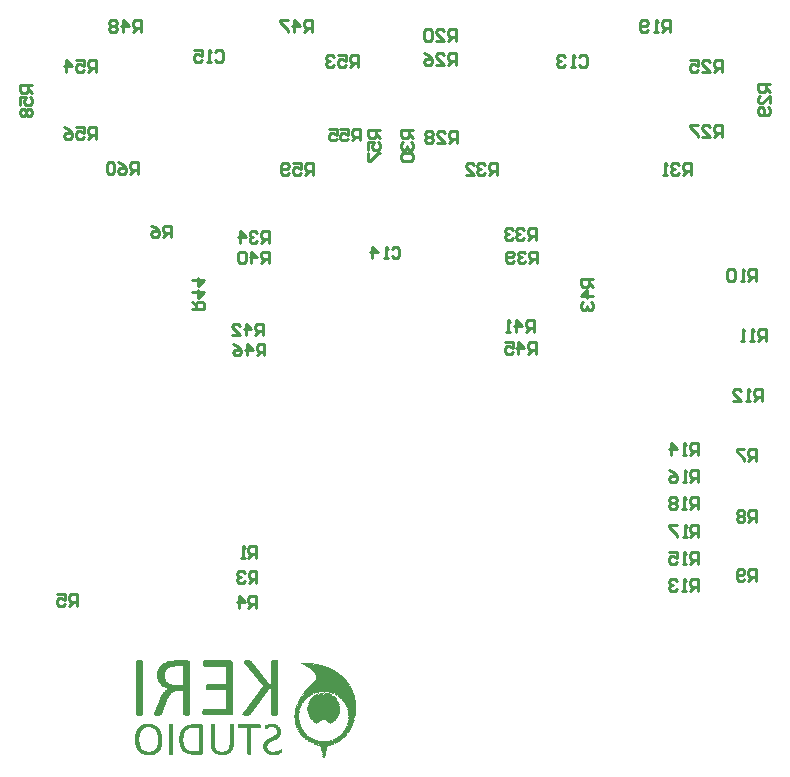
<source format=gbo>
G04*
G04 #@! TF.GenerationSoftware,Altium Limited,Altium Designer,18.1.8 (232)*
G04*
G04 Layer_Color=32896*
%FSLAX43Y43*%
%MOMM*%
G71*
G01*
G75*
%ADD14C,0.254*%
G36*
X27000Y9572D02*
X27370D01*
Y9559D01*
X27555D01*
Y9546D01*
X27701D01*
Y9533D01*
X27793D01*
Y9519D01*
X27899D01*
Y9506D01*
X27979D01*
Y9493D01*
X28071D01*
Y9480D01*
X28137D01*
Y9466D01*
X28204D01*
Y9453D01*
X28270D01*
Y9440D01*
X28336D01*
Y9427D01*
X28389D01*
Y9413D01*
X28442D01*
Y9400D01*
X28495D01*
Y9387D01*
X28548D01*
Y9374D01*
X28600D01*
Y9361D01*
X28640D01*
Y9347D01*
X28680D01*
Y9334D01*
X28733D01*
Y9321D01*
X28772D01*
Y9308D01*
X28812D01*
Y9294D01*
X28865D01*
Y9281D01*
X28892D01*
Y9268D01*
X28944D01*
Y9255D01*
X28971D01*
Y9241D01*
X28997D01*
Y9228D01*
X29037D01*
Y9215D01*
X29077D01*
Y9202D01*
X29103D01*
Y9189D01*
X29130D01*
Y9175D01*
X29143D01*
Y9189D01*
X29156D01*
Y9175D01*
X29169D01*
Y9162D01*
X29209D01*
Y9149D01*
X29222D01*
Y9136D01*
X29262D01*
Y9122D01*
X29302D01*
Y9109D01*
X29315D01*
Y9096D01*
X29355D01*
Y9083D01*
X29368D01*
Y9070D01*
X29407D01*
Y9056D01*
X29421D01*
Y9043D01*
X29460D01*
Y9030D01*
X29487D01*
Y9017D01*
X29513D01*
Y9003D01*
X29527D01*
Y8990D01*
X29553D01*
Y8977D01*
X29579D01*
Y8964D01*
X29593D01*
Y8950D01*
X29632D01*
Y8937D01*
X29646D01*
Y8924D01*
X29672D01*
Y8911D01*
X29699D01*
Y8898D01*
X29712D01*
Y8884D01*
X29725D01*
Y8871D01*
X29751D01*
Y8858D01*
X29778D01*
Y8845D01*
X29791D01*
Y8831D01*
X29818D01*
Y8818D01*
X29831D01*
Y8805D01*
X29857D01*
Y8792D01*
X29871D01*
Y8778D01*
X29884D01*
Y8765D01*
X29910D01*
Y8752D01*
X29937D01*
Y8739D01*
X29950D01*
Y8726D01*
X29963D01*
Y8712D01*
X29990D01*
Y8699D01*
X30003D01*
Y8686D01*
X30016D01*
Y8673D01*
X30043D01*
Y8659D01*
X30056D01*
Y8646D01*
X30069D01*
Y8633D01*
X30095D01*
Y8620D01*
X30109D01*
Y8606D01*
X30122D01*
Y8593D01*
X30135D01*
Y8580D01*
X30162D01*
Y8567D01*
X30175D01*
Y8554D01*
X30188D01*
Y8540D01*
X30201D01*
Y8527D01*
X30215D01*
Y8514D01*
X30228D01*
Y8501D01*
X30254D01*
Y8487D01*
X30267D01*
Y8474D01*
X30281D01*
Y8461D01*
X30294D01*
Y8448D01*
X30307D01*
Y8434D01*
X30320D01*
Y8421D01*
X30334D01*
Y8408D01*
X30347D01*
Y8395D01*
X30360D01*
Y8382D01*
X30373D01*
Y8368D01*
X30387D01*
Y8355D01*
X30400D01*
Y8342D01*
X30413D01*
Y8329D01*
X30426D01*
Y8315D01*
X30439D01*
Y8302D01*
X30453D01*
Y8289D01*
X30466D01*
Y8276D01*
X30479D01*
Y8262D01*
X30492D01*
Y8249D01*
X30506D01*
Y8236D01*
X30519D01*
Y8223D01*
X30532D01*
Y8210D01*
X30545D01*
Y8196D01*
X30559D01*
Y8183D01*
X30572D01*
Y8170D01*
X30585D01*
Y8157D01*
Y8143D01*
X30598D01*
Y8130D01*
X30611D01*
Y8117D01*
X30625D01*
Y8104D01*
X30638D01*
Y8090D01*
X30651D01*
Y8077D01*
X30664D01*
Y8064D01*
Y8051D01*
X30691D01*
Y8038D01*
Y8024D01*
X30704D01*
Y8011D01*
X30717D01*
Y7998D01*
Y7985D01*
X30730D01*
Y7971D01*
X30744D01*
Y7958D01*
X30757D01*
Y7945D01*
Y7932D01*
X30770D01*
Y7918D01*
X30797D01*
Y7905D01*
Y7892D01*
Y7879D01*
X30810D01*
Y7866D01*
X30823D01*
Y7852D01*
Y7839D01*
X30850D01*
Y7826D01*
Y7813D01*
Y7799D01*
X30863D01*
Y7786D01*
X30876D01*
Y7773D01*
Y7760D01*
X30902D01*
Y7747D01*
Y7733D01*
Y7720D01*
X30916D01*
Y7707D01*
X30929D01*
Y7694D01*
Y7680D01*
X30955D01*
Y7667D01*
Y7654D01*
Y7641D01*
X30969D01*
Y7627D01*
Y7614D01*
X30982D01*
Y7601D01*
Y7588D01*
X30995D01*
Y7575D01*
X31008D01*
Y7561D01*
Y7548D01*
X31022D01*
Y7535D01*
Y7522D01*
X31035D01*
Y7508D01*
Y7495D01*
X31048D01*
Y7482D01*
Y7469D01*
X31061D01*
Y7455D01*
Y7442D01*
X31088D01*
Y7429D01*
Y7416D01*
Y7403D01*
Y7389D01*
X31101D01*
Y7376D01*
Y7363D01*
X31114D01*
Y7350D01*
Y7336D01*
X31127D01*
Y7323D01*
Y7310D01*
X31141D01*
Y7297D01*
Y7283D01*
X31154D01*
Y7270D01*
Y7257D01*
X31167D01*
Y7244D01*
Y7231D01*
Y7217D01*
X31180D01*
Y7204D01*
Y7191D01*
X31194D01*
Y7178D01*
Y7164D01*
X31207D01*
Y7151D01*
Y7138D01*
Y7125D01*
X31220D01*
Y7111D01*
Y7098D01*
X31233D01*
Y7085D01*
Y7072D01*
Y7059D01*
X31246D01*
Y7045D01*
Y7032D01*
Y7019D01*
X31260D01*
Y7006D01*
Y6992D01*
X31273D01*
Y6979D01*
Y6966D01*
Y6953D01*
X31286D01*
Y6939D01*
Y6926D01*
Y6913D01*
X31299D01*
Y6900D01*
Y6887D01*
Y6873D01*
X31313D01*
Y6860D01*
Y6847D01*
Y6834D01*
Y6820D01*
X31326D01*
Y6807D01*
Y6794D01*
Y6781D01*
X31339D01*
Y6767D01*
Y6754D01*
Y6741D01*
Y6728D01*
X31352D01*
Y6715D01*
Y6701D01*
Y6688D01*
X31366D01*
Y6675D01*
Y6662D01*
Y6648D01*
Y6635D01*
X31379D01*
Y6622D01*
Y6609D01*
Y6595D01*
Y6582D01*
X31392D01*
Y6569D01*
Y6556D01*
Y6543D01*
Y6529D01*
Y6516D01*
X31405D01*
Y6503D01*
Y6490D01*
Y6476D01*
Y6463D01*
Y6450D01*
X31418D01*
Y6437D01*
Y6424D01*
Y6410D01*
Y6397D01*
Y6384D01*
X31432D01*
Y6371D01*
Y6357D01*
Y6344D01*
Y6331D01*
Y6318D01*
Y6304D01*
X31445D01*
Y6291D01*
Y6278D01*
Y6265D01*
Y6252D01*
Y6238D01*
Y6225D01*
Y6212D01*
Y6199D01*
X31458D01*
Y6185D01*
Y6172D01*
Y6159D01*
Y6146D01*
Y6132D01*
Y6119D01*
Y6106D01*
Y6093D01*
Y6080D01*
X31471D01*
Y6066D01*
Y6053D01*
Y6040D01*
Y6027D01*
Y6013D01*
Y6000D01*
Y5987D01*
Y5974D01*
Y5960D01*
Y5947D01*
Y5934D01*
Y5921D01*
Y5908D01*
Y5894D01*
X31485D01*
Y5881D01*
Y5868D01*
Y5855D01*
Y5841D01*
Y5828D01*
Y5815D01*
Y5802D01*
Y5788D01*
Y5775D01*
Y5762D01*
Y5749D01*
Y5736D01*
Y5722D01*
Y5709D01*
Y5696D01*
Y5683D01*
Y5669D01*
Y5656D01*
Y5643D01*
Y5630D01*
Y5616D01*
Y5603D01*
Y5590D01*
X31471D01*
Y5577D01*
Y5564D01*
Y5550D01*
Y5537D01*
Y5524D01*
Y5511D01*
Y5497D01*
Y5484D01*
Y5471D01*
Y5458D01*
Y5444D01*
Y5431D01*
Y5418D01*
Y5405D01*
X31458D01*
Y5392D01*
Y5378D01*
Y5365D01*
Y5352D01*
Y5339D01*
Y5325D01*
Y5312D01*
Y5299D01*
Y5286D01*
Y5272D01*
X31445D01*
Y5259D01*
Y5246D01*
Y5233D01*
Y5220D01*
Y5206D01*
Y5193D01*
Y5180D01*
X31432D01*
Y5167D01*
Y5153D01*
Y5140D01*
Y5127D01*
Y5114D01*
Y5100D01*
X31418D01*
Y5087D01*
Y5074D01*
Y5061D01*
Y5048D01*
Y5034D01*
X31405D01*
Y5048D01*
X31392D01*
Y5034D01*
X31405D01*
Y5021D01*
Y5008D01*
Y4995D01*
Y4981D01*
Y4968D01*
X31392D01*
Y4955D01*
Y4942D01*
Y4929D01*
Y4915D01*
Y4902D01*
X31379D01*
Y4889D01*
Y4876D01*
Y4862D01*
Y4849D01*
X31366D01*
Y4836D01*
Y4823D01*
Y4809D01*
Y4796D01*
X31352D01*
Y4783D01*
Y4770D01*
Y4757D01*
X31339D01*
Y4770D01*
X31326D01*
Y4783D01*
X31313D01*
Y4770D01*
X31326D01*
Y4757D01*
X31339D01*
Y4743D01*
Y4730D01*
Y4717D01*
Y4704D01*
X31326D01*
Y4690D01*
Y4677D01*
Y4664D01*
X31313D01*
Y4651D01*
Y4637D01*
Y4624D01*
X31299D01*
Y4611D01*
Y4598D01*
Y4585D01*
X31286D01*
Y4571D01*
Y4558D01*
Y4545D01*
X31273D01*
Y4532D01*
Y4518D01*
Y4505D01*
X31260D01*
Y4492D01*
Y4479D01*
Y4465D01*
X31246D01*
Y4452D01*
Y4439D01*
X31233D01*
Y4426D01*
Y4413D01*
X31220D01*
Y4399D01*
Y4386D01*
Y4373D01*
X31207D01*
Y4360D01*
Y4346D01*
Y4333D01*
X31194D01*
Y4320D01*
Y4307D01*
X31180D01*
Y4293D01*
Y4280D01*
X31167D01*
Y4267D01*
Y4254D01*
X31154D01*
Y4241D01*
X31167D01*
Y4227D01*
X31141D01*
Y4214D01*
Y4201D01*
X31127D01*
Y4188D01*
Y4174D01*
X31101D01*
Y4161D01*
X31114D01*
Y4148D01*
X31101D01*
Y4135D01*
Y4121D01*
X31088D01*
Y4108D01*
Y4095D01*
X31074D01*
Y4082D01*
Y4069D01*
X31061D01*
Y4055D01*
Y4042D01*
X31048D01*
Y4029D01*
Y4016D01*
X31035D01*
Y4002D01*
Y3989D01*
X31022D01*
Y3976D01*
Y3963D01*
Y3949D01*
X30995D01*
Y3936D01*
Y3923D01*
X30982D01*
Y3936D01*
X30969D01*
Y3923D01*
X30982D01*
Y3910D01*
Y3897D01*
X30969D01*
Y3883D01*
Y3870D01*
X30955D01*
Y3857D01*
X30942D01*
Y3844D01*
Y3830D01*
X30929D01*
Y3817D01*
Y3804D01*
X30916D01*
Y3791D01*
X30902D01*
Y3804D01*
X30889D01*
Y3791D01*
X30902D01*
Y3777D01*
Y3764D01*
Y3751D01*
X30876D01*
Y3738D01*
Y3725D01*
Y3711D01*
X30850D01*
Y3698D01*
Y3685D01*
Y3672D01*
X30836D01*
Y3658D01*
X30810D01*
Y3645D01*
Y3632D01*
X30797D01*
Y3645D01*
X30783D01*
Y3632D01*
X30797D01*
Y3619D01*
Y3605D01*
X30770D01*
Y3619D01*
X30757D01*
Y3605D01*
X30770D01*
Y3592D01*
Y3579D01*
Y3566D01*
X30744D01*
Y3553D01*
Y3539D01*
X30730D01*
Y3526D01*
Y3513D01*
X30704D01*
Y3500D01*
Y3486D01*
X30691D01*
Y3473D01*
Y3460D01*
X30678D01*
Y3447D01*
X30651D01*
Y3434D01*
Y3420D01*
X30638D01*
Y3407D01*
X30625D01*
Y3394D01*
X30611D01*
Y3407D01*
X30598D01*
Y3394D01*
X30611D01*
Y3381D01*
X30598D01*
Y3367D01*
Y3354D01*
X30572D01*
Y3341D01*
Y3328D01*
X30545D01*
Y3314D01*
X30532D01*
Y3301D01*
Y3288D01*
X30519D01*
Y3275D01*
X30506D01*
Y3262D01*
X30492D01*
Y3248D01*
X30479D01*
Y3235D01*
X30466D01*
Y3222D01*
X30453D01*
Y3209D01*
X30426D01*
Y3195D01*
X30413D01*
Y3182D01*
X30400D01*
Y3195D01*
X30387D01*
Y3182D01*
X30400D01*
Y3169D01*
X30387D01*
Y3156D01*
X30373D01*
Y3169D01*
X30360D01*
Y3156D01*
X30373D01*
Y3142D01*
X30360D01*
Y3129D01*
X30347D01*
Y3116D01*
X30334D01*
Y3103D01*
X30320D01*
Y3090D01*
X30294D01*
Y3076D01*
X30281D01*
Y3063D01*
X30267D01*
Y3050D01*
X30254D01*
Y3037D01*
X30228D01*
Y3023D01*
X30215D01*
Y3010D01*
X30201D01*
Y2997D01*
X30175D01*
Y2984D01*
X30162D01*
Y2970D01*
X30135D01*
Y2957D01*
X30122D01*
Y2944D01*
X30109D01*
Y2931D01*
X30082D01*
Y2918D01*
X30056D01*
Y2931D01*
X30043D01*
Y2918D01*
X30056D01*
Y2904D01*
X30043D01*
Y2891D01*
X30016D01*
Y2878D01*
X30003D01*
Y2865D01*
X29976D01*
Y2851D01*
X29950D01*
Y2838D01*
X29923D01*
Y2825D01*
X29910D01*
Y2812D01*
X29884D01*
Y2798D01*
X29857D01*
Y2785D01*
X29831D01*
Y2772D01*
X29804D01*
Y2759D01*
X29778D01*
Y2746D01*
X29738D01*
Y2732D01*
X29725D01*
Y2719D01*
X29699D01*
Y2706D01*
X29672D01*
Y2693D01*
X29632D01*
Y2679D01*
X29606D01*
Y2666D01*
X29566D01*
Y2653D01*
X29527D01*
Y2640D01*
X29487D01*
Y2626D01*
X29447D01*
Y2613D01*
X29394D01*
Y2600D01*
X29355D01*
Y2587D01*
X29302D01*
Y2574D01*
X29249D01*
Y2560D01*
X29196D01*
Y2547D01*
X29156D01*
Y2534D01*
X29116D01*
Y2521D01*
X29090D01*
Y2507D01*
X29077D01*
Y2494D01*
X29050D01*
Y2481D01*
X29037D01*
Y2468D01*
Y2454D01*
X29024D01*
Y2441D01*
Y2428D01*
Y2415D01*
X29011D01*
Y2402D01*
Y2388D01*
Y2375D01*
X28984D01*
Y2362D01*
X28997D01*
Y2349D01*
Y2335D01*
Y2322D01*
X28984D01*
Y2309D01*
Y2296D01*
Y2282D01*
Y2269D01*
X28971D01*
Y2256D01*
Y2243D01*
Y2230D01*
Y2216D01*
Y2203D01*
X28958D01*
Y2190D01*
Y2177D01*
Y2163D01*
Y2150D01*
Y2137D01*
X28944D01*
Y2124D01*
Y2111D01*
Y2097D01*
Y2084D01*
Y2071D01*
X28931D01*
Y2058D01*
Y2044D01*
Y2031D01*
Y2018D01*
Y2005D01*
Y1991D01*
X28918D01*
Y1978D01*
Y1965D01*
Y1952D01*
Y1939D01*
Y1925D01*
Y1912D01*
X28905D01*
Y1899D01*
Y1886D01*
Y1872D01*
Y1859D01*
Y1846D01*
Y1833D01*
X28892D01*
Y1819D01*
Y1806D01*
Y1793D01*
Y1780D01*
Y1767D01*
Y1753D01*
X28878D01*
Y1740D01*
Y1727D01*
Y1714D01*
Y1700D01*
Y1687D01*
X28865D01*
Y1674D01*
Y1661D01*
Y1647D01*
Y1634D01*
Y1621D01*
Y1608D01*
X28852D01*
Y1595D01*
Y1581D01*
Y1568D01*
Y1555D01*
X28839D01*
Y1542D01*
Y1528D01*
X28825D01*
Y1515D01*
X28812D01*
Y1502D01*
X28799D01*
Y1489D01*
X28759D01*
Y1502D01*
X28746D01*
Y1489D01*
X28759D01*
Y1475D01*
X28720D01*
Y1489D01*
X28680D01*
Y1502D01*
X28667D01*
Y1515D01*
X28653D01*
Y1528D01*
X28640D01*
Y1542D01*
Y1555D01*
X28627D01*
Y1568D01*
Y1581D01*
Y1595D01*
X28614D01*
Y1608D01*
Y1621D01*
Y1634D01*
Y1647D01*
Y1661D01*
Y1674D01*
X28600D01*
Y1687D01*
Y1700D01*
Y1714D01*
Y1727D01*
Y1740D01*
X28587D01*
Y1753D01*
Y1767D01*
Y1780D01*
Y1793D01*
Y1806D01*
Y1819D01*
X28574D01*
Y1833D01*
Y1846D01*
Y1859D01*
Y1872D01*
Y1886D01*
X28561D01*
Y1899D01*
Y1912D01*
Y1925D01*
Y1939D01*
Y1952D01*
Y1965D01*
Y1978D01*
X28548D01*
Y1991D01*
Y2005D01*
Y2018D01*
Y2031D01*
Y2044D01*
X28534D01*
Y2058D01*
Y2071D01*
Y2084D01*
Y2097D01*
Y2111D01*
Y2124D01*
X28521D01*
Y2137D01*
Y2150D01*
Y2163D01*
Y2177D01*
Y2190D01*
X28508D01*
Y2203D01*
Y2216D01*
Y2230D01*
Y2243D01*
Y2256D01*
X28495D01*
Y2269D01*
Y2282D01*
Y2296D01*
Y2309D01*
X28481D01*
Y2322D01*
Y2335D01*
Y2349D01*
Y2362D01*
X28468D01*
Y2375D01*
Y2388D01*
Y2402D01*
Y2415D01*
X28455D01*
Y2428D01*
Y2441D01*
X28442D01*
Y2454D01*
Y2468D01*
X28428D01*
Y2481D01*
X28415D01*
Y2494D01*
X28402D01*
Y2507D01*
X28389D01*
Y2521D01*
X28362D01*
Y2534D01*
X28323D01*
Y2547D01*
X28283D01*
Y2560D01*
X28230D01*
Y2574D01*
X28177D01*
Y2587D01*
X28111D01*
Y2600D01*
X28071D01*
Y2613D01*
X28032D01*
Y2626D01*
X27992D01*
Y2640D01*
X27939D01*
Y2653D01*
X27899D01*
Y2666D01*
X27873D01*
Y2679D01*
X27833D01*
Y2693D01*
X27807D01*
Y2706D01*
X27767D01*
Y2719D01*
X27741D01*
Y2732D01*
X27714D01*
Y2746D01*
X27688D01*
Y2759D01*
X27648D01*
Y2772D01*
X27635D01*
Y2785D01*
X27608D01*
Y2798D01*
X27582D01*
Y2812D01*
X27555D01*
Y2825D01*
X27529D01*
Y2838D01*
X27502D01*
Y2851D01*
X27476D01*
Y2865D01*
X27463D01*
Y2878D01*
X27436D01*
Y2891D01*
X27410D01*
Y2904D01*
X27397D01*
Y2918D01*
X27370D01*
Y2931D01*
X27357D01*
Y2944D01*
X27330D01*
Y2957D01*
X27317D01*
Y2970D01*
X27291D01*
Y2984D01*
X27277D01*
Y2997D01*
X27264D01*
Y3010D01*
X27238D01*
Y3023D01*
X27225D01*
Y3037D01*
X27211D01*
Y3050D01*
X27198D01*
Y3063D01*
X27172D01*
Y3076D01*
X27158D01*
Y3090D01*
X27132D01*
Y3103D01*
X27119D01*
Y3116D01*
X27105D01*
Y3129D01*
X27092D01*
Y3142D01*
X27079D01*
Y3156D01*
X27066D01*
Y3169D01*
X27053D01*
Y3182D01*
X27039D01*
Y3195D01*
X27026D01*
Y3209D01*
X27013D01*
Y3222D01*
X27000D01*
Y3235D01*
X26986D01*
Y3248D01*
X26973D01*
Y3262D01*
X26960D01*
Y3275D01*
X26947D01*
Y3288D01*
X26933D01*
Y3301D01*
X26907D01*
Y3314D01*
Y3328D01*
X26894D01*
Y3341D01*
X26867D01*
Y3354D01*
Y3367D01*
X26854D01*
Y3381D01*
X26841D01*
Y3394D01*
Y3407D01*
X26814D01*
Y3420D01*
X26801D01*
Y3434D01*
X26788D01*
Y3447D01*
Y3460D01*
X26775D01*
Y3473D01*
Y3486D01*
X26748D01*
Y3500D01*
Y3513D01*
X26735D01*
Y3526D01*
X26722D01*
Y3539D01*
Y3553D01*
X26695D01*
Y3566D01*
Y3579D01*
Y3592D01*
X26669D01*
Y3605D01*
Y3619D01*
X26656D01*
Y3632D01*
Y3645D01*
X26642D01*
Y3658D01*
Y3672D01*
X26616D01*
Y3685D01*
Y3698D01*
Y3711D01*
X26589D01*
Y3725D01*
Y3738D01*
Y3751D01*
X26576D01*
Y3764D01*
Y3777D01*
X26563D01*
Y3791D01*
Y3804D01*
X26537D01*
Y3817D01*
Y3830D01*
Y3844D01*
X26523D01*
Y3857D01*
Y3870D01*
X26510D01*
Y3883D01*
Y3897D01*
X26497D01*
Y3910D01*
Y3923D01*
X26484D01*
Y3936D01*
Y3949D01*
X26470D01*
Y3963D01*
Y3976D01*
X26457D01*
Y3989D01*
Y4002D01*
X26444D01*
Y4016D01*
Y4029D01*
Y4042D01*
X26431D01*
Y4055D01*
Y4069D01*
X26417D01*
Y4082D01*
Y4095D01*
X26404D01*
Y4108D01*
Y4121D01*
Y4135D01*
X26391D01*
Y4148D01*
Y4161D01*
X26378D01*
Y4174D01*
Y4188D01*
Y4201D01*
X26365D01*
Y4214D01*
Y4227D01*
Y4241D01*
X26351D01*
Y4254D01*
Y4267D01*
Y4280D01*
X26338D01*
Y4293D01*
Y4307D01*
Y4320D01*
X26351D01*
Y4333D01*
X26325D01*
Y4346D01*
Y4360D01*
Y4373D01*
X26312D01*
Y4386D01*
Y4399D01*
Y4413D01*
Y4426D01*
X26298D01*
Y4439D01*
Y4452D01*
Y4465D01*
Y4479D01*
X26285D01*
Y4492D01*
Y4505D01*
Y4518D01*
Y4532D01*
Y4545D01*
X26272D01*
Y4558D01*
Y4571D01*
Y4585D01*
Y4598D01*
Y4611D01*
Y4624D01*
X26259D01*
Y4637D01*
Y4651D01*
Y4664D01*
Y4677D01*
Y4690D01*
Y4704D01*
Y4717D01*
X26246D01*
Y4730D01*
Y4743D01*
Y4757D01*
Y4770D01*
Y4783D01*
Y4796D01*
Y4809D01*
Y4823D01*
Y4836D01*
Y4849D01*
Y4862D01*
X26232D01*
Y4876D01*
Y4889D01*
Y4902D01*
Y4915D01*
Y4929D01*
Y4942D01*
Y4955D01*
Y4968D01*
Y4981D01*
Y4995D01*
Y5008D01*
Y5021D01*
Y5034D01*
Y5048D01*
Y5061D01*
Y5074D01*
Y5087D01*
Y5100D01*
Y5114D01*
Y5127D01*
Y5140D01*
Y5153D01*
Y5167D01*
Y5180D01*
X26246D01*
Y5193D01*
Y5206D01*
Y5220D01*
Y5233D01*
Y5246D01*
Y5259D01*
Y5272D01*
Y5286D01*
Y5299D01*
Y5312D01*
Y5325D01*
X26259D01*
Y5339D01*
Y5352D01*
Y5365D01*
Y5378D01*
Y5392D01*
Y5405D01*
Y5418D01*
Y5431D01*
X26272D01*
Y5444D01*
Y5458D01*
Y5471D01*
Y5484D01*
Y5497D01*
Y5511D01*
X26285D01*
Y5524D01*
Y5537D01*
Y5550D01*
Y5564D01*
X26298D01*
Y5577D01*
Y5590D01*
Y5603D01*
X26285D01*
Y5616D01*
X26312D01*
Y5630D01*
Y5643D01*
Y5656D01*
Y5669D01*
X26325D01*
Y5683D01*
Y5696D01*
Y5709D01*
X26338D01*
Y5696D01*
X26351D01*
Y5709D01*
X26338D01*
Y5722D01*
Y5736D01*
Y5749D01*
Y5762D01*
Y5775D01*
X26351D01*
Y5788D01*
Y5802D01*
Y5815D01*
X26365D01*
Y5828D01*
Y5841D01*
Y5855D01*
X26378D01*
Y5868D01*
Y5881D01*
Y5894D01*
X26391D01*
Y5908D01*
Y5921D01*
Y5934D01*
X26404D01*
Y5947D01*
Y5960D01*
Y5974D01*
X26417D01*
Y5987D01*
X26404D01*
Y6000D01*
X26431D01*
Y6013D01*
Y6027D01*
X26417D01*
Y6040D01*
X26444D01*
Y6053D01*
Y6066D01*
X26431D01*
Y6080D01*
X26457D01*
Y6093D01*
Y6106D01*
X26470D01*
Y6093D01*
X26484D01*
Y6106D01*
X26470D01*
Y6119D01*
Y6132D01*
Y6146D01*
X26484D01*
Y6159D01*
X26470D01*
Y6172D01*
X26510D01*
Y6185D01*
X26497D01*
Y6199D01*
X26510D01*
Y6212D01*
Y6225D01*
Y6238D01*
X26523D01*
Y6252D01*
Y6265D01*
X26537D01*
Y6278D01*
Y6291D01*
X26550D01*
Y6278D01*
X26563D01*
Y6291D01*
X26550D01*
Y6304D01*
X26537D01*
Y6318D01*
X26563D01*
Y6331D01*
Y6344D01*
X26576D01*
Y6357D01*
Y6371D01*
X26589D01*
Y6384D01*
Y6397D01*
X26603D01*
Y6384D01*
X26616D01*
Y6397D01*
X26603D01*
Y6410D01*
X26589D01*
Y6424D01*
X26616D01*
Y6437D01*
Y6450D01*
X26629D01*
Y6463D01*
Y6476D01*
Y6490D01*
X26656D01*
Y6503D01*
X26642D01*
Y6516D01*
X26669D01*
Y6529D01*
X26656D01*
Y6543D01*
X26682D01*
Y6556D01*
Y6569D01*
Y6582D01*
X26709D01*
Y6595D01*
Y6609D01*
X26722D01*
Y6622D01*
Y6635D01*
Y6648D01*
X26748D01*
Y6662D01*
Y6675D01*
X26761D01*
Y6688D01*
Y6701D01*
Y6715D01*
X26788D01*
Y6728D01*
Y6741D01*
Y6754D01*
X26814D01*
Y6767D01*
Y6781D01*
Y6794D01*
X26841D01*
Y6807D01*
Y6820D01*
Y6834D01*
X26867D01*
Y6847D01*
Y6860D01*
Y6873D01*
X26881D01*
Y6887D01*
X26907D01*
Y6900D01*
Y6913D01*
Y6926D01*
X26920D01*
Y6939D01*
X26960D01*
Y6953D01*
X26947D01*
Y6966D01*
Y6979D01*
X26960D01*
Y6992D01*
X26986D01*
Y7006D01*
Y7019D01*
Y7032D01*
X27000D01*
Y7045D01*
X27026D01*
Y7059D01*
Y7072D01*
Y7085D01*
X27039D01*
Y7098D01*
X27053D01*
Y7111D01*
X27079D01*
Y7125D01*
Y7138D01*
Y7151D01*
X27092D01*
Y7164D01*
X27105D01*
Y7178D01*
X27119D01*
Y7191D01*
X27132D01*
Y7204D01*
X27158D01*
Y7217D01*
Y7231D01*
Y7244D01*
X27172D01*
Y7257D01*
X27185D01*
Y7270D01*
X27198D01*
Y7283D01*
X27211D01*
Y7297D01*
X27225D01*
Y7310D01*
X27238D01*
Y7323D01*
X27264D01*
Y7336D01*
Y7350D01*
Y7363D01*
X27277D01*
Y7376D01*
X27291D01*
Y7389D01*
X27304D01*
Y7403D01*
X27317D01*
Y7416D01*
X27330D01*
Y7429D01*
X27344D01*
Y7442D01*
X27357D01*
Y7455D01*
X27370D01*
Y7469D01*
X27383D01*
Y7482D01*
X27397D01*
Y7495D01*
X27410D01*
Y7508D01*
X27423D01*
Y7522D01*
X27436D01*
Y7535D01*
X27449D01*
Y7548D01*
X27463D01*
Y7561D01*
X27476D01*
Y7575D01*
X27489D01*
Y7588D01*
X27502D01*
Y7601D01*
X27516D01*
Y7614D01*
X27529D01*
Y7627D01*
X27542D01*
Y7641D01*
X27555D01*
Y7654D01*
X27582D01*
Y7667D01*
Y7680D01*
X27595D01*
Y7694D01*
X27621D01*
Y7707D01*
X27648D01*
Y7720D01*
Y7733D01*
X27674D01*
Y7747D01*
X27688D01*
Y7760D01*
X27701D01*
Y7773D01*
X27714D01*
Y7760D01*
X27727D01*
Y7773D01*
X27714D01*
Y7786D01*
X27727D01*
Y7799D01*
X27741D01*
Y7786D01*
X27754D01*
Y7799D01*
X27741D01*
Y7813D01*
X27767D01*
Y7826D01*
Y7839D01*
X27793D01*
Y7852D01*
Y7866D01*
X27820D01*
Y7879D01*
X27833D01*
Y7892D01*
X27846D01*
Y7905D01*
Y7918D01*
X27873D01*
Y7932D01*
X27886D01*
Y7945D01*
X27899D01*
Y7958D01*
X27913D01*
Y7971D01*
X27926D01*
Y7985D01*
Y7998D01*
X27952D01*
Y8011D01*
Y8024D01*
X27965D01*
Y8038D01*
X27979D01*
Y8024D01*
X27992D01*
Y8038D01*
X27979D01*
Y8051D01*
Y8064D01*
X27992D01*
Y8077D01*
X28005D01*
Y8090D01*
Y8104D01*
X28018D01*
Y8117D01*
Y8130D01*
X28032D01*
Y8143D01*
Y8157D01*
X28045D01*
Y8170D01*
Y8183D01*
Y8196D01*
X28058D01*
Y8210D01*
Y8223D01*
Y8236D01*
Y8249D01*
X28071D01*
Y8262D01*
Y8276D01*
Y8289D01*
Y8302D01*
Y8315D01*
Y8329D01*
Y8342D01*
Y8355D01*
Y8368D01*
Y8382D01*
Y8395D01*
Y8408D01*
Y8421D01*
Y8434D01*
X28058D01*
Y8448D01*
Y8461D01*
Y8474D01*
Y8487D01*
X28045D01*
Y8501D01*
Y8514D01*
Y8527D01*
Y8540D01*
X28032D01*
Y8554D01*
X28018D01*
Y8567D01*
Y8580D01*
Y8593D01*
X28005D01*
Y8606D01*
X27992D01*
Y8620D01*
Y8633D01*
Y8646D01*
X27979D01*
Y8659D01*
X27965D01*
Y8673D01*
X27952D01*
Y8686D01*
Y8699D01*
X27939D01*
Y8712D01*
X27926D01*
Y8726D01*
X27913D01*
Y8739D01*
Y8752D01*
X27899D01*
Y8765D01*
X27886D01*
Y8778D01*
X27873D01*
Y8792D01*
X27860D01*
Y8805D01*
X27846D01*
Y8818D01*
X27833D01*
Y8831D01*
X27820D01*
Y8845D01*
X27807D01*
Y8858D01*
X27793D01*
Y8871D01*
X27780D01*
Y8884D01*
X27767D01*
Y8898D01*
X27754D01*
Y8911D01*
X27741D01*
Y8924D01*
X27727D01*
Y8937D01*
X27714D01*
Y8950D01*
X27701D01*
Y8964D01*
X27674D01*
Y8977D01*
X27661D01*
Y8990D01*
X27648D01*
Y9003D01*
X27635D01*
Y9017D01*
X27608D01*
Y9030D01*
X27595D01*
Y9043D01*
X27582D01*
Y9056D01*
X27555D01*
Y9070D01*
X27542D01*
Y9083D01*
X27529D01*
Y9096D01*
X27502D01*
Y9109D01*
X27489D01*
Y9122D01*
X27463D01*
Y9136D01*
X27449D01*
Y9149D01*
X27423D01*
Y9162D01*
X27410D01*
Y9175D01*
X27383D01*
Y9189D01*
X27370D01*
Y9202D01*
X27344D01*
Y9215D01*
X27317D01*
Y9228D01*
X27304D01*
Y9241D01*
X27277D01*
Y9255D01*
X27251D01*
Y9268D01*
X27238D01*
Y9281D01*
X27211D01*
Y9294D01*
X27185D01*
Y9308D01*
X27158D01*
Y9321D01*
X27145D01*
Y9334D01*
X27119D01*
Y9347D01*
X27092D01*
Y9361D01*
X27066D01*
Y9374D01*
X27039D01*
Y9387D01*
X27013D01*
Y9400D01*
X27000D01*
Y9413D01*
X26973D01*
Y9427D01*
X26947D01*
Y9440D01*
X26920D01*
Y9453D01*
X26894D01*
Y9466D01*
X26867D01*
Y9480D01*
X26841D01*
Y9493D01*
X26814D01*
Y9506D01*
X26788D01*
Y9519D01*
X26761D01*
Y9533D01*
X26735D01*
Y9546D01*
X26695D01*
Y9559D01*
X26669D01*
Y9572D01*
X26801D01*
Y9585D01*
X27000D01*
Y9572D01*
D02*
G37*
G36*
X24668Y9799D02*
X24703Y9790D01*
X24712D01*
X24756Y9782D01*
X24782D01*
X24800Y9773D01*
X24808D01*
X24844Y9755D01*
X24861Y9746D01*
Y9738D01*
X24870Y9702D01*
Y9694D01*
Y9685D01*
Y5220D01*
X24861Y5185D01*
Y5176D01*
Y5168D01*
X24826Y5141D01*
X24817Y5133D01*
X24808D01*
X24782Y5124D01*
X24747D01*
X24721Y5115D01*
X24712D01*
X24659Y5106D01*
X24501D01*
X24457Y5115D01*
X24422D01*
X24378Y5124D01*
X24351D01*
X24334Y5133D01*
X24325D01*
X24281Y5150D01*
X24272Y5168D01*
X24255Y5203D01*
Y5220D01*
Y7549D01*
X22541Y5220D01*
X22506Y5176D01*
X22497Y5159D01*
X22488Y5150D01*
X22453Y5133D01*
X22409Y5124D01*
X22374Y5115D01*
X22365D01*
X22295Y5106D01*
X22093D01*
X22040Y5115D01*
X21996D01*
X21952Y5124D01*
X21926D01*
X21908Y5133D01*
X21900D01*
X21873Y5150D01*
X21864Y5159D01*
X21856Y5168D01*
X21838Y5203D01*
Y5220D01*
X21847Y5264D01*
X21856Y5273D01*
Y5282D01*
X21873Y5317D01*
X21891Y5361D01*
X21917Y5387D01*
X21926Y5405D01*
X23587Y7620D01*
X22049Y9465D01*
X22005Y9518D01*
X21979Y9553D01*
X21961Y9579D01*
Y9588D01*
X21943Y9623D01*
X21935Y9659D01*
Y9676D01*
Y9685D01*
X21943Y9720D01*
X21952Y9729D01*
X21961Y9746D01*
X21979Y9755D01*
X21987Y9764D01*
X21996D01*
X22023Y9773D01*
X22049Y9782D01*
X22075Y9790D01*
X22084D01*
X22137Y9799D01*
X22181Y9808D01*
X22348D01*
X22383Y9799D01*
X22392D01*
X22427Y9790D01*
X22462Y9782D01*
X22480Y9773D01*
X22488D01*
X22541Y9755D01*
X22550Y9746D01*
X22559Y9738D01*
X22594Y9702D01*
X22603Y9694D01*
X22611Y9685D01*
X24255Y7620D01*
Y9685D01*
X24264Y9729D01*
X24272Y9738D01*
X24308Y9764D01*
X24316Y9773D01*
X24325D01*
X24351Y9782D01*
X24387D01*
X24413Y9790D01*
X24422D01*
X24466Y9799D01*
X24510Y9808D01*
X24624D01*
X24668Y9799D01*
D02*
G37*
G36*
X20871Y9773D02*
X20924Y9755D01*
X20959Y9729D01*
X20968Y9720D01*
X21012Y9667D01*
X21029Y9606D01*
X21038Y9553D01*
Y9535D01*
Y9527D01*
Y5370D01*
X21029Y5282D01*
X21003Y5220D01*
X20977Y5185D01*
X20968Y5176D01*
X20915Y5150D01*
X20862Y5133D01*
X20827Y5124D01*
X18577D01*
X18542Y5133D01*
X18525D01*
X18490Y5159D01*
X18481Y5176D01*
X18463Y5229D01*
X18454Y5247D01*
Y5256D01*
X18446Y5299D01*
Y5335D01*
Y5370D01*
Y5379D01*
Y5423D01*
Y5466D01*
X18454Y5484D01*
Y5493D01*
X18463Y5528D01*
X18472Y5554D01*
X18481Y5563D01*
Y5572D01*
X18507Y5616D01*
X18516Y5625D01*
X18525D01*
X18560Y5642D01*
X20423D01*
Y7303D01*
X18859D01*
X18824Y7312D01*
X18815D01*
X18780Y7330D01*
X18771Y7347D01*
X18753Y7400D01*
X18744Y7417D01*
Y7426D01*
X18736Y7470D01*
Y7505D01*
Y7532D01*
Y7541D01*
Y7584D01*
Y7628D01*
X18744Y7646D01*
Y7655D01*
X18753Y7690D01*
X18762Y7716D01*
X18771Y7725D01*
Y7734D01*
X18797Y7778D01*
X18806Y7787D01*
X18815D01*
X18841Y7804D01*
X20423D01*
Y9263D01*
X18595D01*
X18560Y9272D01*
X18551D01*
X18525Y9298D01*
X18516Y9316D01*
X18498Y9369D01*
X18490Y9386D01*
Y9395D01*
X18481Y9439D01*
X18472Y9474D01*
Y9500D01*
Y9509D01*
Y9562D01*
X18481Y9597D01*
X18490Y9623D01*
Y9632D01*
X18498Y9667D01*
X18507Y9694D01*
X18516Y9702D01*
Y9711D01*
X18534Y9755D01*
X18542Y9764D01*
X18551D01*
X18577Y9782D01*
X20810D01*
X20871Y9773D01*
D02*
G37*
G36*
X17268Y9773D02*
X17321Y9755D01*
X17356Y9729D01*
X17365Y9720D01*
X17409Y9667D01*
X17426Y9606D01*
X17435Y9553D01*
Y9535D01*
Y9527D01*
Y5220D01*
X17426Y5176D01*
Y5168D01*
Y5159D01*
X17391Y5141D01*
X17382Y5133D01*
X17373D01*
X17312Y5124D01*
X17294Y5115D01*
X17286D01*
X17233Y5106D01*
X17066D01*
X17022Y5115D01*
X16987D01*
X16943Y5124D01*
X16917D01*
X16899Y5133D01*
X16890D01*
X16846Y5150D01*
X16837Y5159D01*
X16820Y5203D01*
Y5212D01*
Y5220D01*
Y7198D01*
X16407D01*
X16257Y7189D01*
X16196Y7180D01*
X16143Y7163D01*
X16108Y7154D01*
X16073Y7136D01*
X16055Y7127D01*
X16046D01*
X15941Y7075D01*
X15862Y7013D01*
X15827Y6996D01*
X15800Y6969D01*
X15792Y6960D01*
X15783Y6952D01*
X15704Y6864D01*
X15642Y6785D01*
X15625Y6741D01*
X15607Y6714D01*
X15589Y6697D01*
Y6688D01*
X15528Y6565D01*
X15484Y6460D01*
X15458Y6416D01*
X15449Y6380D01*
X15431Y6354D01*
Y6345D01*
X15001Y5247D01*
X14983Y5194D01*
X14974Y5185D01*
Y5176D01*
X14930Y5141D01*
X14922Y5133D01*
X14913D01*
X14886Y5124D01*
X14851D01*
X14825Y5115D01*
X14816D01*
X14763Y5106D01*
X14596D01*
X14544Y5115D01*
X14500D01*
X14456Y5124D01*
X14421D01*
X14403Y5133D01*
X14394D01*
X14368Y5141D01*
X14359Y5150D01*
X14350Y5159D01*
X14333Y5203D01*
Y5212D01*
Y5220D01*
Y5247D01*
X14342Y5273D01*
X14350Y5291D01*
Y5299D01*
X14359Y5352D01*
X14385Y5405D01*
X14403Y5458D01*
X14412Y5466D01*
Y5475D01*
X14834Y6503D01*
X14886Y6627D01*
X14930Y6732D01*
X14948Y6767D01*
X14965Y6794D01*
X14974Y6811D01*
Y6820D01*
X15027Y6917D01*
X15080Y6996D01*
X15115Y7048D01*
X15132Y7057D01*
Y7066D01*
X15194Y7136D01*
X15247Y7198D01*
X15291Y7233D01*
X15299Y7251D01*
X15308D01*
X15379Y7303D01*
X15440Y7338D01*
X15493Y7365D01*
X15502Y7374D01*
X15510D01*
X15370Y7435D01*
X15308Y7461D01*
X15247Y7488D01*
X15203Y7514D01*
X15168Y7532D01*
X15150Y7549D01*
X15141D01*
X15027Y7628D01*
X14939Y7716D01*
X14904Y7743D01*
X14878Y7769D01*
X14869Y7787D01*
X14860Y7795D01*
X14781Y7910D01*
X14719Y8015D01*
X14702Y8059D01*
X14684Y8094D01*
X14675Y8121D01*
Y8129D01*
X14632Y8270D01*
X14614Y8411D01*
X14605Y8463D01*
Y8507D01*
Y8542D01*
Y8551D01*
X14614Y8718D01*
X14623Y8797D01*
X14640Y8859D01*
X14649Y8912D01*
X14667Y8955D01*
X14675Y8982D01*
Y8991D01*
X14737Y9131D01*
X14772Y9193D01*
X14807Y9245D01*
X14834Y9281D01*
X14860Y9316D01*
X14878Y9333D01*
X14886Y9342D01*
X15001Y9448D01*
X15115Y9527D01*
X15168Y9562D01*
X15203Y9579D01*
X15229Y9597D01*
X15238D01*
X15405Y9667D01*
X15484Y9694D01*
X15554Y9711D01*
X15616Y9729D01*
X15669Y9738D01*
X15704Y9746D01*
X15712D01*
X15792Y9755D01*
X15862D01*
X15915Y9764D01*
X15932D01*
X16029Y9773D01*
X16117Y9782D01*
X17207D01*
X17268Y9773D01*
D02*
G37*
G36*
X13225Y9799D02*
X13261Y9790D01*
X13269D01*
X13304Y9782D01*
X13340D01*
X13357Y9773D01*
X13366D01*
X13401Y9755D01*
X13419Y9746D01*
Y9738D01*
X13427Y9702D01*
Y9694D01*
Y9685D01*
Y5220D01*
X13419Y5176D01*
Y5168D01*
Y5159D01*
X13384Y5141D01*
X13375Y5133D01*
X13366D01*
X13340Y5124D01*
X13304D01*
X13278Y5115D01*
X13269D01*
X13217Y5106D01*
X13058D01*
X13014Y5115D01*
X12979D01*
X12935Y5124D01*
X12909D01*
X12891Y5133D01*
X12883D01*
X12839Y5150D01*
X12830Y5159D01*
X12812Y5203D01*
Y5212D01*
Y5220D01*
Y9685D01*
X12821Y9729D01*
X12830Y9738D01*
X12865Y9764D01*
X12874Y9773D01*
X12883D01*
X12909Y9782D01*
X12944D01*
X12970Y9790D01*
X12979D01*
X13023Y9799D01*
X13067Y9808D01*
X13181D01*
X13225Y9799D01*
D02*
G37*
G36*
X20981Y4392D02*
X21001Y4387D01*
X21006D01*
X21025Y4382D01*
X21040D01*
X21050Y4377D01*
X21055D01*
X21074Y4368D01*
X21084Y4363D01*
Y4358D01*
X21089Y4338D01*
Y4333D01*
Y4329D01*
Y2722D01*
X21084Y2635D01*
X21079Y2556D01*
X21069Y2483D01*
X21055Y2425D01*
X21045Y2371D01*
X21035Y2337D01*
X21030Y2312D01*
X21025Y2303D01*
X20996Y2239D01*
X20967Y2180D01*
X20933Y2127D01*
X20903Y2083D01*
X20874Y2049D01*
X20850Y2024D01*
X20835Y2005D01*
X20830Y2000D01*
X20781Y1956D01*
X20727Y1922D01*
X20679Y1888D01*
X20630Y1863D01*
X20591Y1839D01*
X20557Y1824D01*
X20537Y1819D01*
X20527Y1814D01*
X20459Y1795D01*
X20391Y1780D01*
X20327Y1770D01*
X20264Y1766D01*
X20215Y1761D01*
X20171Y1756D01*
X20137D01*
X20054Y1761D01*
X19971Y1766D01*
X19902Y1775D01*
X19839Y1790D01*
X19790Y1800D01*
X19751Y1809D01*
X19732Y1814D01*
X19722Y1819D01*
X19653Y1849D01*
X19595Y1878D01*
X19541Y1912D01*
X19497Y1941D01*
X19458Y1971D01*
X19434Y1995D01*
X19414Y2010D01*
X19409Y2014D01*
X19365Y2063D01*
X19326Y2117D01*
X19292Y2171D01*
X19263Y2220D01*
X19243Y2263D01*
X19229Y2298D01*
X19219Y2317D01*
X19214Y2327D01*
X19190Y2400D01*
X19170Y2473D01*
X19160Y2542D01*
X19151Y2605D01*
X19146Y2664D01*
X19141Y2708D01*
Y2737D01*
Y2742D01*
Y2747D01*
Y4329D01*
X19146Y4353D01*
X19151Y4358D01*
X19170Y4372D01*
X19175Y4377D01*
X19180D01*
X19195Y4382D01*
X19214D01*
X19229Y4387D01*
X19234D01*
X19258Y4392D01*
X19282Y4397D01*
X19346D01*
X19375Y4392D01*
X19395Y4387D01*
X19400D01*
X19419Y4382D01*
X19434D01*
X19444Y4377D01*
X19448D01*
X19468Y4368D01*
X19478Y4363D01*
Y4358D01*
X19483Y4338D01*
Y4333D01*
Y4329D01*
Y2747D01*
Y2683D01*
X19487Y2625D01*
X19497Y2571D01*
X19502Y2527D01*
X19512Y2488D01*
X19522Y2464D01*
X19527Y2444D01*
Y2439D01*
X19566Y2351D01*
X19585Y2317D01*
X19605Y2283D01*
X19624Y2259D01*
X19639Y2239D01*
X19649Y2229D01*
X19653Y2224D01*
X19717Y2166D01*
X19780Y2127D01*
X19810Y2112D01*
X19829Y2102D01*
X19844Y2093D01*
X19849D01*
X19941Y2068D01*
X19985Y2058D01*
X20024Y2054D01*
X20064D01*
X20093Y2049D01*
X20117D01*
X20220Y2054D01*
X20264Y2063D01*
X20303Y2073D01*
X20337Y2078D01*
X20361Y2088D01*
X20376Y2093D01*
X20381D01*
X20459Y2132D01*
X20493Y2156D01*
X20522Y2176D01*
X20547Y2195D01*
X20566Y2210D01*
X20576Y2220D01*
X20581Y2224D01*
X20635Y2298D01*
X20669Y2371D01*
X20684Y2400D01*
X20693Y2429D01*
X20703Y2444D01*
Y2449D01*
X20727Y2552D01*
X20737Y2605D01*
X20742Y2654D01*
Y2698D01*
X20747Y2732D01*
Y2752D01*
Y2761D01*
Y4329D01*
X20752Y4353D01*
X20757Y4358D01*
X20776Y4372D01*
X20781Y4377D01*
X20786D01*
X20801Y4382D01*
X20820D01*
X20835Y4387D01*
X20840D01*
X20864Y4392D01*
X20889Y4397D01*
X20952D01*
X20981Y4392D01*
D02*
G37*
G36*
X18370Y4377D02*
X18399Y4368D01*
X18418Y4353D01*
X18423Y4348D01*
X18448Y4319D01*
X18457Y4285D01*
X18462Y4255D01*
Y4246D01*
Y4241D01*
Y1931D01*
X18457Y1883D01*
X18443Y1849D01*
X18428Y1829D01*
X18423Y1824D01*
X18394Y1809D01*
X18365Y1800D01*
X18345Y1795D01*
X17789Y1795D01*
X17667Y1800D01*
X17559Y1809D01*
X17462Y1819D01*
X17379Y1834D01*
X17310Y1849D01*
X17261Y1863D01*
X17242Y1868D01*
X17227D01*
X17222Y1873D01*
X17217D01*
X17130Y1907D01*
X17051Y1946D01*
X16983Y1990D01*
X16924Y2029D01*
X16876Y2063D01*
X16842Y2093D01*
X16817Y2117D01*
X16812Y2122D01*
X16754Y2185D01*
X16700Y2259D01*
X16661Y2327D01*
X16622Y2390D01*
X16593Y2449D01*
X16573Y2498D01*
X16563Y2527D01*
X16558Y2532D01*
Y2537D01*
X16529Y2634D01*
X16510Y2732D01*
X16490Y2830D01*
X16480Y2923D01*
X16475Y3006D01*
Y3035D01*
X16470Y3064D01*
Y3089D01*
Y3108D01*
Y3118D01*
Y3123D01*
X16475Y3230D01*
X16485Y3328D01*
X16495Y3416D01*
X16510Y3494D01*
X16529Y3557D01*
X16539Y3606D01*
X16544Y3621D01*
X16549Y3635D01*
X16553Y3640D01*
Y3645D01*
X16588Y3728D01*
X16627Y3806D01*
X16666Y3874D01*
X16705Y3933D01*
X16739Y3977D01*
X16768Y4011D01*
X16788Y4036D01*
X16793Y4040D01*
X16856Y4099D01*
X16920Y4153D01*
X16983Y4192D01*
X17047Y4231D01*
X17100Y4260D01*
X17144Y4280D01*
X17173Y4289D01*
X17178Y4294D01*
X17183D01*
X17271Y4324D01*
X17369Y4343D01*
X17462Y4363D01*
X17554Y4372D01*
X17632Y4377D01*
X17667D01*
X17691Y4382D01*
X18335Y4382D01*
X18370Y4377D01*
D02*
G37*
G36*
X23354D02*
X23359Y4372D01*
X23364D01*
X23378Y4353D01*
X23383Y4348D01*
Y4343D01*
X23388Y4329D01*
Y4314D01*
X23393Y4304D01*
Y4299D01*
X23398Y4275D01*
Y4255D01*
Y4236D01*
Y4231D01*
Y4202D01*
X23393Y4182D01*
Y4167D01*
Y4163D01*
X23388Y4133D01*
X23383Y4123D01*
Y4119D01*
X23369Y4099D01*
X23364Y4094D01*
X23344Y4089D01*
X22602D01*
Y1849D01*
X22597Y1824D01*
Y1819D01*
Y1814D01*
X22578Y1805D01*
X22573Y1800D01*
X22568D01*
X22553Y1795D01*
X22534D01*
X22519Y1790D01*
X22514D01*
X22485Y1785D01*
X22397D01*
X22373Y1790D01*
X22353D01*
X22329Y1795D01*
X22314D01*
X22304Y1800D01*
X22299D01*
X22275Y1809D01*
X22270Y1814D01*
X22260Y1839D01*
Y1844D01*
Y1849D01*
Y4089D01*
X21533D01*
X21513Y4094D01*
X21509D01*
X21489Y4109D01*
X21484Y4119D01*
X21474Y4148D01*
X21470Y4158D01*
Y4163D01*
X21465Y4187D01*
Y4206D01*
Y4226D01*
Y4231D01*
Y4260D01*
Y4280D01*
X21470Y4294D01*
Y4299D01*
X21474Y4319D01*
X21479Y4333D01*
X21484Y4338D01*
Y4343D01*
X21499Y4368D01*
X21504Y4372D01*
X21509D01*
X21523Y4382D01*
X23334D01*
X23354Y4377D01*
D02*
G37*
G36*
X15831Y4392D02*
X15850Y4387D01*
X15855D01*
X15875Y4382D01*
X15894D01*
X15904Y4377D01*
X15909D01*
X15929Y4368D01*
X15938Y4363D01*
Y4358D01*
X15943Y4338D01*
Y4333D01*
Y4329D01*
Y1849D01*
X15938Y1824D01*
Y1819D01*
Y1814D01*
X15919Y1805D01*
X15914Y1800D01*
X15909D01*
X15894Y1795D01*
X15875D01*
X15860Y1790D01*
X15855D01*
X15826Y1785D01*
X15738D01*
X15714Y1790D01*
X15694D01*
X15670Y1795D01*
X15655D01*
X15645Y1800D01*
X15641D01*
X15616Y1809D01*
X15611Y1814D01*
X15602Y1839D01*
Y1844D01*
Y1849D01*
Y4329D01*
X15606Y4353D01*
X15611Y4358D01*
X15631Y4372D01*
X15636Y4377D01*
X15641D01*
X15655Y4382D01*
X15675D01*
X15689Y4387D01*
X15694D01*
X15719Y4392D01*
X15743Y4397D01*
X15807D01*
X15831Y4392D01*
D02*
G37*
G36*
X24443Y4411D02*
X24496Y4407D01*
X24545Y4397D01*
X24584Y4387D01*
X24613Y4382D01*
X24633Y4372D01*
X24638D01*
X24687Y4353D01*
X24736Y4333D01*
X24779Y4314D01*
X24814Y4289D01*
X24843Y4270D01*
X24867Y4255D01*
X24882Y4246D01*
X24887Y4241D01*
X24955Y4172D01*
X25004Y4104D01*
X25024Y4075D01*
X25038Y4050D01*
X25043Y4036D01*
X25048Y4031D01*
X25067Y3982D01*
X25082Y3933D01*
X25092Y3884D01*
X25097Y3840D01*
X25102Y3801D01*
X25107Y3772D01*
Y3752D01*
Y3743D01*
Y3684D01*
X25097Y3630D01*
X25092Y3586D01*
X25082Y3547D01*
X25072Y3513D01*
X25067Y3489D01*
X25058Y3474D01*
Y3469D01*
X25019Y3391D01*
X24994Y3357D01*
X24975Y3328D01*
X24955Y3303D01*
X24941Y3284D01*
X24931Y3274D01*
X24926Y3269D01*
X24862Y3211D01*
X24804Y3167D01*
X24779Y3147D01*
X24760Y3132D01*
X24745Y3128D01*
X24740Y3123D01*
X24662Y3079D01*
X24594Y3045D01*
X24565Y3030D01*
X24545Y3020D01*
X24530Y3015D01*
X24526Y3010D01*
X24443Y2976D01*
X24408Y2957D01*
X24374Y2942D01*
X24350Y2932D01*
X24330Y2923D01*
X24316Y2913D01*
X24311D01*
X24238Y2874D01*
X24179Y2840D01*
X24155Y2825D01*
X24140Y2815D01*
X24130Y2810D01*
X24125Y2805D01*
X24072Y2761D01*
X24028Y2717D01*
X24013Y2698D01*
X24003Y2683D01*
X23993Y2674D01*
Y2669D01*
X23974Y2639D01*
X23964Y2605D01*
X23945Y2547D01*
Y2517D01*
X23940Y2498D01*
Y2483D01*
Y2478D01*
X23945Y2405D01*
X23959Y2346D01*
X23964Y2327D01*
X23974Y2307D01*
X23979Y2298D01*
Y2293D01*
X24008Y2239D01*
X24042Y2200D01*
X24072Y2171D01*
X24076Y2166D01*
X24081Y2161D01*
X24135Y2127D01*
X24189Y2097D01*
X24208Y2093D01*
X24228Y2083D01*
X24238Y2078D01*
X24242D01*
X24316Y2063D01*
X24379Y2054D01*
X24408Y2049D01*
X24501D01*
X24550Y2054D01*
X24594Y2058D01*
X24633Y2068D01*
X24662Y2073D01*
X24687Y2078D01*
X24701Y2083D01*
X24706D01*
X24784Y2107D01*
X24819Y2122D01*
X24848Y2132D01*
X24867Y2141D01*
X24887Y2151D01*
X24897Y2156D01*
X24901D01*
X24955Y2185D01*
X24994Y2210D01*
X25024Y2224D01*
X25028Y2229D01*
X25033D01*
X25067Y2254D01*
X25087Y2263D01*
X25102Y2268D01*
X25107D01*
X25131Y2263D01*
X25136Y2259D01*
X25141D01*
X25146Y2254D01*
X25155Y2244D01*
X25160Y2239D01*
Y2234D01*
X25165Y2205D01*
X25170Y2190D01*
Y2185D01*
Y2161D01*
Y2137D01*
Y2122D01*
Y2112D01*
Y2073D01*
X25165Y2044D01*
X25160Y2019D01*
Y2014D01*
X25150Y1990D01*
X25141Y1971D01*
X25136Y1961D01*
X25131Y1956D01*
X25107Y1936D01*
X25082Y1917D01*
X25058Y1902D01*
X25048Y1897D01*
X24999Y1873D01*
X24950Y1849D01*
X24931Y1844D01*
X24916Y1834D01*
X24906Y1829D01*
X24901D01*
X24833Y1809D01*
X24770Y1795D01*
X24740Y1790D01*
X24721Y1785D01*
X24706Y1780D01*
X24701D01*
X24618Y1766D01*
X24574Y1761D01*
X24540D01*
X24506Y1756D01*
X24394D01*
X24330Y1766D01*
X24272Y1770D01*
X24218Y1780D01*
X24174Y1790D01*
X24145Y1795D01*
X24120Y1805D01*
X24116D01*
X24057Y1824D01*
X24003Y1849D01*
X23954Y1873D01*
X23915Y1897D01*
X23881Y1917D01*
X23857Y1936D01*
X23842Y1946D01*
X23837Y1951D01*
X23793Y1990D01*
X23754Y2034D01*
X23725Y2073D01*
X23696Y2112D01*
X23676Y2146D01*
X23662Y2171D01*
X23652Y2190D01*
X23647Y2195D01*
X23622Y2249D01*
X23608Y2307D01*
X23593Y2361D01*
X23588Y2410D01*
X23583Y2454D01*
X23579Y2488D01*
Y2508D01*
Y2517D01*
Y2576D01*
X23588Y2625D01*
X23593Y2669D01*
X23603Y2713D01*
X23613Y2742D01*
X23622Y2766D01*
X23627Y2781D01*
X23632Y2786D01*
X23671Y2864D01*
X23696Y2898D01*
X23715Y2927D01*
X23735Y2947D01*
X23749Y2966D01*
X23759Y2976D01*
X23764Y2981D01*
X23827Y3040D01*
X23891Y3084D01*
X23915Y3098D01*
X23935Y3113D01*
X23950Y3118D01*
X23954Y3123D01*
X24033Y3167D01*
X24072Y3186D01*
X24106Y3201D01*
X24135Y3215D01*
X24155Y3225D01*
X24169Y3235D01*
X24174D01*
X24252Y3274D01*
X24291Y3294D01*
X24321Y3308D01*
X24350Y3318D01*
X24369Y3328D01*
X24384Y3337D01*
X24389D01*
X24462Y3377D01*
X24521Y3411D01*
X24540Y3425D01*
X24560Y3435D01*
X24570Y3440D01*
X24574Y3445D01*
X24628Y3494D01*
X24672Y3538D01*
X24687Y3557D01*
X24696Y3572D01*
X24706Y3582D01*
Y3586D01*
X24736Y3650D01*
X24750Y3709D01*
Y3733D01*
X24755Y3752D01*
Y3767D01*
Y3772D01*
X24750Y3826D01*
X24740Y3870D01*
X24736Y3899D01*
X24731Y3904D01*
Y3909D01*
X24711Y3957D01*
X24687Y3992D01*
X24667Y4016D01*
X24657Y4026D01*
X24613Y4060D01*
X24570Y4084D01*
X24555Y4094D01*
X24540Y4099D01*
X24530Y4104D01*
X24526D01*
X24462Y4123D01*
X24399Y4128D01*
X24374Y4133D01*
X24335D01*
X24252Y4128D01*
X24218Y4123D01*
X24184Y4119D01*
X24159Y4114D01*
X24140Y4109D01*
X24130Y4104D01*
X24125D01*
X24062Y4080D01*
X24008Y4060D01*
X23989Y4050D01*
X23974Y4040D01*
X23969Y4036D01*
X23964D01*
X23915Y4011D01*
X23881Y3992D01*
X23862Y3977D01*
X23852Y3972D01*
X23823Y3957D01*
X23798Y3953D01*
X23788Y3948D01*
X23784D01*
X23764Y3953D01*
X23759D01*
X23744Y3972D01*
X23740Y3977D01*
Y3982D01*
X23735Y4011D01*
X23730Y4021D01*
Y4026D01*
X23725Y4050D01*
Y4070D01*
Y4089D01*
Y4094D01*
Y4119D01*
Y4138D01*
X23730Y4148D01*
Y4153D01*
Y4182D01*
X23735Y4187D01*
Y4192D01*
X23740Y4216D01*
X23744Y4221D01*
X23749Y4231D01*
X23759Y4246D01*
X23764Y4250D01*
X23769Y4255D01*
X23788Y4270D01*
X23818Y4289D01*
X23842Y4299D01*
X23847Y4304D01*
X23852D01*
X23896Y4329D01*
X23940Y4348D01*
X23959Y4353D01*
X23974Y4358D01*
X23984Y4363D01*
X23989D01*
X24042Y4377D01*
X24096Y4392D01*
X24116Y4397D01*
X24135D01*
X24145Y4402D01*
X24150D01*
X24213Y4411D01*
X24272Y4421D01*
X24325D01*
X24443Y4411D01*
D02*
G37*
G36*
X13981Y4416D02*
X14078Y4407D01*
X14171Y4392D01*
X14244Y4372D01*
X14308Y4353D01*
X14357Y4338D01*
X14386Y4329D01*
X14391Y4324D01*
X14396D01*
X14474Y4285D01*
X14547Y4241D01*
X14606Y4197D01*
X14659Y4153D01*
X14703Y4114D01*
X14737Y4084D01*
X14757Y4065D01*
X14762Y4055D01*
X14816Y3987D01*
X14859Y3914D01*
X14894Y3840D01*
X14928Y3777D01*
X14952Y3713D01*
X14967Y3669D01*
X14972Y3650D01*
X14977Y3635D01*
X14982Y3630D01*
Y3626D01*
X15006Y3533D01*
X15025Y3435D01*
X15035Y3342D01*
X15045Y3254D01*
X15050Y3181D01*
X15055Y3152D01*
Y3128D01*
Y3103D01*
Y3089D01*
Y3079D01*
Y3074D01*
X15050Y2957D01*
X15045Y2849D01*
X15035Y2752D01*
X15021Y2669D01*
X15011Y2600D01*
X15001Y2547D01*
X14996Y2527D01*
Y2512D01*
X14991Y2508D01*
Y2503D01*
X14962Y2415D01*
X14928Y2337D01*
X14899Y2263D01*
X14864Y2205D01*
X14835Y2156D01*
X14811Y2122D01*
X14791Y2102D01*
X14786Y2093D01*
X14733Y2034D01*
X14669Y1985D01*
X14610Y1941D01*
X14557Y1902D01*
X14503Y1878D01*
X14464Y1853D01*
X14440Y1844D01*
X14430Y1839D01*
X14347Y1809D01*
X14259Y1790D01*
X14176Y1775D01*
X14098Y1766D01*
X14030Y1761D01*
X13976Y1756D01*
X13927D01*
X13820Y1761D01*
X13722Y1770D01*
X13634Y1785D01*
X13556Y1805D01*
X13493Y1819D01*
X13449Y1834D01*
X13419Y1844D01*
X13410Y1849D01*
X13327Y1888D01*
X13258Y1931D01*
X13195Y1975D01*
X13141Y2019D01*
X13097Y2058D01*
X13063Y2088D01*
X13043Y2107D01*
X13039Y2117D01*
X12985Y2185D01*
X12941Y2259D01*
X12907Y2332D01*
X12873Y2400D01*
X12848Y2459D01*
X12833Y2503D01*
X12829Y2522D01*
X12824Y2537D01*
X12819Y2542D01*
Y2547D01*
X12794Y2644D01*
X12775Y2742D01*
X12760Y2840D01*
X12750Y2927D01*
X12746Y3006D01*
X12741Y3035D01*
Y3064D01*
Y3089D01*
Y3103D01*
Y3113D01*
Y3118D01*
X12746Y3230D01*
X12750Y3337D01*
X12765Y3430D01*
X12775Y3513D01*
X12790Y3582D01*
X12804Y3630D01*
X12809Y3650D01*
Y3665D01*
X12814Y3669D01*
Y3674D01*
X12843Y3762D01*
X12877Y3840D01*
X12912Y3909D01*
X12946Y3967D01*
X12975Y4016D01*
X12999Y4050D01*
X13019Y4075D01*
X13024Y4080D01*
X13078Y4138D01*
X13136Y4192D01*
X13195Y4231D01*
X13253Y4270D01*
X13302Y4299D01*
X13341Y4319D01*
X13366Y4329D01*
X13370Y4333D01*
X13375D01*
X13458Y4363D01*
X13541Y4382D01*
X13624Y4402D01*
X13702Y4411D01*
X13771Y4416D01*
X13825Y4421D01*
X13873D01*
X13981Y4416D01*
D02*
G37*
%LPC*%
G36*
X27542Y9546D02*
X27529D01*
Y9533D01*
X27542D01*
Y9546D01*
D02*
G37*
G36*
X27436D02*
X27423D01*
Y9533D01*
X27436D01*
Y9546D01*
D02*
G37*
G36*
X26881Y9519D02*
X26867D01*
Y9506D01*
X26881D01*
Y9519D01*
D02*
G37*
G36*
X26867Y9506D02*
X26854D01*
Y9493D01*
X26867D01*
Y9506D01*
D02*
G37*
G36*
X27913Y9493D02*
X27899D01*
Y9480D01*
X27913D01*
Y9493D01*
D02*
G37*
G36*
X26933D02*
X26920D01*
Y9480D01*
X26933D01*
Y9493D01*
D02*
G37*
G36*
X26907D02*
X26894D01*
Y9480D01*
X26907D01*
Y9493D01*
D02*
G37*
G36*
X28098Y9466D02*
X28084D01*
Y9453D01*
X28098D01*
Y9466D01*
D02*
G37*
G36*
X28018D02*
X28005D01*
Y9453D01*
X28018D01*
Y9466D01*
D02*
G37*
G36*
X27992D02*
X27979D01*
Y9453D01*
X27992D01*
Y9466D01*
D02*
G37*
G36*
X27939D02*
X27926D01*
Y9453D01*
X27939D01*
Y9466D01*
D02*
G37*
G36*
X28177Y9440D02*
X28164D01*
Y9427D01*
X28177D01*
Y9440D01*
D02*
G37*
G36*
X28071D02*
X28058D01*
Y9427D01*
X28071D01*
Y9440D01*
D02*
G37*
G36*
X28045D02*
X28032D01*
Y9427D01*
X28045D01*
Y9440D01*
D02*
G37*
G36*
X28018D02*
X28005D01*
Y9427D01*
X28018D01*
Y9440D01*
D02*
G37*
G36*
X27860D02*
X27846D01*
Y9427D01*
X27860D01*
Y9440D01*
D02*
G37*
G36*
X27092Y9413D02*
X27079D01*
Y9400D01*
X27092D01*
Y9413D01*
D02*
G37*
G36*
X27039D02*
X27026D01*
Y9400D01*
X27039D01*
Y9413D01*
D02*
G37*
G36*
X28495Y9387D02*
X28481D01*
Y9374D01*
X28495D01*
Y9387D01*
D02*
G37*
G36*
X28442D02*
X28428D01*
Y9374D01*
X28442D01*
Y9387D01*
D02*
G37*
G36*
X27145D02*
X27132D01*
Y9374D01*
X27145D01*
Y9387D01*
D02*
G37*
G36*
X28534Y9374D02*
X28521D01*
Y9361D01*
X28534D01*
Y9374D01*
D02*
G37*
G36*
X28600Y9361D02*
X28587D01*
Y9347D01*
X28600D01*
Y9361D01*
D02*
G37*
G36*
X28653Y9334D02*
X28640D01*
Y9321D01*
X28653D01*
Y9334D01*
D02*
G37*
G36*
X28442D02*
X28428D01*
Y9321D01*
X28442D01*
Y9334D01*
D02*
G37*
G36*
X27357Y9308D02*
X27344D01*
Y9294D01*
X27357D01*
Y9308D01*
D02*
G37*
G36*
X27304D02*
X27291D01*
Y9294D01*
X27304D01*
Y9308D01*
D02*
G37*
G36*
X27251D02*
X27238D01*
Y9294D01*
X27251D01*
Y9308D01*
D02*
G37*
G36*
X28812Y9281D02*
X28799D01*
Y9268D01*
X28812D01*
Y9281D01*
D02*
G37*
G36*
X28759D02*
X28746D01*
Y9268D01*
X28759D01*
Y9281D01*
D02*
G37*
G36*
X27357D02*
X27344D01*
Y9268D01*
X27357D01*
Y9281D01*
D02*
G37*
G36*
X27291D02*
X27264D01*
Y9268D01*
X27291D01*
Y9281D01*
D02*
G37*
G36*
X28799Y9268D02*
X28786D01*
Y9255D01*
X28799D01*
Y9268D01*
D02*
G37*
G36*
X28918Y9255D02*
X28905D01*
Y9241D01*
X28918D01*
Y9255D01*
D02*
G37*
G36*
X28839D02*
X28825D01*
Y9241D01*
X28839D01*
Y9255D01*
D02*
G37*
G36*
X27357D02*
X27330D01*
Y9241D01*
X27357D01*
Y9255D01*
D02*
G37*
G36*
X28944Y9228D02*
X28931D01*
Y9215D01*
X28944D01*
Y9228D01*
D02*
G37*
G36*
X27463Y9202D02*
X27449D01*
Y9189D01*
X27463D01*
Y9202D01*
D02*
G37*
G36*
X27410D02*
X27397D01*
Y9189D01*
X27410D01*
Y9202D01*
D02*
G37*
G36*
X29130Y9175D02*
X29116D01*
Y9162D01*
X29130D01*
Y9175D01*
D02*
G37*
G36*
X29156Y9149D02*
X29143D01*
Y9136D01*
X29156D01*
Y9149D01*
D02*
G37*
G36*
X29103D02*
X29090D01*
Y9136D01*
X29103D01*
Y9149D01*
D02*
G37*
G36*
X29077D02*
X29064D01*
Y9136D01*
X29077D01*
Y9149D01*
D02*
G37*
G36*
X27569D02*
X27555D01*
Y9136D01*
X27569D01*
Y9149D01*
D02*
G37*
G36*
X29209Y9122D02*
X29196D01*
Y9109D01*
X29209D01*
Y9122D01*
D02*
G37*
G36*
X29183D02*
X29169D01*
Y9109D01*
X29183D01*
Y9122D01*
D02*
G37*
G36*
X29103D02*
X29090D01*
Y9109D01*
X29103D01*
Y9122D01*
D02*
G37*
G36*
X29315Y9096D02*
X29302D01*
Y9083D01*
X29315D01*
Y9096D01*
D02*
G37*
G36*
X27674D02*
X27661D01*
Y9083D01*
X27674D01*
Y9096D01*
D02*
G37*
G36*
X27648D02*
X27635D01*
Y9083D01*
X27648D01*
Y9096D01*
D02*
G37*
G36*
X27569D02*
X27555D01*
Y9083D01*
X27569D01*
Y9096D01*
D02*
G37*
G36*
X29368Y9070D02*
X29355D01*
Y9056D01*
X29368D01*
Y9070D01*
D02*
G37*
G36*
X29341D02*
X29328D01*
Y9056D01*
X29341D01*
Y9070D01*
D02*
G37*
G36*
X29288D02*
X29275D01*
Y9056D01*
X29288D01*
Y9070D01*
D02*
G37*
G36*
X27648D02*
X27635D01*
Y9056D01*
X27648D01*
Y9070D01*
D02*
G37*
G36*
X27595D02*
X27582D01*
Y9056D01*
X27595D01*
Y9070D01*
D02*
G37*
G36*
X29421Y9043D02*
X29407D01*
Y9030D01*
X29421D01*
Y9043D01*
D02*
G37*
G36*
X29315D02*
X29302D01*
Y9030D01*
X29315D01*
Y9043D01*
D02*
G37*
G36*
X29447Y9017D02*
X29434D01*
Y9003D01*
X29447D01*
Y9017D01*
D02*
G37*
G36*
X29341D02*
X29328D01*
Y9003D01*
X29341D01*
Y9017D01*
D02*
G37*
G36*
X27648Y9043D02*
X27635D01*
Y9030D01*
X27648D01*
Y9017D01*
X27661D01*
Y9003D01*
X27674D01*
Y9017D01*
X27661D01*
Y9030D01*
X27648D01*
Y9043D01*
D02*
G37*
G36*
X27701Y8990D02*
X27688D01*
Y8977D01*
X27701D01*
Y8990D01*
D02*
G37*
G36*
X29553Y8964D02*
X29540D01*
Y8950D01*
X29553D01*
Y8964D01*
D02*
G37*
G36*
X29593Y8950D02*
X29579D01*
Y8937D01*
X29593D01*
Y8950D01*
D02*
G37*
G36*
X27754Y8964D02*
X27741D01*
Y8950D01*
X27754D01*
Y8937D01*
X27767D01*
Y8950D01*
X27754D01*
Y8964D01*
D02*
G37*
G36*
X29527Y8937D02*
X29513D01*
Y8924D01*
X29527D01*
Y8937D01*
D02*
G37*
G36*
X29500Y8911D02*
X29487D01*
Y8898D01*
X29500D01*
Y8911D01*
D02*
G37*
G36*
X27833Y8884D02*
X27820D01*
Y8871D01*
X27833D01*
Y8884D01*
D02*
G37*
G36*
X27846Y8898D02*
X27833D01*
Y8884D01*
X27846D01*
Y8871D01*
X27860D01*
Y8858D01*
X27873D01*
Y8871D01*
X27860D01*
Y8884D01*
X27846D01*
Y8898D01*
D02*
G37*
G36*
X27860Y8858D02*
X27846D01*
Y8845D01*
X27860D01*
Y8858D01*
D02*
G37*
G36*
X29791Y8831D02*
X29778D01*
Y8818D01*
X29791D01*
Y8831D01*
D02*
G37*
G36*
X29712D02*
X29699D01*
Y8818D01*
X29712D01*
Y8831D01*
D02*
G37*
G36*
Y8805D02*
X29699D01*
Y8792D01*
X29712D01*
Y8805D01*
D02*
G37*
G36*
X29844Y8778D02*
X29831D01*
Y8765D01*
X29844D01*
Y8778D01*
D02*
G37*
G36*
X27965D02*
X27952D01*
Y8765D01*
X27965D01*
Y8778D01*
D02*
G37*
G36*
X27939D02*
X27926D01*
Y8765D01*
X27939D01*
Y8778D01*
D02*
G37*
G36*
X27965Y8752D02*
X27952D01*
Y8739D01*
X27965D01*
Y8752D01*
D02*
G37*
G36*
X29897Y8726D02*
X29884D01*
Y8712D01*
X29897D01*
Y8726D01*
D02*
G37*
G36*
X29844Y8752D02*
X29831D01*
Y8739D01*
X29844D01*
Y8726D01*
X29857D01*
Y8712D01*
X29871D01*
Y8726D01*
X29857D01*
Y8739D01*
X29844D01*
Y8752D01*
D02*
G37*
G36*
X27992Y8726D02*
X27979D01*
Y8712D01*
X27992D01*
Y8726D01*
D02*
G37*
G36*
X29950D02*
X29937D01*
Y8712D01*
X29950D01*
Y8699D01*
X29963D01*
Y8712D01*
X29950D01*
Y8726D01*
D02*
G37*
G36*
Y8699D02*
X29937D01*
Y8686D01*
X29950D01*
Y8699D01*
D02*
G37*
G36*
X29923D02*
X29910D01*
Y8686D01*
X29923D01*
Y8699D01*
D02*
G37*
G36*
X29871D02*
X29857D01*
Y8686D01*
X29871D01*
Y8699D01*
D02*
G37*
G36*
X27992D02*
X27979D01*
Y8686D01*
X27992D01*
Y8699D01*
D02*
G37*
G36*
X28098Y8673D02*
X28084D01*
Y8659D01*
X28098D01*
Y8673D01*
D02*
G37*
G36*
X30029Y8646D02*
X30016D01*
Y8633D01*
X30029D01*
Y8646D01*
D02*
G37*
G36*
X28018D02*
X28005D01*
Y8633D01*
X28018D01*
Y8646D01*
D02*
G37*
G36*
X28098Y8620D02*
X28084D01*
Y8606D01*
X28098D01*
Y8620D01*
D02*
G37*
G36*
X30082D02*
X30069D01*
Y8606D01*
X30082D01*
Y8593D01*
X30095D01*
Y8606D01*
X30082D01*
Y8620D01*
D02*
G37*
G36*
Y8593D02*
X30069D01*
Y8580D01*
X30082D01*
Y8593D01*
D02*
G37*
G36*
X30029D02*
X30016D01*
Y8580D01*
X30029D01*
Y8593D01*
D02*
G37*
G36*
X30135Y8567D02*
X30122D01*
Y8554D01*
X30135D01*
Y8567D01*
D02*
G37*
G36*
X28098D02*
X28084D01*
Y8554D01*
X28098D01*
Y8567D01*
D02*
G37*
G36*
X30188Y8540D02*
X30175D01*
Y8527D01*
X30188D01*
Y8540D01*
D02*
G37*
G36*
X28071D02*
X28058D01*
Y8527D01*
X28071D01*
Y8540D01*
D02*
G37*
G36*
X30215Y8514D02*
X30201D01*
Y8501D01*
X30215D01*
Y8514D01*
D02*
G37*
G36*
X30148Y8527D02*
X30135D01*
Y8514D01*
X30148D01*
Y8501D01*
X30162D01*
Y8514D01*
X30148D01*
Y8527D01*
D02*
G37*
G36*
X30135Y8514D02*
X30122D01*
Y8501D01*
X30135D01*
Y8514D01*
D02*
G37*
G36*
X28084Y8501D02*
X28071D01*
Y8487D01*
X28084D01*
Y8501D01*
D02*
G37*
G36*
X30188Y8487D02*
X30175D01*
Y8474D01*
X30188D01*
Y8487D01*
D02*
G37*
G36*
X30135D02*
X30122D01*
Y8474D01*
X30135D01*
Y8487D01*
D02*
G37*
G36*
X30267Y8461D02*
X30254D01*
Y8448D01*
X30267D01*
Y8461D01*
D02*
G37*
G36*
X28098D02*
X28071D01*
Y8448D01*
X28098D01*
Y8461D01*
D02*
G37*
G36*
X30294Y8434D02*
X30281D01*
Y8421D01*
X30294D01*
Y8434D01*
D02*
G37*
G36*
X28098D02*
X28084D01*
Y8421D01*
X28098D01*
Y8434D01*
D02*
G37*
G36*
X30267Y8408D02*
X30254D01*
Y8395D01*
X30267D01*
Y8408D01*
D02*
G37*
G36*
X28098D02*
X28084D01*
Y8395D01*
X28098D01*
Y8408D01*
D02*
G37*
G36*
X30241Y8382D02*
X30228D01*
Y8368D01*
X30241D01*
Y8382D01*
D02*
G37*
G36*
X28098Y8355D02*
X28084D01*
Y8342D01*
X28098D01*
Y8355D01*
D02*
G37*
G36*
X30373Y8329D02*
X30360D01*
Y8315D01*
X30373D01*
Y8329D01*
D02*
G37*
G36*
X30426Y8302D02*
X30413D01*
Y8289D01*
X30426D01*
Y8302D01*
D02*
G37*
G36*
X30400D02*
X30387D01*
Y8289D01*
X30400D01*
Y8302D01*
D02*
G37*
G36*
X30373D02*
X30360D01*
Y8289D01*
X30373D01*
Y8302D01*
D02*
G37*
G36*
X30347Y8276D02*
X30334D01*
Y8262D01*
X30347D01*
Y8276D01*
D02*
G37*
G36*
X28098Y8249D02*
X28084D01*
Y8236D01*
X28098D01*
Y8249D01*
D02*
G37*
G36*
X30453Y8223D02*
X30439D01*
Y8210D01*
X30453D01*
Y8223D01*
D02*
G37*
G36*
X30532Y8196D02*
X30519D01*
Y8183D01*
X30532D01*
Y8196D01*
D02*
G37*
G36*
X30506D02*
X30492D01*
Y8183D01*
X30506D01*
Y8196D01*
D02*
G37*
G36*
X30479D02*
X30466D01*
Y8183D01*
X30479D01*
Y8196D01*
D02*
G37*
G36*
X30559Y8170D02*
X30545D01*
Y8157D01*
X30559D01*
Y8170D01*
D02*
G37*
G36*
X30453D02*
X30439D01*
Y8157D01*
X30453D01*
Y8170D01*
D02*
G37*
G36*
X28071D02*
X28058D01*
Y8157D01*
X28071D01*
Y8170D01*
D02*
G37*
G36*
X30585Y8143D02*
X30572D01*
Y8130D01*
X30585D01*
Y8143D01*
D02*
G37*
G36*
X30559D02*
X30545D01*
Y8130D01*
X30559D01*
Y8143D01*
D02*
G37*
G36*
X28071D02*
X28058D01*
Y8130D01*
X28071D01*
Y8143D01*
D02*
G37*
G36*
X30611Y8117D02*
X30598D01*
Y8104D01*
X30611D01*
Y8117D01*
D02*
G37*
G36*
X28071D02*
X28058D01*
Y8104D01*
X28071D01*
Y8117D01*
D02*
G37*
G36*
X28045D02*
X28032D01*
Y8104D01*
X28045D01*
Y8117D01*
D02*
G37*
G36*
X30585D02*
X30572D01*
Y8104D01*
X30585D01*
Y8090D01*
X30598D01*
Y8104D01*
X30585D01*
Y8117D01*
D02*
G37*
G36*
Y8090D02*
X30572D01*
Y8077D01*
X30585D01*
Y8090D01*
D02*
G37*
G36*
X28098D02*
X28084D01*
Y8077D01*
X28098D01*
Y8090D01*
D02*
G37*
G36*
X28045D02*
X28032D01*
Y8077D01*
X28045D01*
Y8090D01*
D02*
G37*
G36*
X30611Y8064D02*
X30598D01*
Y8051D01*
X30611D01*
Y8064D01*
D02*
G37*
G36*
X30585D02*
X30572D01*
Y8051D01*
X30585D01*
Y8064D01*
D02*
G37*
G36*
X28098D02*
X28084D01*
Y8051D01*
X28098D01*
Y8064D01*
D02*
G37*
G36*
X28018D02*
X28005D01*
Y8051D01*
X28018D01*
Y8064D01*
D02*
G37*
G36*
X30664Y8038D02*
X30651D01*
Y8024D01*
X30664D01*
Y8038D01*
D02*
G37*
G36*
Y8011D02*
X30651D01*
Y7998D01*
X30664D01*
Y8011D01*
D02*
G37*
G36*
X30678Y7971D02*
X30664D01*
Y7958D01*
X30678D01*
Y7971D01*
D02*
G37*
G36*
X30664Y7958D02*
X30651D01*
Y7945D01*
X30664D01*
Y7958D01*
D02*
G37*
G36*
X27965D02*
X27952D01*
Y7945D01*
X27965D01*
Y7958D01*
D02*
G37*
G36*
X30770Y7905D02*
X30757D01*
Y7892D01*
X30770D01*
Y7905D01*
D02*
G37*
G36*
X30797Y7879D02*
X30783D01*
Y7866D01*
X30797D01*
Y7879D01*
D02*
G37*
G36*
X30902Y7720D02*
X30889D01*
Y7707D01*
X30902D01*
Y7720D01*
D02*
G37*
G36*
X30876Y7694D02*
X30863D01*
Y7680D01*
X30876D01*
Y7694D01*
D02*
G37*
G36*
X30902Y7667D02*
X30889D01*
Y7654D01*
X30902D01*
Y7667D01*
D02*
G37*
G36*
X30876D02*
X30863D01*
Y7654D01*
X30876D01*
Y7667D01*
D02*
G37*
G36*
X27674D02*
X27661D01*
Y7654D01*
X27674D01*
Y7667D01*
D02*
G37*
G36*
X27648D02*
X27635D01*
Y7654D01*
X27648D01*
Y7667D01*
D02*
G37*
G36*
X27621D02*
X27608D01*
Y7654D01*
X27621D01*
Y7667D01*
D02*
G37*
G36*
X27674Y7641D02*
X27661D01*
Y7627D01*
X27674D01*
Y7641D01*
D02*
G37*
G36*
X27542Y7588D02*
X27529D01*
Y7575D01*
X27542D01*
Y7588D01*
D02*
G37*
G36*
X27529Y7575D02*
X27516D01*
Y7561D01*
X27529D01*
Y7575D01*
D02*
G37*
G36*
X27569Y7561D02*
X27555D01*
Y7548D01*
X27569D01*
Y7561D01*
D02*
G37*
G36*
X27516D02*
X27502D01*
Y7548D01*
X27516D01*
Y7561D01*
D02*
G37*
G36*
X31008Y7535D02*
X30995D01*
Y7522D01*
X31008D01*
Y7535D01*
D02*
G37*
G36*
X27569D02*
X27555D01*
Y7522D01*
X27569D01*
Y7535D01*
D02*
G37*
G36*
X27489D02*
X27476D01*
Y7522D01*
X27489D01*
Y7535D01*
D02*
G37*
G36*
X31008Y7508D02*
X30995D01*
Y7495D01*
X31008D01*
Y7508D01*
D02*
G37*
G36*
X27463Y7455D02*
X27449D01*
Y7442D01*
X27463D01*
Y7455D01*
D02*
G37*
G36*
X27423Y7469D02*
X27410D01*
Y7455D01*
X27423D01*
Y7442D01*
X27436D01*
Y7455D01*
X27423D01*
Y7469D01*
D02*
G37*
G36*
X27410Y7455D02*
X27397D01*
Y7442D01*
X27410D01*
Y7455D01*
D02*
G37*
G36*
X31035Y7429D02*
X31022D01*
Y7416D01*
X31035D01*
Y7429D01*
D02*
G37*
G36*
X27383D02*
X27370D01*
Y7416D01*
X27383D01*
Y7429D01*
D02*
G37*
G36*
X27330Y7376D02*
X27317D01*
Y7363D01*
X27330D01*
Y7376D01*
D02*
G37*
G36*
X27357Y7350D02*
X27344D01*
Y7336D01*
X27357D01*
Y7350D01*
D02*
G37*
G36*
X27304D02*
X27291D01*
Y7336D01*
X27304D01*
Y7350D01*
D02*
G37*
G36*
X31088Y7323D02*
X31074D01*
Y7310D01*
X31088D01*
Y7323D01*
D02*
G37*
G36*
X31114Y7297D02*
X31101D01*
Y7283D01*
X31114D01*
Y7297D01*
D02*
G37*
G36*
X27251D02*
X27238D01*
Y7283D01*
X27251D01*
Y7297D01*
D02*
G37*
G36*
X27225Y7270D02*
X27211D01*
Y7257D01*
X27225D01*
Y7270D01*
D02*
G37*
G36*
X27238Y7244D02*
X27225D01*
Y7231D01*
X27238D01*
Y7244D01*
D02*
G37*
G36*
X27198D02*
X27185D01*
Y7231D01*
X27198D01*
Y7244D01*
D02*
G37*
G36*
X31141Y7217D02*
X31127D01*
Y7204D01*
X31141D01*
Y7217D01*
D02*
G37*
G36*
X31194Y7164D02*
X31180D01*
Y7151D01*
X31194D01*
Y7164D01*
D02*
G37*
G36*
Y7138D02*
X31180D01*
Y7125D01*
X31194D01*
Y7138D01*
D02*
G37*
G36*
X27145D02*
X27132D01*
Y7125D01*
X27145D01*
Y7138D01*
D02*
G37*
G36*
X31194Y7111D02*
X31180D01*
Y7098D01*
X31194D01*
Y7111D01*
D02*
G37*
G36*
X29024D02*
X29011D01*
Y7098D01*
X29024D01*
Y7111D01*
D02*
G37*
G36*
X28918D02*
X28905D01*
Y7098D01*
X28918D01*
Y7111D01*
D02*
G37*
G36*
X28706D02*
X28693D01*
Y7098D01*
X28627D01*
Y7085D01*
X28614D01*
Y7098D01*
X28600D01*
Y7085D01*
X28455D01*
Y7072D01*
X28309D01*
Y7059D01*
X28256D01*
Y7045D01*
X28204D01*
Y7032D01*
X28164D01*
Y7019D01*
X28111D01*
Y7006D01*
X28071D01*
Y6992D01*
X28032D01*
Y6979D01*
X28005D01*
Y6966D01*
X27965D01*
Y6953D01*
X27926D01*
Y6939D01*
X27899D01*
Y6926D01*
X27873D01*
Y6913D01*
X27846D01*
Y6900D01*
X27807D01*
Y6887D01*
X27780D01*
Y6873D01*
X27754D01*
Y6860D01*
X27741D01*
Y6847D01*
X27714D01*
Y6834D01*
X27688D01*
Y6820D01*
X27661D01*
Y6807D01*
X27648D01*
Y6794D01*
X27621D01*
Y6781D01*
X27595D01*
Y6794D01*
X27582D01*
Y6781D01*
X27595D01*
Y6767D01*
X27582D01*
Y6754D01*
X27569D01*
Y6741D01*
X27542D01*
Y6728D01*
X27529D01*
Y6715D01*
X27502D01*
Y6701D01*
X27489D01*
Y6688D01*
X27476D01*
Y6675D01*
X27449D01*
Y6662D01*
X27436D01*
Y6648D01*
X27423D01*
Y6635D01*
X27410D01*
Y6622D01*
X27397D01*
Y6609D01*
X27370D01*
Y6595D01*
X27357D01*
Y6582D01*
X27344D01*
Y6569D01*
X27330D01*
Y6556D01*
X27317D01*
Y6543D01*
X27304D01*
Y6529D01*
X27291D01*
Y6516D01*
X27277D01*
Y6503D01*
X27264D01*
Y6490D01*
X27251D01*
Y6476D01*
X27238D01*
Y6463D01*
X27225D01*
Y6450D01*
X27211D01*
Y6437D01*
X27198D01*
Y6424D01*
X27185D01*
Y6410D01*
X27172D01*
Y6397D01*
X27158D01*
Y6384D01*
X27145D01*
Y6371D01*
Y6357D01*
X27132D01*
Y6344D01*
X27119D01*
Y6331D01*
X27105D01*
Y6318D01*
X27092D01*
Y6304D01*
X27066D01*
Y6318D01*
X27053D01*
Y6304D01*
X27066D01*
Y6291D01*
X27079D01*
Y6278D01*
X27066D01*
Y6265D01*
X27053D01*
Y6252D01*
X27039D01*
Y6238D01*
Y6225D01*
X27026D01*
Y6212D01*
X27000D01*
Y6199D01*
X27013D01*
Y6185D01*
X27000D01*
Y6172D01*
X26986D01*
Y6185D01*
X26973D01*
Y6172D01*
Y6159D01*
X26986D01*
Y6146D01*
X26973D01*
Y6132D01*
X26947D01*
Y6119D01*
X26960D01*
Y6106D01*
X26947D01*
Y6093D01*
X26933D01*
Y6080D01*
Y6066D01*
X26907D01*
Y6053D01*
X26920D01*
Y6040D01*
X26907D01*
Y6027D01*
Y6013D01*
X26881D01*
Y6027D01*
X26867D01*
Y6013D01*
X26881D01*
Y6000D01*
X26894D01*
Y5987D01*
X26881D01*
Y5974D01*
X26867D01*
Y5960D01*
X26854D01*
Y5947D01*
X26867D01*
Y5934D01*
X26854D01*
Y5921D01*
X26841D01*
Y5908D01*
X26828D01*
Y5921D01*
X26814D01*
Y5908D01*
X26828D01*
Y5894D01*
X26841D01*
Y5881D01*
X26828D01*
Y5868D01*
Y5855D01*
X26801D01*
Y5841D01*
X26814D01*
Y5828D01*
X26788D01*
Y5815D01*
Y5802D01*
X26801D01*
Y5788D01*
X26775D01*
Y5775D01*
Y5762D01*
X26788D01*
Y5749D01*
X26775D01*
Y5736D01*
Y5722D01*
X26748D01*
Y5709D01*
Y5696D01*
X26761D01*
Y5683D01*
X26735D01*
Y5669D01*
Y5656D01*
Y5643D01*
X26748D01*
Y5630D01*
X26722D01*
Y5616D01*
Y5603D01*
X26735D01*
Y5590D01*
X26709D01*
Y5577D01*
Y5564D01*
X26722D01*
Y5550D01*
X26695D01*
Y5537D01*
Y5524D01*
Y5511D01*
Y5497D01*
X26709D01*
Y5484D01*
X26695D01*
Y5471D01*
X26682D01*
Y5458D01*
Y5444D01*
X26695D01*
Y5431D01*
X26669D01*
Y5418D01*
Y5405D01*
Y5392D01*
Y5378D01*
Y5365D01*
Y5352D01*
X26682D01*
Y5339D01*
X26656D01*
Y5325D01*
Y5312D01*
Y5299D01*
Y5286D01*
Y5272D01*
Y5259D01*
Y5246D01*
X26669D01*
Y5233D01*
X26642D01*
Y5220D01*
Y5206D01*
Y5193D01*
Y5180D01*
Y5167D01*
Y5153D01*
Y5140D01*
Y5127D01*
Y5114D01*
Y5100D01*
Y5087D01*
Y5074D01*
Y5061D01*
Y5048D01*
Y5034D01*
Y5021D01*
Y5008D01*
Y4995D01*
Y4981D01*
Y4968D01*
Y4955D01*
Y4942D01*
Y4929D01*
Y4915D01*
Y4902D01*
Y4889D01*
Y4876D01*
Y4862D01*
Y4849D01*
Y4836D01*
Y4823D01*
Y4809D01*
X26669D01*
Y4796D01*
X26656D01*
Y4783D01*
Y4770D01*
Y4757D01*
Y4743D01*
Y4730D01*
Y4717D01*
X26669D01*
Y4704D01*
X26682D01*
Y4690D01*
X26669D01*
Y4677D01*
Y4664D01*
Y4651D01*
Y4637D01*
X26695D01*
Y4624D01*
X26682D01*
Y4611D01*
Y4598D01*
Y4585D01*
Y4571D01*
Y4558D01*
X26695D01*
Y4545D01*
X26709D01*
Y4532D01*
X26695D01*
Y4518D01*
X26709D01*
Y4505D01*
X26722D01*
Y4492D01*
X26709D01*
Y4479D01*
X26722D01*
Y4465D01*
X26735D01*
Y4452D01*
X26722D01*
Y4439D01*
Y4426D01*
Y4413D01*
X26748D01*
Y4399D01*
X26735D01*
Y4386D01*
Y4373D01*
X26748D01*
Y4360D01*
X26761D01*
Y4346D01*
X26748D01*
Y4333D01*
X26761D01*
Y4320D01*
Y4307D01*
Y4293D01*
X26788D01*
Y4280D01*
X26775D01*
Y4267D01*
Y4254D01*
X26788D01*
Y4241D01*
X26801D01*
Y4227D01*
X26814D01*
Y4214D01*
X26801D01*
Y4201D01*
X26814D01*
Y4188D01*
X26828D01*
Y4174D01*
X26814D01*
Y4161D01*
X26841D01*
Y4148D01*
Y4135D01*
X26854D01*
Y4121D01*
X26841D01*
Y4108D01*
X26867D01*
Y4095D01*
Y4082D01*
X26881D01*
Y4069D01*
X26867D01*
Y4055D01*
X26894D01*
Y4042D01*
Y4029D01*
X26907D01*
Y4016D01*
X26894D01*
Y4002D01*
X26920D01*
Y3989D01*
Y3976D01*
X26933D01*
Y3963D01*
X26947D01*
Y3949D01*
X26933D01*
Y3936D01*
X26947D01*
Y3923D01*
X26960D01*
Y3910D01*
X26973D01*
Y3897D01*
X26986D01*
Y3883D01*
X26973D01*
Y3870D01*
X27000D01*
Y3857D01*
X27013D01*
Y3844D01*
Y3830D01*
X27026D01*
Y3817D01*
X27039D01*
Y3804D01*
X27053D01*
Y3791D01*
X27039D01*
Y3777D01*
X27066D01*
Y3764D01*
X27079D01*
Y3751D01*
Y3738D01*
X27092D01*
Y3725D01*
X27105D01*
Y3711D01*
X27119D01*
Y3698D01*
X27105D01*
Y3685D01*
X27132D01*
Y3672D01*
X27145D01*
Y3658D01*
X27158D01*
Y3645D01*
X27172D01*
Y3632D01*
X27185D01*
Y3619D01*
X27198D01*
Y3605D01*
X27211D01*
Y3592D01*
X27225D01*
Y3579D01*
X27238D01*
Y3566D01*
X27251D01*
Y3553D01*
X27264D01*
Y3539D01*
X27277D01*
Y3526D01*
X27291D01*
Y3513D01*
X27304D01*
Y3500D01*
X27317D01*
Y3486D01*
X27330D01*
Y3473D01*
X27344D01*
Y3460D01*
X27357D01*
Y3447D01*
X27370D01*
Y3434D01*
X27383D01*
Y3420D01*
X27397D01*
Y3407D01*
X27423D01*
Y3394D01*
X27436D01*
Y3381D01*
X27449D01*
Y3367D01*
X27476D01*
Y3354D01*
X27489D01*
Y3341D01*
X27502D01*
Y3328D01*
X27529D01*
Y3314D01*
X27542D01*
Y3301D01*
X27569D01*
Y3288D01*
X27582D01*
Y3275D01*
X27608D01*
Y3262D01*
X27621D01*
Y3248D01*
X27648D01*
Y3235D01*
X27661D01*
Y3222D01*
X27688D01*
Y3209D01*
X27714D01*
Y3195D01*
X27741D01*
Y3182D01*
X27767D01*
Y3169D01*
X27780D01*
Y3156D01*
X27807D01*
Y3142D01*
X27833D01*
Y3129D01*
X27860D01*
Y3116D01*
X27886D01*
Y3103D01*
X27926D01*
Y3090D01*
X27952D01*
Y3076D01*
X27992D01*
Y3063D01*
X28018D01*
Y3050D01*
X28058D01*
Y3037D01*
X28098D01*
Y3023D01*
X28137D01*
Y3010D01*
X28204D01*
Y2997D01*
X28256D01*
Y2984D01*
X28309D01*
Y2970D01*
X28376D01*
Y2957D01*
X28481D01*
Y2944D01*
X28640D01*
Y2931D01*
X28667D01*
Y2944D01*
X28680D01*
Y2931D01*
X28786D01*
Y2944D01*
X28971D01*
Y2957D01*
X28984D01*
Y2944D01*
X28997D01*
Y2957D01*
X29077D01*
Y2970D01*
X29143D01*
Y2984D01*
X29196D01*
Y2997D01*
X29249D01*
Y3010D01*
X29302D01*
Y3023D01*
X29355D01*
Y3037D01*
X29394D01*
Y3050D01*
X29421D01*
Y3063D01*
X29460D01*
Y3076D01*
X29500D01*
Y3090D01*
X29527D01*
Y3103D01*
X29553D01*
Y3116D01*
X29579D01*
Y3129D01*
X29619D01*
Y3142D01*
X29646D01*
Y3156D01*
X29672D01*
Y3169D01*
X29699D01*
Y3182D01*
X29712D01*
Y3195D01*
X29751D01*
Y3182D01*
X29765D01*
Y3195D01*
X29751D01*
Y3209D01*
X29765D01*
Y3222D01*
X29791D01*
Y3235D01*
X29818D01*
Y3248D01*
X29831D01*
Y3235D01*
X29844D01*
Y3248D01*
X29831D01*
Y3262D01*
X29857D01*
Y3275D01*
X29871D01*
Y3288D01*
X29897D01*
Y3301D01*
X29910D01*
Y3314D01*
X29937D01*
Y3328D01*
X29950D01*
Y3341D01*
X29963D01*
Y3354D01*
X29990D01*
Y3367D01*
X30003D01*
Y3381D01*
X30016D01*
Y3394D01*
X30043D01*
Y3407D01*
X30056D01*
Y3420D01*
X30069D01*
Y3434D01*
X30082D01*
Y3447D01*
X30095D01*
Y3460D01*
X30122D01*
Y3473D01*
X30135D01*
Y3486D01*
X30148D01*
Y3500D01*
X30162D01*
Y3513D01*
X30175D01*
Y3526D01*
X30188D01*
Y3539D01*
X30201D01*
Y3526D01*
X30215D01*
Y3539D01*
X30201D01*
Y3553D01*
X30215D01*
Y3566D01*
X30228D01*
Y3553D01*
X30241D01*
Y3566D01*
X30228D01*
Y3579D01*
X30241D01*
Y3592D01*
X30254D01*
Y3605D01*
X30267D01*
Y3619D01*
Y3632D01*
X30281D01*
Y3645D01*
X30294D01*
Y3658D01*
X30307D01*
Y3672D01*
X30320D01*
Y3685D01*
X30334D01*
Y3698D01*
X30360D01*
Y3685D01*
X30373D01*
Y3698D01*
X30360D01*
Y3711D01*
X30347D01*
Y3725D01*
X30360D01*
Y3738D01*
X30373D01*
Y3751D01*
X30387D01*
Y3764D01*
X30400D01*
Y3777D01*
Y3791D01*
X30413D01*
Y3804D01*
X30439D01*
Y3817D01*
X30426D01*
Y3830D01*
X30439D01*
Y3844D01*
X30453D01*
Y3857D01*
Y3870D01*
X30466D01*
Y3883D01*
X30492D01*
Y3870D01*
X30506D01*
Y3883D01*
X30492D01*
Y3897D01*
X30479D01*
Y3910D01*
X30492D01*
Y3923D01*
X30506D01*
Y3936D01*
Y3949D01*
X30532D01*
Y3963D01*
X30519D01*
Y3976D01*
X30532D01*
Y3989D01*
X30545D01*
Y3976D01*
X30559D01*
Y3989D01*
X30545D01*
Y4002D01*
Y4016D01*
X30572D01*
Y4002D01*
X30585D01*
Y4016D01*
X30572D01*
Y4029D01*
X30559D01*
Y4042D01*
X30572D01*
Y4055D01*
X30585D01*
Y4069D01*
X30598D01*
Y4082D01*
X30585D01*
Y4095D01*
X30598D01*
Y4108D01*
Y4121D01*
X30625D01*
Y4108D01*
X30638D01*
Y4121D01*
X30625D01*
Y4135D01*
Y4148D01*
X30611D01*
Y4161D01*
X30638D01*
Y4174D01*
X30625D01*
Y4188D01*
X30651D01*
Y4201D01*
X30638D01*
Y4214D01*
X30664D01*
Y4227D01*
Y4241D01*
Y4254D01*
X30678D01*
Y4267D01*
X30664D01*
Y4280D01*
X30678D01*
Y4293D01*
X30691D01*
Y4307D01*
X30678D01*
Y4320D01*
X30691D01*
Y4333D01*
X30704D01*
Y4320D01*
X30717D01*
Y4333D01*
X30704D01*
Y4346D01*
X30691D01*
Y4360D01*
X30704D01*
Y4373D01*
Y4386D01*
X30730D01*
Y4373D01*
X30744D01*
Y4386D01*
X30730D01*
Y4399D01*
Y4413D01*
Y4426D01*
X30717D01*
Y4439D01*
X30730D01*
Y4452D01*
X30744D01*
Y4465D01*
Y4479D01*
Y4492D01*
X30757D01*
Y4479D01*
X30770D01*
Y4492D01*
X30757D01*
Y4505D01*
Y4518D01*
Y4532D01*
X30744D01*
Y4545D01*
X30757D01*
Y4558D01*
X30770D01*
Y4571D01*
Y4585D01*
X30757D01*
Y4598D01*
X30783D01*
Y4585D01*
X30797D01*
Y4598D01*
X30783D01*
Y4611D01*
Y4624D01*
Y4637D01*
Y4651D01*
Y4664D01*
X30770D01*
Y4677D01*
X30783D01*
Y4690D01*
X30797D01*
Y4704D01*
Y4717D01*
Y4730D01*
Y4743D01*
Y4757D01*
Y4770D01*
X30783D01*
Y4783D01*
X30810D01*
Y4770D01*
X30823D01*
Y4783D01*
X30810D01*
Y4796D01*
Y4809D01*
Y4823D01*
Y4836D01*
Y4849D01*
Y4862D01*
Y4876D01*
Y4889D01*
Y4902D01*
Y4915D01*
Y4929D01*
Y4942D01*
Y4955D01*
Y4968D01*
Y4981D01*
Y4995D01*
Y5008D01*
X30797D01*
Y5021D01*
X30823D01*
Y5034D01*
Y5048D01*
X30797D01*
Y5061D01*
X30810D01*
Y5074D01*
Y5087D01*
Y5100D01*
Y5114D01*
Y5127D01*
Y5140D01*
Y5153D01*
Y5167D01*
Y5180D01*
Y5193D01*
Y5206D01*
Y5220D01*
Y5233D01*
Y5246D01*
X30823D01*
Y5259D01*
X30783D01*
Y5272D01*
X30797D01*
Y5286D01*
Y5299D01*
Y5312D01*
Y5325D01*
Y5339D01*
Y5352D01*
Y5365D01*
X30770D01*
Y5378D01*
X30783D01*
Y5392D01*
Y5405D01*
Y5418D01*
Y5431D01*
X30797D01*
Y5444D01*
X30757D01*
Y5458D01*
X30770D01*
Y5471D01*
Y5484D01*
Y5497D01*
X30744D01*
Y5511D01*
X30757D01*
Y5524D01*
Y5537D01*
Y5550D01*
X30730D01*
Y5564D01*
X30744D01*
Y5577D01*
Y5590D01*
X30717D01*
Y5603D01*
X30730D01*
Y5616D01*
Y5630D01*
Y5643D01*
X30704D01*
Y5656D01*
X30717D01*
Y5669D01*
Y5683D01*
X30691D01*
Y5696D01*
X30704D01*
Y5709D01*
Y5722D01*
X30678D01*
Y5736D01*
X30691D01*
Y5749D01*
Y5762D01*
X30664D01*
Y5775D01*
X30678D01*
Y5788D01*
Y5802D01*
X30651D01*
Y5815D01*
Y5828D01*
X30638D01*
Y5841D01*
X30651D01*
Y5855D01*
X30625D01*
Y5868D01*
Y5881D01*
X30611D01*
Y5894D01*
X30625D01*
Y5908D01*
X30638D01*
Y5921D01*
X30598D01*
Y5934D01*
X30611D01*
Y5947D01*
X30585D01*
Y5960D01*
Y5974D01*
X30572D01*
Y5987D01*
X30585D01*
Y6000D01*
X30559D01*
Y6013D01*
Y6027D01*
Y6040D01*
X30532D01*
Y6053D01*
X30545D01*
Y6066D01*
X30532D01*
Y6080D01*
X30519D01*
Y6093D01*
X30506D01*
Y6106D01*
X30492D01*
Y6119D01*
X30506D01*
Y6132D01*
X30479D01*
Y6146D01*
Y6159D01*
X30466D01*
Y6172D01*
X30453D01*
Y6185D01*
X30466D01*
Y6199D01*
X30439D01*
Y6212D01*
X30426D01*
Y6225D01*
X30413D01*
Y6238D01*
Y6252D01*
X30400D01*
Y6265D01*
X30387D01*
Y6278D01*
X30373D01*
Y6291D01*
X30387D01*
Y6304D01*
X30360D01*
Y6318D01*
X30347D01*
Y6331D01*
X30334D01*
Y6344D01*
Y6357D01*
X30320D01*
Y6371D01*
X30307D01*
Y6384D01*
X30294D01*
Y6397D01*
X30281D01*
Y6410D01*
X30267D01*
Y6424D01*
X30254D01*
Y6437D01*
X30267D01*
Y6450D01*
X30241D01*
Y6463D01*
X30228D01*
Y6476D01*
X30215D01*
Y6490D01*
X30201D01*
Y6503D01*
X30188D01*
Y6516D01*
X30162D01*
Y6529D01*
X30148D01*
Y6543D01*
X30135D01*
Y6556D01*
X30122D01*
Y6569D01*
X30109D01*
Y6582D01*
X30095D01*
Y6595D01*
X30082D01*
Y6609D01*
X30069D01*
Y6622D01*
X30056D01*
Y6635D01*
X30043D01*
Y6648D01*
X30016D01*
Y6662D01*
X30003D01*
Y6675D01*
X29990D01*
Y6688D01*
X29963D01*
Y6701D01*
X29950D01*
Y6715D01*
X29923D01*
Y6728D01*
X29910D01*
Y6741D01*
X29897D01*
Y6754D01*
X29871D01*
Y6767D01*
X29857D01*
Y6781D01*
X29831D01*
Y6794D01*
X29804D01*
Y6807D01*
X29791D01*
Y6820D01*
X29765D01*
Y6834D01*
X29738D01*
Y6847D01*
X29712D01*
Y6860D01*
X29699D01*
Y6873D01*
X29672D01*
Y6887D01*
X29646D01*
Y6900D01*
X29619D01*
Y6913D01*
X29579D01*
Y6926D01*
X29553D01*
Y6939D01*
X29527D01*
Y6953D01*
X29487D01*
Y6966D01*
X29460D01*
Y6979D01*
X29421D01*
Y6992D01*
X29381D01*
Y7006D01*
X29341D01*
Y7019D01*
X29288D01*
Y7032D01*
X29249D01*
Y7045D01*
X29196D01*
Y7059D01*
X29130D01*
Y7072D01*
X29064D01*
Y7085D01*
X28971D01*
Y7072D01*
X28958D01*
Y7085D01*
X28878D01*
Y7098D01*
X28865D01*
Y7085D01*
X28852D01*
Y7098D01*
X28812D01*
Y7085D01*
X28799D01*
Y7098D01*
X28786D01*
Y7085D01*
X28772D01*
Y7098D01*
X28759D01*
Y7085D01*
X28746D01*
Y7098D01*
X28706D01*
Y7111D01*
D02*
G37*
G36*
X28428Y7098D02*
X28415D01*
Y7085D01*
X28428D01*
Y7098D01*
D02*
G37*
G36*
X31220Y7085D02*
X31207D01*
Y7072D01*
X31220D01*
Y7085D01*
D02*
G37*
G36*
X29368D02*
X29355D01*
Y7072D01*
X29368D01*
Y7085D01*
D02*
G37*
G36*
X29341D02*
X29328D01*
Y7072D01*
X29341D01*
Y7085D01*
D02*
G37*
G36*
X29315D02*
X29302D01*
Y7072D01*
X29315D01*
Y7085D01*
D02*
G37*
G36*
X29262D02*
X29249D01*
Y7072D01*
X29262D01*
Y7085D01*
D02*
G37*
G36*
X29209D02*
X29196D01*
Y7072D01*
X29209D01*
Y7085D01*
D02*
G37*
G36*
X29156D02*
X29143D01*
Y7072D01*
X29156D01*
Y7085D01*
D02*
G37*
G36*
X28283D02*
X28270D01*
Y7072D01*
X28283D01*
Y7085D01*
D02*
G37*
G36*
X28256D02*
X28243D01*
Y7072D01*
X28256D01*
Y7085D01*
D02*
G37*
G36*
X28230D02*
X28217D01*
Y7072D01*
X28230D01*
Y7085D01*
D02*
G37*
G36*
X28151D02*
X28137D01*
Y7072D01*
X28151D01*
Y7085D01*
D02*
G37*
G36*
X28190Y7072D02*
X28177D01*
Y7059D01*
X28190D01*
Y7072D01*
D02*
G37*
G36*
X31220Y7059D02*
X31207D01*
Y7045D01*
X31220D01*
Y7059D01*
D02*
G37*
G36*
X29368D02*
X29355D01*
Y7045D01*
X29368D01*
Y7059D01*
D02*
G37*
G36*
X29341D02*
X29328D01*
Y7045D01*
X29341D01*
Y7059D01*
D02*
G37*
G36*
X28177D02*
X28164D01*
Y7045D01*
X28177D01*
Y7059D01*
D02*
G37*
G36*
X31220Y7032D02*
X31207D01*
Y7019D01*
X31220D01*
Y7032D01*
D02*
G37*
G36*
X29368D02*
X29355D01*
Y7019D01*
X29368D01*
Y7032D01*
D02*
G37*
G36*
X27039D02*
X27026D01*
Y7019D01*
X27039D01*
Y7032D01*
D02*
G37*
G36*
X31207Y7019D02*
X31194D01*
Y7006D01*
X31207D01*
Y6992D01*
X31220D01*
Y7006D01*
X31207D01*
Y7019D01*
D02*
G37*
G36*
X29447Y7006D02*
X29434D01*
Y6992D01*
X29447D01*
Y7006D01*
D02*
G37*
G36*
X27807D02*
X27793D01*
Y6992D01*
X27807D01*
Y7006D01*
D02*
G37*
G36*
X27026Y7019D02*
X27013D01*
Y7006D01*
X27026D01*
Y6992D01*
X27039D01*
Y7006D01*
X27026D01*
Y7019D01*
D02*
G37*
G36*
X27013Y7006D02*
X27000D01*
Y6992D01*
X27013D01*
Y7006D01*
D02*
G37*
G36*
X29685Y6979D02*
X29672D01*
Y6966D01*
X29685D01*
Y6979D01*
D02*
G37*
G36*
X29632D02*
X29619D01*
Y6966D01*
X29632D01*
Y6979D01*
D02*
G37*
G36*
X29527D02*
X29513D01*
Y6966D01*
X29527D01*
Y6979D01*
D02*
G37*
G36*
X27860D02*
X27846D01*
Y6966D01*
X27860D01*
Y6979D01*
D02*
G37*
G36*
X27833D02*
X27820D01*
Y6966D01*
X27833D01*
Y6979D01*
D02*
G37*
G36*
X27039D02*
X27026D01*
Y6966D01*
X27039D01*
Y6979D01*
D02*
G37*
G36*
X29606D02*
X29593D01*
Y6966D01*
X29606D01*
Y6953D01*
X29619D01*
Y6966D01*
X29606D01*
Y6979D01*
D02*
G37*
G36*
X29659Y6953D02*
X29646D01*
Y6939D01*
X29659D01*
Y6953D01*
D02*
G37*
G36*
X29606D02*
X29593D01*
Y6939D01*
X29606D01*
Y6953D01*
D02*
G37*
G36*
X27807D02*
X27793D01*
Y6939D01*
X27807D01*
Y6953D01*
D02*
G37*
G36*
X26986D02*
X26973D01*
Y6939D01*
X26986D01*
Y6953D01*
D02*
G37*
G36*
X29632Y6926D02*
X29619D01*
Y6913D01*
X29632D01*
Y6926D01*
D02*
G37*
G36*
X27833D02*
X27820D01*
Y6913D01*
X27833D01*
Y6926D01*
D02*
G37*
G36*
X27807D02*
X27793D01*
Y6913D01*
X27807D01*
Y6926D01*
D02*
G37*
G36*
X27039D02*
X27026D01*
Y6913D01*
X27039D01*
Y6926D01*
D02*
G37*
G36*
X27013D02*
X27000D01*
Y6913D01*
X27013D01*
Y6926D01*
D02*
G37*
G36*
X29672Y6913D02*
X29659D01*
Y6900D01*
X29672D01*
Y6913D01*
D02*
G37*
G36*
X26973D02*
X26960D01*
Y6900D01*
X26973D01*
Y6913D01*
D02*
G37*
G36*
X27701Y6900D02*
X27688D01*
Y6887D01*
X27701D01*
Y6900D01*
D02*
G37*
G36*
X27595D02*
X27582D01*
Y6887D01*
X27595D01*
Y6900D01*
D02*
G37*
G36*
X27013D02*
X27000D01*
Y6887D01*
X27013D01*
Y6900D01*
D02*
G37*
G36*
X27635Y6887D02*
X27621D01*
Y6873D01*
X27635D01*
Y6887D01*
D02*
G37*
G36*
X29897Y6873D02*
X29884D01*
Y6860D01*
X29897D01*
Y6873D01*
D02*
G37*
G36*
X29871D02*
X29857D01*
Y6860D01*
X29871D01*
Y6873D01*
D02*
G37*
G36*
X29818D02*
X29804D01*
Y6860D01*
X29818D01*
Y6873D01*
D02*
G37*
G36*
X29791D02*
X29778D01*
Y6860D01*
X29791D01*
Y6873D01*
D02*
G37*
G36*
X27727D02*
X27714D01*
Y6860D01*
X27727D01*
Y6873D01*
D02*
G37*
G36*
X27621D02*
X27608D01*
Y6860D01*
X27621D01*
Y6873D01*
D02*
G37*
G36*
X26933D02*
X26920D01*
Y6860D01*
X26933D01*
Y6873D01*
D02*
G37*
G36*
X26907D02*
X26894D01*
Y6860D01*
X26907D01*
Y6873D01*
D02*
G37*
G36*
X29765D02*
X29751D01*
Y6860D01*
X29765D01*
Y6847D01*
X29778D01*
Y6860D01*
X29765D01*
Y6873D01*
D02*
G37*
G36*
X31299Y6847D02*
X31286D01*
Y6834D01*
X31299D01*
Y6847D01*
D02*
G37*
G36*
X29818D02*
X29804D01*
Y6834D01*
X29818D01*
Y6847D01*
D02*
G37*
G36*
X27648D02*
X27635D01*
Y6834D01*
X27648D01*
Y6847D01*
D02*
G37*
G36*
X27595D02*
X27582D01*
Y6834D01*
X27595D01*
Y6847D01*
D02*
G37*
G36*
X26907D02*
X26894D01*
Y6834D01*
X26907D01*
Y6847D01*
D02*
G37*
G36*
X29897Y6820D02*
X29884D01*
Y6807D01*
X29897D01*
Y6820D01*
D02*
G37*
G36*
X29871D02*
X29857D01*
Y6807D01*
X29871D01*
Y6820D01*
D02*
G37*
G36*
X27621D02*
X27608D01*
Y6807D01*
X27621D01*
Y6820D01*
D02*
G37*
G36*
X26933D02*
X26920D01*
Y6807D01*
X26933D01*
Y6820D01*
D02*
G37*
G36*
X29950Y6794D02*
X29937D01*
Y6781D01*
X29950D01*
Y6794D01*
D02*
G37*
G36*
X27489D02*
X27476D01*
Y6781D01*
X27489D01*
Y6794D01*
D02*
G37*
G36*
X26907D02*
X26894D01*
Y6781D01*
X26907D01*
Y6794D01*
D02*
G37*
G36*
X30003Y6767D02*
X29990D01*
Y6754D01*
X30003D01*
Y6767D01*
D02*
G37*
G36*
X29976D02*
X29963D01*
Y6754D01*
X29976D01*
Y6767D01*
D02*
G37*
G36*
X29950D02*
X29937D01*
Y6754D01*
X29950D01*
Y6767D01*
D02*
G37*
G36*
X29923D02*
X29910D01*
Y6754D01*
X29923D01*
Y6767D01*
D02*
G37*
G36*
X27542D02*
X27529D01*
Y6754D01*
X27542D01*
Y6767D01*
D02*
G37*
G36*
X27516D02*
X27502D01*
Y6754D01*
X27516D01*
Y6767D01*
D02*
G37*
G36*
X27489Y6741D02*
X27476D01*
Y6728D01*
X27489D01*
Y6741D01*
D02*
G37*
G36*
X31326Y6715D02*
X31313D01*
Y6701D01*
X31326D01*
Y6715D01*
D02*
G37*
G36*
X31299D02*
X31286D01*
Y6701D01*
X31299D01*
Y6715D01*
D02*
G37*
G36*
X30003D02*
X29990D01*
Y6701D01*
X30003D01*
Y6715D01*
D02*
G37*
G36*
X26828D02*
X26814D01*
Y6701D01*
X26828D01*
Y6715D01*
D02*
G37*
G36*
X26814Y6701D02*
X26801D01*
Y6688D01*
X26814D01*
Y6701D01*
D02*
G37*
G36*
X30082Y6688D02*
X30069D01*
Y6675D01*
X30082D01*
Y6688D01*
D02*
G37*
G36*
X30029D02*
X30016D01*
Y6675D01*
X30029D01*
Y6688D01*
D02*
G37*
G36*
X27436D02*
X27423D01*
Y6675D01*
X27436D01*
Y6688D01*
D02*
G37*
G36*
X31326Y6662D02*
X31313D01*
Y6648D01*
X31326D01*
Y6662D01*
D02*
G37*
G36*
X26775D02*
X26761D01*
Y6648D01*
X26775D01*
Y6662D01*
D02*
G37*
G36*
X27383Y6635D02*
X27370D01*
Y6622D01*
X27383D01*
Y6635D01*
D02*
G37*
G36*
X26801D02*
X26788D01*
Y6622D01*
X26801D01*
Y6635D01*
D02*
G37*
G36*
X26775Y6609D02*
X26761D01*
Y6595D01*
X26775D01*
Y6609D01*
D02*
G37*
G36*
X26748D02*
X26735D01*
Y6595D01*
X26748D01*
Y6609D01*
D02*
G37*
G36*
X31352Y6582D02*
X31339D01*
Y6569D01*
X31352D01*
Y6582D01*
D02*
G37*
G36*
X26801D02*
X26788D01*
Y6569D01*
X26801D01*
Y6582D01*
D02*
G37*
G36*
X30215Y6556D02*
X30201D01*
Y6543D01*
X30215D01*
Y6556D01*
D02*
G37*
G36*
X27277D02*
X27264D01*
Y6543D01*
X27277D01*
Y6556D01*
D02*
G37*
G36*
X26722D02*
X26709D01*
Y6543D01*
X26722D01*
Y6556D01*
D02*
G37*
G36*
X26695Y6529D02*
X26682D01*
Y6516D01*
X26695D01*
Y6529D01*
D02*
G37*
G36*
Y6503D02*
X26682D01*
Y6490D01*
X26695D01*
Y6503D01*
D02*
G37*
G36*
X30294Y6476D02*
X30281D01*
Y6463D01*
X30294D01*
Y6476D01*
D02*
G37*
G36*
X31405Y6450D02*
X31392D01*
Y6437D01*
X31405D01*
Y6450D01*
D02*
G37*
G36*
X30320D02*
X30307D01*
Y6437D01*
X30320D01*
Y6450D01*
D02*
G37*
G36*
X27172D02*
X27158D01*
Y6437D01*
X27172D01*
Y6450D01*
D02*
G37*
G36*
X31405Y6424D02*
X31392D01*
Y6410D01*
X31405D01*
Y6424D01*
D02*
G37*
G36*
Y6371D02*
X31392D01*
Y6357D01*
X31405D01*
Y6371D01*
D02*
G37*
G36*
X30426Y6344D02*
X30413D01*
Y6331D01*
X30426D01*
Y6344D01*
D02*
G37*
G36*
X30373D02*
X30360D01*
Y6331D01*
X30373D01*
Y6344D01*
D02*
G37*
G36*
X27092D02*
X27079D01*
Y6331D01*
X27092D01*
Y6344D01*
D02*
G37*
G36*
X27066D02*
X27053D01*
Y6331D01*
X27066D01*
Y6344D01*
D02*
G37*
G36*
X31405Y6318D02*
X31392D01*
Y6304D01*
X31405D01*
Y6318D01*
D02*
G37*
G36*
X30426Y6291D02*
X30413D01*
Y6278D01*
X30426D01*
Y6291D01*
D02*
G37*
G36*
X26616D02*
X26603D01*
Y6278D01*
X26616D01*
Y6291D01*
D02*
G37*
G36*
X26960Y6265D02*
X26947D01*
Y6252D01*
X26960D01*
Y6265D01*
D02*
G37*
G36*
X30532Y6238D02*
X30519D01*
Y6225D01*
X30532D01*
Y6238D01*
D02*
G37*
G36*
X30479D02*
X30466D01*
Y6225D01*
X30479D01*
Y6238D01*
D02*
G37*
G36*
X30453D02*
X30439D01*
Y6225D01*
X30453D01*
Y6238D01*
D02*
G37*
G36*
X31405Y6212D02*
X31392D01*
Y6199D01*
X31405D01*
Y6212D01*
D02*
G37*
G36*
X30506D02*
X30492D01*
Y6199D01*
X30506D01*
Y6212D01*
D02*
G37*
G36*
X26960D02*
X26947D01*
Y6199D01*
X26960D01*
Y6212D01*
D02*
G37*
G36*
X30532Y6185D02*
X30519D01*
Y6172D01*
X30532D01*
Y6185D01*
D02*
G37*
G36*
X26960D02*
X26947D01*
Y6172D01*
X26960D01*
Y6185D01*
D02*
G37*
G36*
X30506Y6159D02*
X30492D01*
Y6146D01*
X30506D01*
Y6159D01*
D02*
G37*
G36*
X26854D02*
X26841D01*
Y6146D01*
X26854D01*
Y6159D01*
D02*
G37*
G36*
X31432Y6132D02*
X31418D01*
Y6119D01*
X31432D01*
Y6132D01*
D02*
G37*
G36*
X30532D02*
X30519D01*
Y6119D01*
X30532D01*
Y6132D01*
D02*
G37*
G36*
X26933D02*
X26920D01*
Y6119D01*
X26933D01*
Y6132D01*
D02*
G37*
G36*
X26907D02*
X26894D01*
Y6119D01*
X26907D01*
Y6132D01*
D02*
G37*
G36*
X26881D02*
X26867D01*
Y6119D01*
X26881D01*
Y6132D01*
D02*
G37*
G36*
X26510D02*
X26497D01*
Y6119D01*
X26510D01*
Y6132D01*
D02*
G37*
G36*
X31405Y6106D02*
X31392D01*
Y6093D01*
X31405D01*
Y6106D01*
D02*
G37*
G36*
X26907D02*
X26894D01*
Y6093D01*
X26907D01*
Y6106D01*
D02*
G37*
G36*
X26881D02*
X26867D01*
Y6093D01*
X26881D01*
Y6106D01*
D02*
G37*
G36*
X26854D02*
X26841D01*
Y6093D01*
X26854D01*
Y6106D01*
D02*
G37*
G36*
X31458Y6080D02*
X31445D01*
Y6066D01*
X31458D01*
Y6080D01*
D02*
G37*
G36*
X31432D02*
X31418D01*
Y6066D01*
X31432D01*
Y6080D01*
D02*
G37*
G36*
X26881D02*
X26867D01*
Y6066D01*
X26881D01*
Y6080D01*
D02*
G37*
G36*
X26510D02*
X26497D01*
Y6066D01*
X26510D01*
Y6080D01*
D02*
G37*
G36*
X31418Y6066D02*
X31405D01*
Y6053D01*
X31418D01*
Y6066D01*
D02*
G37*
G36*
X31405Y6053D02*
X31392D01*
Y6040D01*
X31405D01*
Y6053D01*
D02*
G37*
G36*
X26484D02*
X26470D01*
Y6040D01*
X26484D01*
Y6053D01*
D02*
G37*
G36*
X30638Y6027D02*
X30625D01*
Y6013D01*
X30638D01*
Y6027D01*
D02*
G37*
G36*
X30585D02*
X30572D01*
Y6013D01*
X30585D01*
Y6027D01*
D02*
G37*
G36*
X26510D02*
X26497D01*
Y6013D01*
X26510D01*
Y6027D01*
D02*
G37*
G36*
X26457D02*
X26444D01*
Y6013D01*
X26457D01*
Y6027D01*
D02*
G37*
G36*
X31405Y6000D02*
X31392D01*
Y5987D01*
X31405D01*
Y6000D01*
D02*
G37*
G36*
X30611D02*
X30598D01*
Y5987D01*
X30611D01*
Y6000D01*
D02*
G37*
G36*
X26854D02*
X26841D01*
Y5987D01*
X26854D01*
Y6000D01*
D02*
G37*
G36*
X26510Y5974D02*
X26497D01*
Y5960D01*
X26510D01*
Y5974D01*
D02*
G37*
G36*
X26484D02*
X26470D01*
Y5960D01*
X26484D01*
Y5974D01*
D02*
G37*
G36*
X31405Y5947D02*
X31392D01*
Y5934D01*
X31405D01*
Y5947D01*
D02*
G37*
G36*
X26748D02*
X26735D01*
Y5934D01*
X26748D01*
Y5947D01*
D02*
G37*
G36*
X26431D02*
X26417D01*
Y5934D01*
X26431D01*
Y5947D01*
D02*
G37*
G36*
X26775Y5921D02*
X26761D01*
Y5908D01*
X26775D01*
Y5921D01*
D02*
G37*
G36*
X26801Y5894D02*
X26788D01*
Y5881D01*
X26801D01*
Y5894D01*
D02*
G37*
G36*
X26761Y5908D02*
X26748D01*
Y5894D01*
X26761D01*
Y5881D01*
X26775D01*
Y5894D01*
X26761D01*
Y5908D01*
D02*
G37*
G36*
X26748Y5894D02*
X26735D01*
Y5881D01*
X26748D01*
Y5894D01*
D02*
G37*
G36*
X26775Y5868D02*
X26761D01*
Y5855D01*
X26775D01*
Y5868D01*
D02*
G37*
G36*
X30717Y5841D02*
X30704D01*
Y5828D01*
X30717D01*
Y5841D01*
D02*
G37*
G36*
X26775D02*
X26761D01*
Y5828D01*
X26775D01*
Y5841D01*
D02*
G37*
G36*
X30691Y5815D02*
X30678D01*
Y5802D01*
X30691D01*
Y5815D01*
D02*
G37*
G36*
X26775D02*
X26761D01*
Y5802D01*
X26775D01*
Y5815D01*
D02*
G37*
G36*
X26748D02*
X26735D01*
Y5802D01*
X26748D01*
Y5815D01*
D02*
G37*
G36*
X26404D02*
X26391D01*
Y5802D01*
X26404D01*
Y5815D01*
D02*
G37*
G36*
X30744Y5788D02*
X30730D01*
Y5775D01*
X30744D01*
Y5788D01*
D02*
G37*
G36*
X30717D02*
X30704D01*
Y5775D01*
X30717D01*
Y5788D01*
D02*
G37*
G36*
X26748D02*
X26735D01*
Y5775D01*
X26748D01*
Y5788D01*
D02*
G37*
G36*
X26404D02*
X26391D01*
Y5775D01*
X26404D01*
Y5788D01*
D02*
G37*
G36*
X26378D02*
X26365D01*
Y5775D01*
X26378D01*
Y5788D01*
D02*
G37*
G36*
X30744Y5762D02*
X30730D01*
Y5749D01*
X30744D01*
Y5762D01*
D02*
G37*
G36*
X30717D02*
X30704D01*
Y5749D01*
X30717D01*
Y5762D01*
D02*
G37*
G36*
X26748D02*
X26735D01*
Y5749D01*
X26748D01*
Y5762D01*
D02*
G37*
G36*
X26404D02*
X26391D01*
Y5749D01*
X26404D01*
Y5762D01*
D02*
G37*
G36*
X30717Y5736D02*
X30704D01*
Y5722D01*
X30717D01*
Y5736D01*
D02*
G37*
G36*
X26378D02*
X26365D01*
Y5722D01*
X26378D01*
Y5736D01*
D02*
G37*
G36*
X30744Y5709D02*
X30730D01*
Y5696D01*
X30744D01*
Y5709D01*
D02*
G37*
G36*
X26404D02*
X26391D01*
Y5696D01*
X26404D01*
Y5709D01*
D02*
G37*
G36*
X26378Y5683D02*
X26365D01*
Y5669D01*
X26378D01*
Y5683D01*
D02*
G37*
G36*
X30744Y5656D02*
X30730D01*
Y5643D01*
X30744D01*
Y5656D01*
D02*
G37*
G36*
X26404D02*
X26391D01*
Y5643D01*
X26404D01*
Y5656D01*
D02*
G37*
G36*
X26669Y5603D02*
X26656D01*
Y5590D01*
X26669D01*
Y5603D01*
D02*
G37*
G36*
X26642D02*
X26629D01*
Y5590D01*
X26642D01*
Y5603D01*
D02*
G37*
G36*
X26669Y5550D02*
X26656D01*
Y5537D01*
X26669D01*
Y5550D01*
D02*
G37*
G36*
X26642D02*
X26629D01*
Y5537D01*
X26642D01*
Y5550D01*
D02*
G37*
G36*
X31458Y5524D02*
X31445D01*
Y5511D01*
X31458D01*
Y5524D01*
D02*
G37*
G36*
X30850D02*
X30836D01*
Y5511D01*
X30850D01*
Y5524D01*
D02*
G37*
G36*
X26669D02*
X26656D01*
Y5511D01*
X26669D01*
Y5524D01*
D02*
G37*
G36*
X26642D02*
X26629D01*
Y5511D01*
X26642D01*
Y5524D01*
D02*
G37*
G36*
X30823Y5497D02*
X30810D01*
Y5484D01*
X30823D01*
Y5497D01*
D02*
G37*
G36*
X30797D02*
X30783D01*
Y5484D01*
X30797D01*
Y5497D01*
D02*
G37*
G36*
X26669D02*
X26656D01*
Y5484D01*
X26669D01*
Y5497D01*
D02*
G37*
G36*
X26298D02*
X26285D01*
Y5484D01*
X26298D01*
Y5497D01*
D02*
G37*
G36*
X31405Y5471D02*
X31392D01*
Y5458D01*
X31405D01*
Y5471D01*
D02*
G37*
G36*
X30823D02*
X30810D01*
Y5458D01*
X30823D01*
Y5471D01*
D02*
G37*
G36*
X26642D02*
X26629D01*
Y5458D01*
X26642D01*
Y5471D01*
D02*
G37*
G36*
X30850Y5444D02*
X30836D01*
Y5431D01*
X30850D01*
Y5444D01*
D02*
G37*
G36*
X30823D02*
X30810D01*
Y5431D01*
X30823D01*
Y5444D01*
D02*
G37*
G36*
X26642Y5418D02*
X26629D01*
Y5405D01*
X26642D01*
Y5418D01*
D02*
G37*
G36*
X31432Y5392D02*
X31418D01*
Y5378D01*
X31432D01*
Y5392D01*
D02*
G37*
G36*
X30850D02*
X30836D01*
Y5378D01*
X30850D01*
Y5392D01*
D02*
G37*
G36*
X26298D02*
X26285D01*
Y5378D01*
X26298D01*
Y5392D01*
D02*
G37*
G36*
X30823Y5365D02*
X30810D01*
Y5352D01*
X30823D01*
Y5365D01*
D02*
G37*
G36*
X26642D02*
X26629D01*
Y5352D01*
X26642D01*
Y5365D01*
D02*
G37*
G36*
X31432Y5339D02*
X31418D01*
Y5325D01*
X31432D01*
Y5339D01*
D02*
G37*
G36*
X31405D02*
X31392D01*
Y5325D01*
X31405D01*
Y5339D01*
D02*
G37*
G36*
X30850D02*
X30836D01*
Y5325D01*
X30850D01*
Y5339D01*
D02*
G37*
G36*
X31405Y5312D02*
X31392D01*
Y5299D01*
X31405D01*
Y5312D01*
D02*
G37*
G36*
X26642D02*
X26629D01*
Y5299D01*
X26642D01*
Y5312D01*
D02*
G37*
G36*
X31432Y5286D02*
X31418D01*
Y5272D01*
X31432D01*
Y5286D01*
D02*
G37*
G36*
X30850D02*
X30836D01*
Y5272D01*
X30850D01*
Y5286D01*
D02*
G37*
G36*
X31405Y5259D02*
X31392D01*
Y5246D01*
X31405D01*
Y5259D01*
D02*
G37*
G36*
X31432Y5233D02*
X31418D01*
Y5220D01*
X31432D01*
Y5233D01*
D02*
G37*
G36*
X26298Y5180D02*
X26285D01*
Y5167D01*
X26298D01*
Y5180D01*
D02*
G37*
G36*
X31405Y5153D02*
X31392D01*
Y5140D01*
X31405D01*
Y5153D01*
D02*
G37*
G36*
X26272D02*
X26259D01*
Y5140D01*
X26272D01*
Y5153D01*
D02*
G37*
G36*
X26298Y5127D02*
X26285D01*
Y5114D01*
X26298D01*
Y5127D01*
D02*
G37*
G36*
X26285Y5114D02*
X26272D01*
Y5100D01*
X26285D01*
Y5114D01*
D02*
G37*
G36*
X31405Y5100D02*
X31392D01*
Y5087D01*
X31405D01*
Y5100D01*
D02*
G37*
G36*
X26272Y4889D02*
X26259D01*
Y4876D01*
X26272D01*
Y4889D01*
D02*
G37*
G36*
X31352Y4862D02*
X31339D01*
Y4849D01*
X31352D01*
Y4862D01*
D02*
G37*
G36*
X31299D02*
X31286D01*
Y4849D01*
X31299D01*
Y4862D01*
D02*
G37*
G36*
X30850D02*
X30836D01*
Y4849D01*
X30850D01*
Y4862D01*
D02*
G37*
G36*
X26298D02*
X26285D01*
Y4849D01*
X26298D01*
Y4862D01*
D02*
G37*
G36*
X31326D02*
X31313D01*
Y4849D01*
X31326D01*
Y4836D01*
X31339D01*
Y4849D01*
X31326D01*
Y4862D01*
D02*
G37*
G36*
X31299Y4836D02*
X31286D01*
Y4823D01*
X31299D01*
Y4836D01*
D02*
G37*
G36*
X31326Y4809D02*
X31313D01*
Y4796D01*
X31326D01*
Y4809D01*
D02*
G37*
G36*
X26642D02*
X26629D01*
Y4796D01*
X26642D01*
Y4809D01*
D02*
G37*
G36*
X31299Y4783D02*
X31286D01*
Y4770D01*
X31299D01*
Y4783D01*
D02*
G37*
G36*
X26642D02*
X26629D01*
Y4770D01*
X26642D01*
Y4783D01*
D02*
G37*
G36*
X26272D02*
X26259D01*
Y4770D01*
X26272D01*
Y4783D01*
D02*
G37*
G36*
X31326Y4757D02*
X31313D01*
Y4743D01*
X31326D01*
Y4757D01*
D02*
G37*
G36*
X30823D02*
X30810D01*
Y4743D01*
X30823D01*
Y4757D01*
D02*
G37*
G36*
X26298D02*
X26285D01*
Y4743D01*
X26298D01*
Y4757D01*
D02*
G37*
G36*
X26272D02*
X26259D01*
Y4743D01*
X26272D01*
Y4757D01*
D02*
G37*
G36*
X26642Y4730D02*
X26629D01*
Y4717D01*
X26642D01*
Y4730D01*
D02*
G37*
G36*
X26298D02*
X26285D01*
Y4717D01*
X26298D01*
Y4730D01*
D02*
G37*
G36*
X26272D02*
X26259D01*
Y4717D01*
X26272D01*
Y4730D01*
D02*
G37*
G36*
X30823Y4677D02*
X30810D01*
Y4664D01*
X30823D01*
Y4677D01*
D02*
G37*
G36*
X30850Y4651D02*
X30836D01*
Y4637D01*
X30850D01*
Y4651D01*
D02*
G37*
G36*
X26642D02*
X26629D01*
Y4637D01*
X26642D01*
Y4651D01*
D02*
G37*
G36*
X26298D02*
X26285D01*
Y4637D01*
X26298D01*
Y4651D01*
D02*
G37*
G36*
X30823Y4624D02*
X30810D01*
Y4611D01*
X30823D01*
Y4624D01*
D02*
G37*
G36*
X26669D02*
X26656D01*
Y4611D01*
X26669D01*
Y4624D01*
D02*
G37*
G36*
X26642D02*
X26629D01*
Y4611D01*
X26642D01*
Y4624D01*
D02*
G37*
G36*
X30850Y4598D02*
X30836D01*
Y4585D01*
X30850D01*
Y4598D01*
D02*
G37*
G36*
X30823D02*
X30810D01*
Y4585D01*
X30823D01*
Y4598D01*
D02*
G37*
G36*
X26669D02*
X26656D01*
Y4585D01*
X26669D01*
Y4598D01*
D02*
G37*
G36*
X31246Y4571D02*
X31233D01*
Y4558D01*
X31246D01*
Y4571D01*
D02*
G37*
G36*
X30823D02*
X30810D01*
Y4558D01*
X30823D01*
Y4571D01*
D02*
G37*
G36*
X30850Y4545D02*
X30836D01*
Y4532D01*
X30850D01*
Y4545D01*
D02*
G37*
G36*
X30823D02*
X30810D01*
Y4532D01*
X30823D01*
Y4545D01*
D02*
G37*
G36*
X30797D02*
X30783D01*
Y4532D01*
X30797D01*
Y4545D01*
D02*
G37*
G36*
X26669D02*
X26656D01*
Y4532D01*
X26669D01*
Y4545D01*
D02*
G37*
G36*
X26642D02*
X26629D01*
Y4532D01*
X26642D01*
Y4545D01*
D02*
G37*
G36*
X30783Y4532D02*
X30770D01*
Y4518D01*
X30783D01*
Y4532D01*
D02*
G37*
G36*
X26695Y4518D02*
X26682D01*
Y4505D01*
X26695D01*
Y4518D01*
D02*
G37*
G36*
X31220Y4492D02*
X31207D01*
Y4479D01*
X31220D01*
Y4492D01*
D02*
G37*
G36*
X30850D02*
X30836D01*
Y4479D01*
X30850D01*
Y4492D01*
D02*
G37*
G36*
X26669D02*
X26656D01*
Y4479D01*
X26669D01*
Y4492D01*
D02*
G37*
G36*
X30823D02*
X30810D01*
Y4479D01*
X30823D01*
Y4465D01*
X30836D01*
Y4479D01*
X30823D01*
Y4492D01*
D02*
G37*
G36*
X26695Y4465D02*
X26682D01*
Y4452D01*
X26695D01*
Y4465D01*
D02*
G37*
G36*
X26642D02*
X26629D01*
Y4452D01*
X26642D01*
Y4465D01*
D02*
G37*
G36*
X26325D02*
X26312D01*
Y4452D01*
X26325D01*
Y4465D01*
D02*
G37*
G36*
X31220Y4439D02*
X31207D01*
Y4426D01*
X31220D01*
Y4439D01*
D02*
G37*
G36*
X26378D02*
X26365D01*
Y4426D01*
X26378D01*
Y4439D01*
D02*
G37*
G36*
X26351Y4413D02*
X26338D01*
Y4399D01*
X26351D01*
Y4413D01*
D02*
G37*
G36*
X26404Y4386D02*
X26391D01*
Y4373D01*
X26404D01*
Y4386D01*
D02*
G37*
G36*
X26351D02*
X26338D01*
Y4373D01*
X26351D01*
Y4386D01*
D02*
G37*
G36*
X31194Y4360D02*
X31180D01*
Y4346D01*
X31194D01*
Y4360D01*
D02*
G37*
G36*
X26378D02*
X26365D01*
Y4346D01*
X26378D01*
Y4360D01*
D02*
G37*
G36*
X26365Y4346D02*
X26351D01*
Y4333D01*
X26365D01*
Y4346D01*
D02*
G37*
G36*
X26748Y4333D02*
X26735D01*
Y4320D01*
X26748D01*
Y4333D01*
D02*
G37*
G36*
Y4307D02*
X26735D01*
Y4293D01*
X26748D01*
Y4307D01*
D02*
G37*
G36*
X26378D02*
X26365D01*
Y4293D01*
X26378D01*
Y4307D01*
D02*
G37*
G36*
X30744Y4280D02*
X30730D01*
Y4267D01*
X30744D01*
Y4280D01*
D02*
G37*
G36*
X26404D02*
X26391D01*
Y4267D01*
X26404D01*
Y4280D01*
D02*
G37*
G36*
X26378D02*
X26365D01*
Y4267D01*
X26378D01*
Y4280D01*
D02*
G37*
G36*
X31141Y4254D02*
X31127D01*
Y4241D01*
X31141D01*
Y4254D01*
D02*
G37*
G36*
X30717D02*
X30704D01*
Y4241D01*
X30717D01*
Y4254D01*
D02*
G37*
G36*
X26748D02*
X26735D01*
Y4241D01*
X26748D01*
Y4254D01*
D02*
G37*
G36*
X26378D02*
X26365D01*
Y4241D01*
X26378D01*
Y4254D01*
D02*
G37*
G36*
X31114Y4227D02*
X31101D01*
Y4214D01*
X31114D01*
Y4227D01*
D02*
G37*
G36*
X30744D02*
X30730D01*
Y4214D01*
X30744D01*
Y4227D01*
D02*
G37*
G36*
X30691D02*
X30678D01*
Y4214D01*
X30691D01*
Y4227D01*
D02*
G37*
G36*
X26775D02*
X26761D01*
Y4214D01*
X26775D01*
Y4227D01*
D02*
G37*
G36*
X26404D02*
X26391D01*
Y4214D01*
X26404D01*
Y4227D01*
D02*
G37*
G36*
X31114Y4201D02*
X31101D01*
Y4188D01*
X31114D01*
Y4201D01*
D02*
G37*
G36*
X31088D02*
X31074D01*
Y4188D01*
X31088D01*
Y4201D01*
D02*
G37*
G36*
X30717D02*
X30704D01*
Y4188D01*
X30717D01*
Y4201D01*
D02*
G37*
G36*
X30691D02*
X30678D01*
Y4188D01*
X30691D01*
Y4201D01*
D02*
G37*
G36*
X26801D02*
X26788D01*
Y4188D01*
X26801D01*
Y4201D01*
D02*
G37*
G36*
X26748D02*
X26735D01*
Y4188D01*
X26748D01*
Y4201D01*
D02*
G37*
G36*
X26404D02*
X26391D01*
Y4188D01*
X26404D01*
Y4201D01*
D02*
G37*
G36*
X31088Y4174D02*
X31074D01*
Y4161D01*
X31088D01*
Y4174D01*
D02*
G37*
G36*
X26775D02*
X26761D01*
Y4161D01*
X26775D01*
Y4174D01*
D02*
G37*
G36*
X26404D02*
X26391D01*
Y4161D01*
X26404D01*
Y4174D01*
D02*
G37*
G36*
X31088Y4148D02*
X31074D01*
Y4135D01*
X31088D01*
Y4148D01*
D02*
G37*
G36*
X26748D02*
X26735D01*
Y4135D01*
X26748D01*
Y4148D01*
D02*
G37*
G36*
X26484D02*
X26470D01*
Y4135D01*
X26484D01*
Y4148D01*
D02*
G37*
G36*
X26457Y4121D02*
X26444D01*
Y4108D01*
X26457D01*
Y4121D01*
D02*
G37*
G36*
X26431D02*
X26417D01*
Y4108D01*
X26431D01*
Y4121D01*
D02*
G37*
G36*
X26484Y4095D02*
X26470D01*
Y4082D01*
X26484D01*
Y4095D01*
D02*
G37*
G36*
X26457D02*
X26444D01*
Y4082D01*
X26457D01*
Y4095D01*
D02*
G37*
G36*
X30638Y4069D02*
X30625D01*
Y4055D01*
X30638D01*
Y4069D01*
D02*
G37*
G36*
X26484D02*
X26470D01*
Y4055D01*
X26484D01*
Y4069D01*
D02*
G37*
G36*
X26457D02*
X26444D01*
Y4055D01*
X26457D01*
Y4069D01*
D02*
G37*
G36*
X30982Y4042D02*
X30969D01*
Y4029D01*
X30982D01*
Y4042D01*
D02*
G37*
G36*
X26854D02*
X26841D01*
Y4029D01*
X26854D01*
Y4042D01*
D02*
G37*
G36*
X26484D02*
X26470D01*
Y4029D01*
X26484D01*
Y4042D01*
D02*
G37*
G36*
X31008Y4016D02*
X30995D01*
Y4002D01*
X31008D01*
Y4016D01*
D02*
G37*
G36*
X30982D02*
X30969D01*
Y4002D01*
X30982D01*
Y4016D01*
D02*
G37*
G36*
X30611D02*
X30598D01*
Y4002D01*
X30611D01*
Y4016D01*
D02*
G37*
G36*
X26881D02*
X26867D01*
Y4002D01*
X26881D01*
Y4016D01*
D02*
G37*
G36*
X26510D02*
X26497D01*
Y4002D01*
X26510D01*
Y4016D01*
D02*
G37*
G36*
X26484D02*
X26470D01*
Y4002D01*
X26484D01*
Y4016D01*
D02*
G37*
G36*
X30982Y3989D02*
X30969D01*
Y3976D01*
X30982D01*
Y3989D01*
D02*
G37*
G36*
X26854D02*
X26841D01*
Y3976D01*
X26854D01*
Y3989D01*
D02*
G37*
G36*
X30638Y3963D02*
X30625D01*
Y3949D01*
X30638D01*
Y3963D01*
D02*
G37*
G36*
X30585D02*
X30572D01*
Y3949D01*
X30585D01*
Y3963D01*
D02*
G37*
G36*
X26510D02*
X26497D01*
Y3949D01*
X26510D01*
Y3963D01*
D02*
G37*
G36*
X30929Y3936D02*
X30916D01*
Y3923D01*
X30929D01*
Y3936D01*
D02*
G37*
G36*
X30611D02*
X30598D01*
Y3923D01*
X30611D01*
Y3936D01*
D02*
G37*
G36*
X30559D02*
X30545D01*
Y3923D01*
X30559D01*
Y3936D01*
D02*
G37*
G36*
X26907D02*
X26894D01*
Y3923D01*
X26907D01*
Y3936D01*
D02*
G37*
G36*
X26537D02*
X26523D01*
Y3923D01*
X26537D01*
Y3936D01*
D02*
G37*
G36*
X30532Y3910D02*
X30519D01*
Y3897D01*
X30532D01*
Y3910D01*
D02*
G37*
G36*
X26589D02*
X26576D01*
Y3897D01*
X26589D01*
Y3910D01*
D02*
G37*
G36*
X26563D02*
X26550D01*
Y3897D01*
X26563D01*
Y3910D01*
D02*
G37*
G36*
X26947Y3897D02*
X26933D01*
Y3883D01*
X26947D01*
Y3897D01*
D02*
G37*
G36*
X26537Y3883D02*
X26523D01*
Y3870D01*
X26537D01*
Y3883D01*
D02*
G37*
G36*
X30532Y3857D02*
X30519D01*
Y3844D01*
X30532D01*
Y3857D01*
D02*
G37*
G36*
X26616D02*
X26603D01*
Y3844D01*
X26616D01*
Y3857D01*
D02*
G37*
G36*
X26589D02*
X26576D01*
Y3844D01*
X26589D01*
Y3857D01*
D02*
G37*
G36*
X26960Y3830D02*
X26947D01*
Y3817D01*
X26960D01*
Y3830D01*
D02*
G37*
G36*
X26589D02*
X26576D01*
Y3817D01*
X26589D01*
Y3830D01*
D02*
G37*
G36*
X26563D02*
X26550D01*
Y3817D01*
X26563D01*
Y3830D01*
D02*
G37*
G36*
X26616Y3804D02*
X26603D01*
Y3791D01*
X26616D01*
Y3804D01*
D02*
G37*
G36*
X26589D02*
X26576D01*
Y3791D01*
X26589D01*
Y3804D01*
D02*
G37*
G36*
X30876Y3777D02*
X30863D01*
Y3764D01*
X30876D01*
Y3777D01*
D02*
G37*
G36*
X26616D02*
X26603D01*
Y3764D01*
X26616D01*
Y3777D01*
D02*
G37*
G36*
X30823Y3725D02*
X30810D01*
Y3711D01*
X30823D01*
Y3725D01*
D02*
G37*
G36*
X30426D02*
X30413D01*
Y3711D01*
X30426D01*
Y3725D01*
D02*
G37*
G36*
X30797Y3698D02*
X30783D01*
Y3685D01*
X30797D01*
Y3698D01*
D02*
G37*
G36*
X30426D02*
X30413D01*
Y3685D01*
X30426D01*
Y3698D01*
D02*
G37*
G36*
X27066D02*
X27053D01*
Y3685D01*
X27066D01*
Y3698D01*
D02*
G37*
G36*
X26722D02*
X26709D01*
Y3685D01*
X26722D01*
Y3698D01*
D02*
G37*
G36*
X26642Y3725D02*
X26629D01*
Y3711D01*
X26642D01*
Y3698D01*
X26656D01*
Y3685D01*
X26669D01*
Y3698D01*
X26656D01*
Y3711D01*
X26642D01*
Y3725D01*
D02*
G37*
G36*
X30770Y3672D02*
X30757D01*
Y3658D01*
X30770D01*
Y3672D01*
D02*
G37*
G36*
X30426D02*
X30413D01*
Y3658D01*
X30426D01*
Y3672D01*
D02*
G37*
G36*
X30400D02*
X30387D01*
Y3658D01*
X30400D01*
Y3672D01*
D02*
G37*
G36*
X27119D02*
X27105D01*
Y3658D01*
X27119D01*
Y3672D01*
D02*
G37*
G36*
X27092D02*
X27079D01*
Y3658D01*
X27092D01*
Y3672D01*
D02*
G37*
G36*
X27066D02*
X27053D01*
Y3658D01*
X27066D01*
Y3672D01*
D02*
G37*
G36*
X26695D02*
X26682D01*
Y3658D01*
X26695D01*
Y3672D01*
D02*
G37*
G36*
X26669D02*
X26656D01*
Y3658D01*
X26669D01*
Y3672D01*
D02*
G37*
G36*
X30400Y3645D02*
X30387D01*
Y3632D01*
X30400D01*
Y3645D01*
D02*
G37*
G36*
X30373D02*
X30360D01*
Y3632D01*
X30373D01*
Y3645D01*
D02*
G37*
G36*
X27145D02*
X27132D01*
Y3632D01*
X27145D01*
Y3645D01*
D02*
G37*
G36*
X27066D02*
X27053D01*
Y3632D01*
X27066D01*
Y3645D01*
D02*
G37*
G36*
X26722D02*
X26709D01*
Y3632D01*
X26722D01*
Y3645D01*
D02*
G37*
G36*
X30717Y3619D02*
X30704D01*
Y3605D01*
X30717D01*
Y3619D01*
D02*
G37*
G36*
X26748D02*
X26735D01*
Y3605D01*
X26748D01*
Y3619D01*
D02*
G37*
G36*
X30744Y3592D02*
X30730D01*
Y3579D01*
X30744D01*
Y3592D01*
D02*
G37*
G36*
X30717D02*
X30704D01*
Y3579D01*
X30717D01*
Y3592D01*
D02*
G37*
G36*
X30691D02*
X30664D01*
Y3579D01*
X30691D01*
Y3592D01*
D02*
G37*
G36*
X27198D02*
X27185D01*
Y3579D01*
X27198D01*
Y3592D01*
D02*
G37*
G36*
X27172D02*
X27158D01*
Y3579D01*
X27172D01*
Y3592D01*
D02*
G37*
G36*
X26722D02*
X26709D01*
Y3579D01*
X26722D01*
Y3592D01*
D02*
G37*
G36*
X30717Y3566D02*
X30704D01*
Y3553D01*
X30717D01*
Y3566D01*
D02*
G37*
G36*
X30664D02*
X30651D01*
Y3553D01*
X30664D01*
Y3566D01*
D02*
G37*
G36*
X30294D02*
X30281D01*
Y3553D01*
X30294D01*
Y3566D01*
D02*
G37*
G36*
X27225D02*
X27211D01*
Y3553D01*
X27225D01*
Y3566D01*
D02*
G37*
G36*
X27172D02*
X27158D01*
Y3553D01*
X27172D01*
Y3566D01*
D02*
G37*
G36*
X30267Y3539D02*
X30254D01*
Y3526D01*
X30267D01*
Y3539D01*
D02*
G37*
G36*
X30241D02*
X30228D01*
Y3526D01*
X30241D01*
Y3539D01*
D02*
G37*
G36*
X27251D02*
X27238D01*
Y3526D01*
X27251D01*
Y3539D01*
D02*
G37*
G36*
X27198D02*
X27185D01*
Y3526D01*
X27198D01*
Y3539D01*
D02*
G37*
G36*
X26828D02*
X26814D01*
Y3526D01*
X26828D01*
Y3539D01*
D02*
G37*
G36*
X27238Y3526D02*
X27225D01*
Y3513D01*
X27238D01*
Y3526D01*
D02*
G37*
G36*
X30664Y3513D02*
X30651D01*
Y3500D01*
X30664D01*
Y3513D01*
D02*
G37*
G36*
X26775D02*
X26761D01*
Y3500D01*
X26775D01*
Y3513D01*
D02*
G37*
G36*
X27304Y3486D02*
X27291D01*
Y3473D01*
X27304D01*
Y3486D01*
D02*
G37*
G36*
X27277D02*
X27264D01*
Y3473D01*
X27277D01*
Y3486D01*
D02*
G37*
G36*
X26828D02*
X26814D01*
Y3473D01*
X26828D01*
Y3486D01*
D02*
G37*
G36*
X30188Y3460D02*
X30175D01*
Y3447D01*
X30188D01*
Y3460D01*
D02*
G37*
G36*
X27277D02*
X27264D01*
Y3447D01*
X27277D01*
Y3460D01*
D02*
G37*
G36*
X27317Y3447D02*
X27304D01*
Y3434D01*
X27317D01*
Y3447D01*
D02*
G37*
G36*
X30162Y3434D02*
X30148D01*
Y3420D01*
X30162D01*
Y3434D01*
D02*
G37*
G36*
X30109D02*
X30095D01*
Y3420D01*
X30109D01*
Y3434D01*
D02*
G37*
G36*
X27357D02*
X27344D01*
Y3420D01*
X27357D01*
Y3434D01*
D02*
G37*
G36*
X30082Y3407D02*
X30069D01*
Y3394D01*
X30082D01*
Y3407D01*
D02*
G37*
G36*
X27383D02*
X27370D01*
Y3394D01*
X27383D01*
Y3407D01*
D02*
G37*
G36*
X26933D02*
X26920D01*
Y3394D01*
X26933D01*
Y3407D01*
D02*
G37*
G36*
X30559Y3381D02*
X30545D01*
Y3367D01*
X30559D01*
Y3381D01*
D02*
G37*
G36*
X30109D02*
X30095D01*
Y3367D01*
X30109D01*
Y3381D01*
D02*
G37*
G36*
X30082D02*
X30069D01*
Y3367D01*
X30082D01*
Y3381D01*
D02*
G37*
G36*
X27410D02*
X27397D01*
Y3367D01*
X27410D01*
Y3381D01*
D02*
G37*
G36*
X26881D02*
X26867D01*
Y3367D01*
X26881D01*
Y3381D01*
D02*
G37*
G36*
X30559Y3354D02*
X30545D01*
Y3341D01*
X30559D01*
Y3354D01*
D02*
G37*
G36*
X30029D02*
X30016D01*
Y3341D01*
X30029D01*
Y3354D01*
D02*
G37*
G36*
X27436D02*
X27423D01*
Y3341D01*
X27436D01*
Y3354D01*
D02*
G37*
G36*
X27410D02*
X27397D01*
Y3341D01*
X27410D01*
Y3354D01*
D02*
G37*
G36*
X27383D02*
X27370D01*
Y3341D01*
X27383D01*
Y3354D01*
D02*
G37*
G36*
X26907D02*
X26894D01*
Y3341D01*
X26907D01*
Y3354D01*
D02*
G37*
G36*
X30109Y3328D02*
X30095D01*
Y3314D01*
X30109D01*
Y3328D01*
D02*
G37*
G36*
X30029D02*
X30016D01*
Y3314D01*
X30029D01*
Y3328D01*
D02*
G37*
G36*
X30003D02*
X29990D01*
Y3314D01*
X30003D01*
Y3328D01*
D02*
G37*
G36*
X29976D02*
X29963D01*
Y3314D01*
X29976D01*
Y3328D01*
D02*
G37*
G36*
X27410D02*
X27397D01*
Y3314D01*
X27410D01*
Y3328D01*
D02*
G37*
G36*
X30082D02*
X30069D01*
Y3314D01*
X30082D01*
Y3301D01*
X30095D01*
Y3314D01*
X30082D01*
Y3328D01*
D02*
G37*
G36*
X30479Y3301D02*
X30466D01*
Y3288D01*
X30479D01*
Y3301D01*
D02*
G37*
G36*
X30453D02*
X30439D01*
Y3288D01*
X30453D01*
Y3301D01*
D02*
G37*
G36*
X27383D02*
X27370D01*
Y3288D01*
X27383D01*
Y3301D01*
D02*
G37*
G36*
X27013D02*
X27000D01*
Y3288D01*
X27013D01*
Y3301D01*
D02*
G37*
G36*
X30439Y3288D02*
X30426D01*
Y3275D01*
X30439D01*
Y3288D01*
D02*
G37*
G36*
X30479Y3275D02*
X30466D01*
Y3262D01*
X30479D01*
Y3275D01*
D02*
G37*
G36*
X27039D02*
X27026D01*
Y3262D01*
X27039D01*
Y3275D01*
D02*
G37*
G36*
X30453Y3248D02*
X30439D01*
Y3235D01*
X30453D01*
Y3248D01*
D02*
G37*
G36*
X29897D02*
X29884D01*
Y3235D01*
X29897D01*
Y3248D01*
D02*
G37*
G36*
X27595D02*
X27582D01*
Y3235D01*
X27595D01*
Y3248D01*
D02*
G37*
G36*
X26986Y3275D02*
X26973D01*
Y3262D01*
X26986D01*
Y3248D01*
X27000D01*
Y3235D01*
X27013D01*
Y3248D01*
X27000D01*
Y3262D01*
X26986D01*
Y3275D01*
D02*
G37*
G36*
X29897Y3222D02*
X29884D01*
Y3209D01*
X29897D01*
Y3222D01*
D02*
G37*
G36*
X27621D02*
X27608D01*
Y3209D01*
X27621D01*
Y3222D01*
D02*
G37*
G36*
X27039D02*
X27026D01*
Y3209D01*
X27039D01*
Y3222D01*
D02*
G37*
G36*
X30347Y3195D02*
X30334D01*
Y3182D01*
X30347D01*
Y3195D01*
D02*
G37*
G36*
X29818D02*
X29804D01*
Y3182D01*
X29818D01*
Y3195D01*
D02*
G37*
G36*
X27701D02*
X27688D01*
Y3182D01*
X27701D01*
Y3195D01*
D02*
G37*
G36*
X27648D02*
X27635D01*
Y3182D01*
X27648D01*
Y3195D01*
D02*
G37*
G36*
X27092D02*
X27079D01*
Y3182D01*
X27092D01*
Y3195D01*
D02*
G37*
G36*
X30347Y3169D02*
X30334D01*
Y3156D01*
X30347D01*
Y3169D01*
D02*
G37*
G36*
X29765D02*
X29751D01*
Y3156D01*
X29765D01*
Y3169D01*
D02*
G37*
G36*
X29738D02*
X29725D01*
Y3156D01*
X29738D01*
Y3169D01*
D02*
G37*
G36*
X27145D02*
X27132D01*
Y3156D01*
X27145D01*
Y3169D01*
D02*
G37*
G36*
X27092D02*
X27079D01*
Y3156D01*
X27092D01*
Y3169D01*
D02*
G37*
G36*
X29791Y3142D02*
X29778D01*
Y3129D01*
X29791D01*
Y3142D01*
D02*
G37*
G36*
X29765D02*
X29738D01*
Y3129D01*
X29765D01*
Y3142D01*
D02*
G37*
G36*
X29712D02*
X29699D01*
Y3129D01*
X29712D01*
Y3142D01*
D02*
G37*
G36*
X27754D02*
X27741D01*
Y3129D01*
X27754D01*
Y3142D01*
D02*
G37*
G36*
X27727D02*
X27714D01*
Y3129D01*
X27727D01*
Y3142D01*
D02*
G37*
G36*
X27119D02*
X27105D01*
Y3129D01*
X27119D01*
Y3142D01*
D02*
G37*
G36*
X29791Y3116D02*
X29778D01*
Y3103D01*
X29791D01*
Y3116D01*
D02*
G37*
G36*
X29738D02*
X29725D01*
Y3103D01*
X29738D01*
Y3116D01*
D02*
G37*
G36*
X29712D02*
X29699D01*
Y3103D01*
X29712D01*
Y3116D01*
D02*
G37*
G36*
X29685D02*
X29672D01*
Y3103D01*
X29685D01*
Y3116D01*
D02*
G37*
G36*
X29632D02*
X29619D01*
Y3103D01*
X29632D01*
Y3116D01*
D02*
G37*
G36*
X29606D02*
X29593D01*
Y3103D01*
X29606D01*
Y3116D01*
D02*
G37*
G36*
X27833D02*
X27820D01*
Y3103D01*
X27833D01*
Y3116D01*
D02*
G37*
G36*
X27780D02*
X27767D01*
Y3103D01*
X27780D01*
Y3116D01*
D02*
G37*
G36*
X27701Y3142D02*
X27688D01*
Y3129D01*
X27701D01*
Y3116D01*
X27714D01*
Y3103D01*
X27727D01*
Y3116D01*
X27714D01*
Y3129D01*
X27701D01*
Y3142D01*
D02*
G37*
G36*
X29778Y3103D02*
X29765D01*
Y3090D01*
X29778D01*
Y3103D01*
D02*
G37*
G36*
X30241Y3090D02*
X30228D01*
Y3076D01*
X30241D01*
Y3090D01*
D02*
G37*
G36*
X29659D02*
X29646D01*
Y3076D01*
X29659D01*
Y3090D01*
D02*
G37*
G36*
X27807D02*
X27793D01*
Y3076D01*
X27807D01*
Y3090D01*
D02*
G37*
G36*
X27701D02*
X27688D01*
Y3076D01*
X27701D01*
Y3090D01*
D02*
G37*
G36*
X27304D02*
X27291D01*
Y3076D01*
X27304D01*
Y3090D01*
D02*
G37*
G36*
X27277D02*
X27264D01*
Y3076D01*
X27277D01*
Y3090D01*
D02*
G37*
G36*
X27211Y3076D02*
X27198D01*
Y3063D01*
X27211D01*
Y3076D01*
D02*
G37*
G36*
X30215Y3063D02*
X30201D01*
Y3050D01*
X30215D01*
Y3063D01*
D02*
G37*
G36*
X27357D02*
X27344D01*
Y3050D01*
X27357D01*
Y3063D01*
D02*
G37*
G36*
X27330D02*
X27317D01*
Y3050D01*
X27330D01*
Y3063D01*
D02*
G37*
G36*
X27251D02*
X27238D01*
Y3050D01*
X27251D01*
Y3063D01*
D02*
G37*
G36*
X30201Y3050D02*
X30188D01*
Y3037D01*
X30201D01*
Y3050D01*
D02*
G37*
G36*
X30188Y3037D02*
X30175D01*
Y3023D01*
X30188D01*
Y3037D01*
D02*
G37*
G36*
X30162D02*
X30148D01*
Y3023D01*
X30162D01*
Y3037D01*
D02*
G37*
G36*
X29447D02*
X29434D01*
Y3023D01*
X29447D01*
Y3037D01*
D02*
G37*
G36*
X29421D02*
X29407D01*
Y3023D01*
X29421D01*
Y3037D01*
D02*
G37*
G36*
X28045D02*
X28032D01*
Y3023D01*
X28045D01*
Y3037D01*
D02*
G37*
G36*
X28018D02*
X28005D01*
Y3023D01*
X28018D01*
Y3037D01*
D02*
G37*
G36*
X27304D02*
X27291D01*
Y3023D01*
X27304D01*
Y3037D01*
D02*
G37*
G36*
X30162Y3010D02*
X30148D01*
Y2997D01*
X30162D01*
Y3010D01*
D02*
G37*
G36*
X30135D02*
X30122D01*
Y2997D01*
X30135D01*
Y3010D01*
D02*
G37*
G36*
X29474D02*
X29460D01*
Y2997D01*
X29474D01*
Y3010D01*
D02*
G37*
G36*
X29421D02*
X29407D01*
Y2997D01*
X29421D01*
Y3010D01*
D02*
G37*
G36*
X29394D02*
X29381D01*
Y2997D01*
X29394D01*
Y3010D01*
D02*
G37*
G36*
X29368D02*
X29355D01*
Y2997D01*
X29368D01*
Y3010D01*
D02*
G37*
G36*
X28124D02*
X28111D01*
Y2997D01*
X28124D01*
Y3010D01*
D02*
G37*
G36*
X28098D02*
X28084D01*
Y2997D01*
X28098D01*
Y3010D01*
D02*
G37*
G36*
X27357D02*
X27344D01*
Y2997D01*
X27357D01*
Y3010D01*
D02*
G37*
G36*
X29236Y2984D02*
X29222D01*
Y2970D01*
X29236D01*
Y2984D01*
D02*
G37*
G36*
X28018D02*
X28005D01*
Y2970D01*
X28018D01*
Y2984D01*
D02*
G37*
G36*
X30056Y2957D02*
X30043D01*
Y2944D01*
X30056D01*
Y2957D01*
D02*
G37*
G36*
X30029D02*
X30016D01*
Y2944D01*
X30029D01*
Y2957D01*
D02*
G37*
G36*
X29130D02*
X29116D01*
Y2944D01*
X29130D01*
Y2957D01*
D02*
G37*
G36*
X29103D02*
X29090D01*
Y2944D01*
X29103D01*
Y2957D01*
D02*
G37*
G36*
X27436D02*
X27423D01*
Y2944D01*
X27436D01*
Y2957D01*
D02*
G37*
G36*
X27410D02*
X27397D01*
Y2944D01*
X27410D01*
Y2957D01*
D02*
G37*
G36*
X27397Y2944D02*
X27383D01*
Y2931D01*
X27397D01*
Y2944D01*
D02*
G37*
G36*
X30029Y2931D02*
X30016D01*
Y2918D01*
X30029D01*
Y2931D01*
D02*
G37*
G36*
X29130D02*
X29116D01*
Y2918D01*
X29130D01*
Y2931D01*
D02*
G37*
G36*
X29077D02*
X29064D01*
Y2918D01*
X29077D01*
Y2931D01*
D02*
G37*
G36*
X29050D02*
X29037D01*
Y2918D01*
X29050D01*
Y2931D01*
D02*
G37*
G36*
X29024D02*
X29011D01*
Y2918D01*
X29024D01*
Y2931D01*
D02*
G37*
G36*
X28997D02*
X28984D01*
Y2918D01*
X28997D01*
Y2931D01*
D02*
G37*
G36*
X28971D02*
X28958D01*
Y2918D01*
X28971D01*
Y2931D01*
D02*
G37*
G36*
X28839D02*
X28825D01*
Y2918D01*
X28839D01*
Y2931D01*
D02*
G37*
G36*
X28600D02*
X28587D01*
Y2918D01*
X28600D01*
Y2931D01*
D02*
G37*
G36*
X28442D02*
X28428D01*
Y2918D01*
X28442D01*
Y2931D01*
D02*
G37*
G36*
X28336D02*
X28323D01*
Y2918D01*
X28336D01*
Y2931D01*
D02*
G37*
G36*
X27463D02*
X27449D01*
Y2918D01*
X27463D01*
Y2931D01*
D02*
G37*
G36*
X30016Y2918D02*
X30003D01*
Y2904D01*
X30016D01*
Y2918D01*
D02*
G37*
G36*
X29156Y2904D02*
X29143D01*
Y2891D01*
X29156D01*
Y2904D01*
D02*
G37*
G36*
X29130D02*
X29116D01*
Y2891D01*
X29130D01*
Y2904D01*
D02*
G37*
G36*
X29103D02*
X29090D01*
Y2891D01*
X29103D01*
Y2904D01*
D02*
G37*
G36*
X29077D02*
X29064D01*
Y2891D01*
X29077D01*
Y2904D01*
D02*
G37*
G36*
X29050D02*
X29037D01*
Y2891D01*
X29050D01*
Y2904D01*
D02*
G37*
G36*
X28839D02*
X28825D01*
Y2891D01*
X28839D01*
Y2904D01*
D02*
G37*
G36*
X28786D02*
X28772D01*
Y2891D01*
X28786D01*
Y2904D01*
D02*
G37*
G36*
X28680D02*
X28667D01*
Y2891D01*
X28680D01*
Y2904D01*
D02*
G37*
G36*
X28521D02*
X28508D01*
Y2891D01*
X28521D01*
Y2904D01*
D02*
G37*
G36*
X28495D02*
X28481D01*
Y2891D01*
X28495D01*
Y2904D01*
D02*
G37*
G36*
X28442D02*
X28428D01*
Y2891D01*
X28442D01*
Y2904D01*
D02*
G37*
G36*
X28415D02*
X28402D01*
Y2891D01*
X28415D01*
Y2904D01*
D02*
G37*
G36*
X27463D02*
X27449D01*
Y2891D01*
X27463D01*
Y2904D01*
D02*
G37*
G36*
X29923Y2878D02*
X29910D01*
Y2865D01*
X29923D01*
Y2878D01*
D02*
G37*
G36*
X29871D02*
X29857D01*
Y2865D01*
X29871D01*
Y2878D01*
D02*
G37*
G36*
X27595D02*
X27582D01*
Y2865D01*
X27595D01*
Y2878D01*
D02*
G37*
G36*
X27542D02*
X27529D01*
Y2865D01*
X27542D01*
Y2878D01*
D02*
G37*
G36*
X27516D02*
X27502D01*
Y2865D01*
X27516D01*
Y2878D01*
D02*
G37*
G36*
X29897Y2851D02*
X29884D01*
Y2838D01*
X29897D01*
Y2851D01*
D02*
G37*
G36*
X27621D02*
X27608D01*
Y2838D01*
X27621D01*
Y2851D01*
D02*
G37*
G36*
X27569D02*
X27555D01*
Y2838D01*
X27569D01*
Y2851D01*
D02*
G37*
G36*
X27648Y2825D02*
X27635D01*
Y2812D01*
X27648D01*
Y2825D01*
D02*
G37*
G36*
X27608Y2838D02*
X27595D01*
Y2825D01*
X27608D01*
Y2812D01*
X27621D01*
Y2825D01*
X27608D01*
Y2838D01*
D02*
G37*
G36*
X27595Y2825D02*
X27582D01*
Y2812D01*
X27595D01*
Y2825D01*
D02*
G37*
G36*
X29818Y2798D02*
X29804D01*
Y2785D01*
X29818D01*
Y2798D01*
D02*
G37*
G36*
X29791D02*
X29778D01*
Y2785D01*
X29791D01*
Y2798D01*
D02*
G37*
G36*
X29738Y2772D02*
X29725D01*
Y2759D01*
X29738D01*
Y2772D01*
D02*
G37*
G36*
X29712D02*
X29699D01*
Y2759D01*
X29712D01*
Y2772D01*
D02*
G37*
G36*
X29659D02*
X29646D01*
Y2759D01*
X29659D01*
Y2772D01*
D02*
G37*
G36*
X27860D02*
X27846D01*
Y2759D01*
X27860D01*
Y2772D01*
D02*
G37*
G36*
X27807D02*
X27793D01*
Y2759D01*
X27807D01*
Y2772D01*
D02*
G37*
G36*
X27754D02*
X27741D01*
Y2759D01*
X27754D01*
Y2772D01*
D02*
G37*
G36*
X29685Y2746D02*
X29672D01*
Y2732D01*
X29685D01*
Y2746D01*
D02*
G37*
G36*
X29632D02*
X29619D01*
Y2732D01*
X29632D01*
Y2746D01*
D02*
G37*
G36*
X27860D02*
X27846D01*
Y2732D01*
X27860D01*
Y2746D01*
D02*
G37*
G36*
X27807D02*
X27793D01*
Y2732D01*
X27807D01*
Y2746D01*
D02*
G37*
G36*
X27780D02*
X27767D01*
Y2732D01*
X27780D01*
Y2746D01*
D02*
G37*
G36*
X29606Y2719D02*
X29593D01*
Y2706D01*
X29606D01*
Y2719D01*
D02*
G37*
G36*
X29500Y2666D02*
X29487D01*
Y2653D01*
X29500D01*
Y2666D01*
D02*
G37*
G36*
X29421D02*
X29407D01*
Y2653D01*
X29421D01*
Y2666D01*
D02*
G37*
G36*
X29394D02*
X29381D01*
Y2653D01*
X29394D01*
Y2666D01*
D02*
G37*
G36*
X28309D02*
X28296D01*
Y2653D01*
X28309D01*
Y2666D01*
D02*
G37*
G36*
X28283D02*
X28270D01*
Y2653D01*
X28283D01*
Y2666D01*
D02*
G37*
G36*
X28256D02*
X28243D01*
Y2653D01*
X28256D01*
Y2666D01*
D02*
G37*
G36*
X28230D02*
X28217D01*
Y2653D01*
X28230D01*
Y2666D01*
D02*
G37*
G36*
X28177D02*
X28164D01*
Y2653D01*
X28177D01*
Y2666D01*
D02*
G37*
G36*
X28045D02*
X28032D01*
Y2653D01*
X28045D01*
Y2666D01*
D02*
G37*
G36*
X28217Y2653D02*
X28204D01*
Y2640D01*
X28217D01*
Y2653D01*
D02*
G37*
G36*
X28084D02*
X28071D01*
Y2640D01*
X28084D01*
Y2653D01*
D02*
G37*
G36*
X29394Y2640D02*
X29381D01*
Y2626D01*
X29394D01*
Y2640D01*
D02*
G37*
G36*
X29341D02*
X29328D01*
Y2626D01*
X29341D01*
Y2640D01*
D02*
G37*
G36*
X29315D02*
X29302D01*
Y2626D01*
X29315D01*
Y2640D01*
D02*
G37*
G36*
X28283D02*
X28270D01*
Y2626D01*
X28283D01*
Y2640D01*
D02*
G37*
G36*
X28204D02*
X28190D01*
Y2626D01*
X28204D01*
Y2640D01*
D02*
G37*
G36*
X28124Y2666D02*
X28111D01*
Y2653D01*
X28124D01*
Y2640D01*
X28137D01*
Y2626D01*
X28151D01*
Y2640D01*
X28137D01*
Y2653D01*
X28124D01*
Y2666D01*
D02*
G37*
G36*
X29288Y2640D02*
X29275D01*
Y2626D01*
X29288D01*
Y2613D01*
X29302D01*
Y2626D01*
X29288D01*
Y2640D01*
D02*
G37*
G36*
X29341Y2613D02*
X29328D01*
Y2600D01*
X29341D01*
Y2613D01*
D02*
G37*
G36*
X29236D02*
X29222D01*
Y2600D01*
X29236D01*
Y2613D01*
D02*
G37*
G36*
X28283D02*
X28270D01*
Y2600D01*
X28283D01*
Y2613D01*
D02*
G37*
G36*
X28309Y2587D02*
X28296D01*
Y2574D01*
X28309D01*
Y2587D01*
D02*
G37*
G36*
X29024Y2560D02*
X29011D01*
Y2547D01*
X29024D01*
Y2560D01*
D02*
G37*
G36*
X28495D02*
X28481D01*
Y2547D01*
X28495D01*
Y2560D01*
D02*
G37*
G36*
X28389D02*
X28376D01*
Y2547D01*
X28389D01*
Y2560D01*
D02*
G37*
G36*
X28521Y2534D02*
X28508D01*
Y2521D01*
X28521D01*
Y2534D01*
D02*
G37*
G36*
X28495D02*
X28481D01*
Y2521D01*
X28495D01*
Y2534D01*
D02*
G37*
G36*
X28415D02*
X28402D01*
Y2521D01*
X28415D01*
Y2534D01*
D02*
G37*
G36*
X28521Y2507D02*
X28508D01*
Y2494D01*
X28521D01*
Y2507D01*
D02*
G37*
G36*
X28442D02*
X28428D01*
Y2494D01*
X28442D01*
Y2507D01*
D02*
G37*
G36*
X28521Y2481D02*
X28508D01*
Y2468D01*
X28521D01*
Y2481D01*
D02*
G37*
G36*
X28997Y2454D02*
X28984D01*
Y2441D01*
X28997D01*
Y2454D01*
D02*
G37*
G36*
Y2428D02*
X28984D01*
Y2415D01*
X28997D01*
Y2428D01*
D02*
G37*
G36*
X28958Y2441D02*
X28944D01*
Y2428D01*
X28958D01*
Y2415D01*
X28971D01*
Y2428D01*
X28958D01*
Y2441D01*
D02*
G37*
G36*
X28521Y2428D02*
X28481D01*
Y2415D01*
X28521D01*
Y2428D01*
D02*
G37*
G36*
X28971Y2402D02*
X28958D01*
Y2388D01*
X28971D01*
Y2402D01*
D02*
G37*
G36*
Y2349D02*
X28958D01*
Y2335D01*
X28971D01*
Y2349D01*
D02*
G37*
G36*
X28521Y2322D02*
X28508D01*
Y2309D01*
X28521D01*
Y2322D01*
D02*
G37*
G36*
Y2296D02*
X28508D01*
Y2282D01*
X28521D01*
Y2296D01*
D02*
G37*
G36*
X28548Y2137D02*
X28534D01*
Y2124D01*
X28548D01*
Y2137D01*
D02*
G37*
G36*
X28600Y2111D02*
X28587D01*
Y2097D01*
X28600D01*
Y2111D01*
D02*
G37*
G36*
X28574D02*
X28561D01*
Y2097D01*
X28574D01*
Y2111D01*
D02*
G37*
G36*
X28627Y2058D02*
X28614D01*
Y2044D01*
X28627D01*
Y2058D01*
D02*
G37*
G36*
X28600Y2031D02*
X28587D01*
Y2018D01*
X28600D01*
Y2031D01*
D02*
G37*
G36*
X28865D02*
X28852D01*
Y2018D01*
X28865D01*
Y2005D01*
X28878D01*
Y2018D01*
X28865D01*
Y2031D01*
D02*
G37*
G36*
Y2005D02*
X28852D01*
Y1991D01*
X28865D01*
Y2005D01*
D02*
G37*
G36*
X28627D02*
X28614D01*
Y1991D01*
X28627D01*
Y2005D01*
D02*
G37*
G36*
X28905Y1991D02*
X28892D01*
Y1978D01*
X28905D01*
Y1991D01*
D02*
G37*
G36*
X28865Y1978D02*
X28852D01*
Y1965D01*
X28865D01*
Y1978D01*
D02*
G37*
G36*
X28600D02*
X28587D01*
Y1965D01*
X28600D01*
Y1978D01*
D02*
G37*
G36*
X28892Y1952D02*
X28878D01*
Y1939D01*
X28892D01*
Y1952D01*
D02*
G37*
G36*
X28865D02*
X28852D01*
Y1939D01*
X28865D01*
Y1952D01*
D02*
G37*
G36*
X28627D02*
X28614D01*
Y1939D01*
X28627D01*
Y1952D01*
D02*
G37*
G36*
X28600Y1925D02*
X28587D01*
Y1912D01*
X28600D01*
Y1925D01*
D02*
G37*
G36*
X28865Y1899D02*
X28852D01*
Y1886D01*
X28865D01*
Y1899D01*
D02*
G37*
G36*
X28627D02*
X28614D01*
Y1886D01*
X28627D01*
Y1899D01*
D02*
G37*
G36*
X28865Y1872D02*
X28852D01*
Y1859D01*
X28865D01*
Y1872D01*
D02*
G37*
G36*
X28627D02*
X28614D01*
Y1859D01*
X28627D01*
Y1872D01*
D02*
G37*
G36*
Y1846D02*
X28614D01*
Y1833D01*
X28627D01*
Y1846D01*
D02*
G37*
G36*
X28600D02*
X28587D01*
Y1833D01*
X28600D01*
Y1819D01*
X28614D01*
Y1833D01*
X28600D01*
Y1846D01*
D02*
G37*
G36*
X28865Y1819D02*
X28852D01*
Y1806D01*
X28865D01*
Y1819D01*
D02*
G37*
G36*
Y1767D02*
X28852D01*
Y1753D01*
X28865D01*
Y1767D01*
D02*
G37*
G36*
X28627Y1740D02*
X28614D01*
Y1727D01*
X28627D01*
Y1740D01*
D02*
G37*
G36*
X28812Y1608D02*
X28799D01*
Y1595D01*
X28812D01*
Y1608D01*
D02*
G37*
G36*
X28653D02*
X28640D01*
Y1595D01*
X28653D01*
Y1608D01*
D02*
G37*
G36*
X28812Y1581D02*
X28799D01*
Y1568D01*
X28812D01*
Y1581D01*
D02*
G37*
G36*
X28786D02*
X28759D01*
Y1568D01*
X28786D01*
Y1581D01*
D02*
G37*
G36*
X28733D02*
X28720D01*
Y1568D01*
X28733D01*
Y1581D01*
D02*
G37*
G36*
X28706D02*
X28693D01*
Y1568D01*
X28706D01*
Y1555D01*
X28720D01*
Y1568D01*
X28706D01*
Y1581D01*
D02*
G37*
G36*
X28812Y1555D02*
X28799D01*
Y1542D01*
X28812D01*
Y1555D01*
D02*
G37*
G36*
X28786D02*
X28772D01*
Y1542D01*
X28786D01*
Y1555D01*
D02*
G37*
G36*
X28680D02*
X28667D01*
Y1542D01*
X28680D01*
Y1555D01*
D02*
G37*
G36*
X28786Y1528D02*
X28772D01*
Y1515D01*
X28786D01*
Y1528D01*
D02*
G37*
G36*
X28733D02*
X28720D01*
Y1515D01*
X28733D01*
Y1528D01*
D02*
G37*
G36*
X28706D02*
X28693D01*
Y1515D01*
X28706D01*
Y1528D01*
D02*
G37*
%LPD*%
G36*
X28812Y7059D02*
X28825D01*
Y7045D01*
X28839D01*
Y7032D01*
X28852D01*
Y7019D01*
X28865D01*
Y7006D01*
X28878D01*
Y7019D01*
X28865D01*
Y7032D01*
X28852D01*
Y7045D01*
X28839D01*
Y7059D01*
X28852D01*
Y7045D01*
X28892D01*
Y7032D01*
X28905D01*
Y7019D01*
X28918D01*
Y7006D01*
X28931D01*
Y6992D01*
X28944D01*
Y7006D01*
X28931D01*
Y7019D01*
X28918D01*
Y7032D01*
X28905D01*
Y7045D01*
X28892D01*
Y7059D01*
X28905D01*
Y7045D01*
X28918D01*
Y7032D01*
X28931D01*
Y7019D01*
X28944D01*
Y7006D01*
X28958D01*
Y6992D01*
X28971D01*
Y7006D01*
X28958D01*
Y7019D01*
X28944D01*
Y7032D01*
X28931D01*
Y7045D01*
X28971D01*
Y7032D01*
X29024D01*
Y7019D01*
X29077D01*
Y7006D01*
X29130D01*
Y6992D01*
X29169D01*
Y6979D01*
X29209D01*
Y6966D01*
X29236D01*
Y6953D01*
X29275D01*
Y6939D01*
X29302D01*
Y6926D01*
X29328D01*
Y6913D01*
X29355D01*
Y6900D01*
X29381D01*
Y6887D01*
X29407D01*
Y6873D01*
X29434D01*
Y6860D01*
X29447D01*
Y6847D01*
X29474D01*
Y6834D01*
X29500D01*
Y6820D01*
X29513D01*
Y6807D01*
X29540D01*
Y6794D01*
X29553D01*
Y6781D01*
X29566D01*
Y6767D01*
X29593D01*
Y6754D01*
X29606D01*
Y6741D01*
X29619D01*
Y6728D01*
X29632D01*
Y6715D01*
X29646D01*
Y6701D01*
X29659D01*
Y6688D01*
X29685D01*
Y6675D01*
X29699D01*
Y6662D01*
X29712D01*
Y6648D01*
X29725D01*
Y6635D01*
X29738D01*
Y6622D01*
Y6609D01*
Y6595D01*
X29765D01*
Y6582D01*
X29778D01*
Y6569D01*
X29791D01*
Y6556D01*
X29804D01*
Y6543D01*
X29818D01*
Y6529D01*
X29804D01*
Y6516D01*
X29831D01*
Y6503D01*
X29844D01*
Y6490D01*
X29857D01*
Y6476D01*
X29844D01*
Y6463D01*
X29871D01*
Y6450D01*
X29884D01*
Y6437D01*
X29897D01*
Y6424D01*
X29884D01*
Y6410D01*
X29910D01*
Y6397D01*
X29884D01*
Y6384D01*
X29923D01*
Y6371D01*
X29937D01*
Y6357D01*
X29923D01*
Y6344D01*
X29937D01*
Y6331D01*
Y6318D01*
X29963D01*
Y6304D01*
X29950D01*
Y6291D01*
X29976D01*
Y6278D01*
Y6265D01*
X29990D01*
Y6252D01*
X29976D01*
Y6238D01*
X30003D01*
Y6225D01*
X29990D01*
Y6212D01*
X30016D01*
Y6199D01*
X30003D01*
Y6185D01*
X29990D01*
Y6172D01*
X30029D01*
Y6159D01*
X30016D01*
Y6146D01*
X30043D01*
Y6132D01*
X30029D01*
Y6119D01*
Y6106D01*
X30056D01*
Y6093D01*
X30043D01*
Y6080D01*
Y6066D01*
X30069D01*
Y6053D01*
X30056D01*
Y6040D01*
Y6027D01*
X30043D01*
Y6013D01*
X30082D01*
Y6000D01*
X30069D01*
Y5987D01*
Y5974D01*
Y5960D01*
X30095D01*
Y5947D01*
X30082D01*
Y5934D01*
Y5921D01*
Y5908D01*
Y5894D01*
X30109D01*
Y5881D01*
X30095D01*
Y5868D01*
Y5855D01*
Y5841D01*
Y5828D01*
Y5815D01*
Y5802D01*
X30122D01*
Y5788D01*
X30109D01*
Y5775D01*
Y5762D01*
Y5749D01*
Y5736D01*
Y5722D01*
Y5709D01*
Y5696D01*
Y5683D01*
Y5669D01*
Y5656D01*
Y5643D01*
Y5630D01*
Y5616D01*
Y5603D01*
Y5590D01*
Y5577D01*
Y5564D01*
Y5550D01*
X30122D01*
Y5537D01*
X30109D01*
Y5524D01*
X30095D01*
Y5511D01*
Y5497D01*
Y5484D01*
Y5471D01*
Y5458D01*
Y5444D01*
X30109D01*
Y5431D01*
X30082D01*
Y5418D01*
Y5405D01*
Y5392D01*
Y5378D01*
X30095D01*
Y5365D01*
X30069D01*
Y5352D01*
Y5339D01*
X30082D01*
Y5325D01*
X30056D01*
Y5339D01*
X30043D01*
Y5325D01*
X30056D01*
Y5312D01*
Y5299D01*
Y5286D01*
X30069D01*
Y5272D01*
X30043D01*
Y5259D01*
Y5246D01*
Y5233D01*
Y5220D01*
X30029D01*
Y5206D01*
X30043D01*
Y5193D01*
X30016D01*
Y5180D01*
Y5167D01*
X30029D01*
Y5153D01*
X30003D01*
Y5140D01*
X30016D01*
Y5127D01*
X29990D01*
Y5114D01*
Y5100D01*
X30003D01*
Y5087D01*
X29976D01*
Y5100D01*
X29963D01*
Y5087D01*
X29976D01*
Y5074D01*
X29990D01*
Y5061D01*
X29976D01*
Y5048D01*
Y5034D01*
X29950D01*
Y5021D01*
X29963D01*
Y5008D01*
X29950D01*
Y4995D01*
X29910D01*
Y4981D01*
X29937D01*
Y4968D01*
X29910D01*
Y4955D01*
X29923D01*
Y4942D01*
X29910D01*
Y4929D01*
X29884D01*
Y4915D01*
Y4902D01*
Y4889D01*
X29857D01*
Y4876D01*
X29871D01*
Y4862D01*
X29857D01*
Y4849D01*
X29831D01*
Y4836D01*
X29844D01*
Y4823D01*
X29831D01*
Y4809D01*
X29818D01*
Y4796D01*
X29804D01*
Y4783D01*
X29778D01*
Y4770D01*
X29791D01*
Y4757D01*
X29778D01*
Y4743D01*
X29765D01*
Y4730D01*
X29751D01*
Y4717D01*
X29738D01*
Y4704D01*
X29725D01*
Y4690D01*
X29712D01*
Y4677D01*
X29699D01*
Y4664D01*
X29685D01*
Y4651D01*
X29672D01*
Y4637D01*
X29659D01*
Y4624D01*
X29646D01*
Y4611D01*
X29619D01*
Y4598D01*
X29606D01*
Y4585D01*
X29593D01*
Y4571D01*
X29579D01*
Y4558D01*
X29553D01*
Y4545D01*
X29540D01*
Y4532D01*
X29527D01*
Y4545D01*
X29513D01*
Y4532D01*
X29527D01*
Y4518D01*
X29500D01*
Y4505D01*
X29487D01*
Y4492D01*
X29460D01*
Y4479D01*
X29447D01*
Y4465D01*
X29421D01*
Y4452D01*
X29394D01*
Y4439D01*
X29368D01*
Y4426D01*
X29341D01*
Y4439D01*
X29328D01*
Y4426D01*
X29341D01*
Y4413D01*
X29275D01*
Y4426D01*
X29236D01*
Y4439D01*
X29209D01*
Y4452D01*
X29196D01*
Y4465D01*
X29169D01*
Y4479D01*
X29156D01*
Y4492D01*
X29130D01*
Y4505D01*
X29116D01*
Y4518D01*
X29103D01*
Y4532D01*
X29090D01*
Y4545D01*
X29077D01*
Y4558D01*
X29064D01*
Y4571D01*
X29037D01*
Y4585D01*
X29024D01*
Y4598D01*
X29011D01*
Y4611D01*
X28997D01*
Y4624D01*
X28984D01*
Y4637D01*
X28971D01*
Y4651D01*
X28958D01*
Y4664D01*
X28931D01*
Y4677D01*
X28918D01*
Y4690D01*
X28892D01*
Y4704D01*
X28878D01*
Y4717D01*
X28852D01*
Y4730D01*
X28825D01*
Y4743D01*
X28799D01*
Y4757D01*
X28746D01*
Y4770D01*
X28693D01*
Y4757D01*
X28640D01*
Y4743D01*
X28614D01*
Y4730D01*
X28574D01*
Y4717D01*
X28561D01*
Y4704D01*
X28534D01*
Y4690D01*
X28508D01*
Y4677D01*
X28495D01*
Y4664D01*
X28481D01*
Y4651D01*
X28455D01*
Y4637D01*
X28442D01*
Y4624D01*
X28428D01*
Y4611D01*
X28402D01*
Y4598D01*
X28389D01*
Y4585D01*
X28376D01*
Y4571D01*
X28362D01*
Y4558D01*
X28336D01*
Y4545D01*
X28323D01*
Y4532D01*
X28309D01*
Y4518D01*
X28283D01*
Y4505D01*
X28270D01*
Y4492D01*
X28243D01*
Y4479D01*
X28230D01*
Y4465D01*
X28204D01*
Y4452D01*
X28177D01*
Y4439D01*
X28111D01*
Y4426D01*
X28098D01*
Y4439D01*
X28045D01*
Y4452D01*
X28032D01*
Y4465D01*
X28005D01*
Y4479D01*
X27979D01*
Y4492D01*
X27965D01*
Y4505D01*
X27939D01*
Y4518D01*
X27926D01*
Y4532D01*
X27899D01*
Y4545D01*
X27886D01*
Y4558D01*
X27873D01*
Y4571D01*
X27846D01*
Y4585D01*
X27833D01*
Y4598D01*
X27820D01*
Y4611D01*
X27807D01*
Y4624D01*
X27793D01*
Y4637D01*
X27780D01*
Y4651D01*
X27754D01*
Y4664D01*
X27741D01*
Y4677D01*
X27727D01*
Y4690D01*
X27714D01*
Y4704D01*
X27701D01*
Y4717D01*
X27727D01*
Y4730D01*
X27688D01*
Y4743D01*
X27674D01*
Y4757D01*
X27661D01*
Y4770D01*
X27648D01*
Y4783D01*
X27635D01*
Y4796D01*
X27621D01*
Y4809D01*
X27635D01*
Y4823D01*
X27608D01*
Y4836D01*
X27595D01*
Y4849D01*
X27582D01*
Y4862D01*
X27595D01*
Y4876D01*
X27569D01*
Y4889D01*
X27555D01*
Y4902D01*
X27569D01*
Y4915D01*
X27542D01*
Y4929D01*
X27529D01*
Y4942D01*
Y4955D01*
X27516D01*
Y4968D01*
X27529D01*
Y4981D01*
X27502D01*
Y4995D01*
X27489D01*
Y5008D01*
X27502D01*
Y5021D01*
X27476D01*
Y5034D01*
X27489D01*
Y5048D01*
X27463D01*
Y5061D01*
X27489D01*
Y5074D01*
X27449D01*
Y5087D01*
X27463D01*
Y5100D01*
Y5114D01*
X27436D01*
Y5127D01*
X27449D01*
Y5140D01*
X27423D01*
Y5153D01*
Y5167D01*
X27410D01*
Y5180D01*
X27423D01*
Y5193D01*
X27436D01*
Y5206D01*
X27397D01*
Y5220D01*
X27410D01*
Y5233D01*
X27397D01*
Y5246D01*
X27383D01*
Y5259D01*
X27397D01*
Y5272D01*
X27410D01*
Y5286D01*
X27370D01*
Y5299D01*
X27383D01*
Y5312D01*
Y5325D01*
Y5339D01*
X27357D01*
Y5352D01*
X27370D01*
Y5365D01*
Y5378D01*
Y5392D01*
Y5405D01*
X27344D01*
Y5418D01*
X27357D01*
Y5431D01*
Y5444D01*
Y5458D01*
Y5471D01*
X27344D01*
Y5484D01*
X27330D01*
Y5497D01*
X27344D01*
Y5511D01*
Y5524D01*
Y5537D01*
Y5550D01*
Y5564D01*
Y5577D01*
Y5590D01*
Y5603D01*
Y5616D01*
Y5630D01*
Y5643D01*
Y5656D01*
Y5669D01*
Y5683D01*
Y5696D01*
Y5709D01*
Y5722D01*
Y5736D01*
Y5749D01*
Y5762D01*
Y5775D01*
Y5788D01*
Y5802D01*
Y5815D01*
Y5828D01*
X27330D01*
Y5841D01*
X27344D01*
Y5855D01*
X27357D01*
Y5868D01*
Y5881D01*
Y5894D01*
Y5908D01*
X27344D01*
Y5921D01*
X27370D01*
Y5934D01*
Y5947D01*
Y5960D01*
Y5974D01*
Y5987D01*
X27357D01*
Y6000D01*
X27370D01*
Y6013D01*
X27383D01*
Y6027D01*
X27370D01*
Y6040D01*
X27397D01*
Y6053D01*
Y6066D01*
X27383D01*
Y6080D01*
X27410D01*
Y6093D01*
Y6106D01*
X27397D01*
Y6119D01*
X27423D01*
Y6132D01*
Y6146D01*
X27410D01*
Y6159D01*
X27423D01*
Y6172D01*
X27436D01*
Y6185D01*
X27423D01*
Y6199D01*
X27449D01*
Y6212D01*
X27436D01*
Y6225D01*
X27463D01*
Y6238D01*
X27449D01*
Y6252D01*
X27476D01*
Y6265D01*
X27463D01*
Y6278D01*
X27489D01*
Y6291D01*
X27476D01*
Y6304D01*
X27502D01*
Y6318D01*
X27489D01*
Y6331D01*
X27516D01*
Y6344D01*
X27502D01*
Y6357D01*
X27529D01*
Y6371D01*
X27516D01*
Y6384D01*
X27529D01*
Y6397D01*
X27555D01*
Y6384D01*
X27569D01*
Y6397D01*
X27555D01*
Y6410D01*
X27542D01*
Y6424D01*
X27555D01*
Y6437D01*
X27582D01*
Y6450D01*
X27569D01*
Y6463D01*
X27582D01*
Y6476D01*
X27608D01*
Y6490D01*
X27595D01*
Y6503D01*
X27608D01*
Y6516D01*
X27621D01*
Y6529D01*
X27635D01*
Y6543D01*
X27674D01*
Y6556D01*
X27648D01*
Y6569D01*
X27661D01*
Y6582D01*
X27674D01*
Y6595D01*
X27688D01*
Y6609D01*
X27701D01*
Y6622D01*
X27714D01*
Y6635D01*
X27727D01*
Y6648D01*
X27741D01*
Y6662D01*
X27754D01*
Y6675D01*
X27767D01*
Y6688D01*
X27780D01*
Y6701D01*
X27793D01*
Y6715D01*
X27807D01*
Y6728D01*
X27820D01*
Y6741D01*
X27846D01*
Y6728D01*
X27860D01*
Y6741D01*
X27846D01*
Y6754D01*
X27860D01*
Y6767D01*
X27873D01*
Y6781D01*
X27899D01*
Y6794D01*
X27913D01*
Y6807D01*
X27926D01*
Y6820D01*
X27952D01*
Y6834D01*
X27965D01*
Y6847D01*
X27992D01*
Y6860D01*
X28018D01*
Y6873D01*
X28032D01*
Y6887D01*
X28058D01*
Y6900D01*
X28084D01*
Y6913D01*
X28111D01*
Y6926D01*
X28137D01*
Y6939D01*
X28177D01*
Y6953D01*
X28204D01*
Y6966D01*
X28230D01*
Y6979D01*
X28270D01*
Y6992D01*
X28309D01*
Y7006D01*
X28362D01*
Y7019D01*
X28415D01*
Y7032D01*
X28428D01*
Y7045D01*
X28521D01*
Y7059D01*
X28587D01*
Y7045D01*
X28600D01*
Y7059D01*
X28640D01*
Y7045D01*
X28653D01*
Y7059D01*
X28640D01*
Y7072D01*
X28653D01*
Y7059D01*
X28667D01*
Y7045D01*
X28680D01*
Y7059D01*
X28693D01*
Y7045D01*
X28706D01*
Y7059D01*
X28720D01*
Y7045D01*
X28733D01*
Y7059D01*
X28746D01*
Y7072D01*
X28759D01*
Y7059D01*
X28772D01*
Y7072D01*
X28786D01*
Y7059D01*
X28799D01*
Y7045D01*
X28812D01*
Y7059D01*
X28799D01*
Y7072D01*
X28812D01*
Y7059D01*
D02*
G37*
%LPC*%
G36*
X28839Y7032D02*
X28825D01*
Y7019D01*
X28839D01*
Y7032D01*
D02*
G37*
G36*
X28786D02*
X28772D01*
Y7019D01*
X28786D01*
Y7032D01*
D02*
G37*
G36*
X28733D02*
X28720D01*
Y7019D01*
X28733D01*
Y7032D01*
D02*
G37*
G36*
X28706D02*
X28693D01*
Y7019D01*
X28706D01*
Y7032D01*
D02*
G37*
G36*
X28680D02*
X28667D01*
Y7019D01*
X28680D01*
Y7032D01*
D02*
G37*
G36*
X28627D02*
X28614D01*
Y7019D01*
X28627D01*
Y7032D01*
D02*
G37*
G36*
X28574D02*
X28561D01*
Y7019D01*
X28574D01*
Y7032D01*
D02*
G37*
G36*
X28548D02*
X28534D01*
Y7019D01*
X28548D01*
Y7032D01*
D02*
G37*
G36*
X28521D02*
X28508D01*
Y7019D01*
X28521D01*
Y7032D01*
D02*
G37*
G36*
X28759D02*
X28746D01*
Y7019D01*
X28759D01*
Y7006D01*
X28772D01*
Y7019D01*
X28759D01*
Y7032D01*
D02*
G37*
G36*
X29024Y7006D02*
X29011D01*
Y6992D01*
X29024D01*
Y7006D01*
D02*
G37*
G36*
X28918D02*
X28905D01*
Y6992D01*
X28918D01*
Y7006D01*
D02*
G37*
G36*
X28865D02*
X28852D01*
Y6992D01*
X28865D01*
Y7006D01*
D02*
G37*
G36*
X28759D02*
X28746D01*
Y6992D01*
X28759D01*
Y7006D01*
D02*
G37*
G36*
X28706D02*
X28693D01*
Y6992D01*
X28706D01*
Y7006D01*
D02*
G37*
G36*
X28600D02*
X28587D01*
Y6992D01*
X28600D01*
Y7006D01*
D02*
G37*
G36*
X28574D02*
X28561D01*
Y6992D01*
X28574D01*
Y7006D01*
D02*
G37*
G36*
X28548D02*
X28534D01*
Y6992D01*
X28548D01*
Y7006D01*
D02*
G37*
G36*
X28495Y7032D02*
X28455D01*
Y7019D01*
X28495D01*
Y7006D01*
X28508D01*
Y6992D01*
X28521D01*
Y7006D01*
X28508D01*
Y7019D01*
X28495D01*
Y7032D01*
D02*
G37*
G36*
Y7006D02*
X28481D01*
Y6992D01*
X28495D01*
Y7006D01*
D02*
G37*
G36*
X28442D02*
X28428D01*
Y6992D01*
X28442D01*
Y7006D01*
D02*
G37*
G36*
X28944Y6979D02*
X28931D01*
Y6966D01*
X28944D01*
Y6979D01*
D02*
G37*
G36*
X28839D02*
X28825D01*
Y6966D01*
X28839D01*
Y6979D01*
D02*
G37*
G36*
X28786D02*
X28772D01*
Y6966D01*
X28786D01*
Y6979D01*
D02*
G37*
G36*
X28680D02*
X28667D01*
Y6966D01*
X28680D01*
Y6979D01*
D02*
G37*
G36*
X28521D02*
X28508D01*
Y6966D01*
X28521D01*
Y6979D01*
D02*
G37*
G36*
X28468D02*
X28455D01*
Y6966D01*
X28468D01*
Y6979D01*
D02*
G37*
G36*
X28389Y7006D02*
X28376D01*
Y6992D01*
X28389D01*
Y6979D01*
X28402D01*
Y6966D01*
X28415D01*
Y6979D01*
X28402D01*
Y6992D01*
X28389D01*
Y7006D01*
D02*
G37*
G36*
X28376Y6992D02*
X28362D01*
Y6979D01*
X28376D01*
Y6966D01*
X28389D01*
Y6979D01*
X28376D01*
Y6992D01*
D02*
G37*
G36*
X28362Y6979D02*
X28349D01*
Y6966D01*
X28362D01*
Y6979D01*
D02*
G37*
G36*
X28309D02*
X28296D01*
Y6966D01*
X28309D01*
Y6979D01*
D02*
G37*
G36*
X29183Y6953D02*
X29169D01*
Y6939D01*
X29183D01*
Y6953D01*
D02*
G37*
G36*
X28944D02*
X28931D01*
Y6939D01*
X28944D01*
Y6953D01*
D02*
G37*
G36*
X28918D02*
X28905D01*
Y6939D01*
X28918D01*
Y6953D01*
D02*
G37*
G36*
X28865D02*
X28852D01*
Y6939D01*
X28865D01*
Y6953D01*
D02*
G37*
G36*
X28812D02*
X28799D01*
Y6939D01*
X28812D01*
Y6953D01*
D02*
G37*
G36*
X28759D02*
X28746D01*
Y6939D01*
X28759D01*
Y6953D01*
D02*
G37*
G36*
X28733D02*
X28720D01*
Y6939D01*
X28733D01*
Y6953D01*
D02*
G37*
G36*
X28706D02*
X28693D01*
Y6939D01*
X28706D01*
Y6953D01*
D02*
G37*
G36*
X28600D02*
X28587D01*
Y6939D01*
X28600D01*
Y6953D01*
D02*
G37*
G36*
X28548D02*
X28534D01*
Y6939D01*
X28548D01*
Y6953D01*
D02*
G37*
G36*
X28495D02*
X28481D01*
Y6939D01*
X28495D01*
Y6953D01*
D02*
G37*
G36*
X28389D02*
X28376D01*
Y6939D01*
X28389D01*
Y6953D01*
D02*
G37*
G36*
X28283D02*
X28270D01*
Y6939D01*
X28283D01*
Y6953D01*
D02*
G37*
G36*
X28230D02*
X28217D01*
Y6939D01*
X28230D01*
Y6953D01*
D02*
G37*
G36*
X29209Y6926D02*
X29196D01*
Y6913D01*
X29209D01*
Y6926D01*
D02*
G37*
G36*
X28944D02*
X28931D01*
Y6913D01*
X28944D01*
Y6926D01*
D02*
G37*
G36*
X28918D02*
X28905D01*
Y6913D01*
X28918D01*
Y6926D01*
D02*
G37*
G36*
X28892D02*
X28878D01*
Y6913D01*
X28892D01*
Y6926D01*
D02*
G37*
G36*
X28839D02*
X28825D01*
Y6913D01*
X28839D01*
Y6926D01*
D02*
G37*
G36*
X28733D02*
X28720D01*
Y6913D01*
X28733D01*
Y6926D01*
D02*
G37*
G36*
X28680D02*
X28667D01*
Y6913D01*
X28680D01*
Y6926D01*
D02*
G37*
G36*
X28521D02*
X28508D01*
Y6913D01*
X28521D01*
Y6926D01*
D02*
G37*
G36*
X28495D02*
X28481D01*
Y6913D01*
X28495D01*
Y6926D01*
D02*
G37*
G36*
X28468D02*
X28455D01*
Y6913D01*
X28468D01*
Y6926D01*
D02*
G37*
G36*
X28190Y6913D02*
X28177D01*
Y6900D01*
X28190D01*
Y6913D01*
D02*
G37*
G36*
X29288Y6900D02*
X29275D01*
Y6887D01*
X29288D01*
Y6900D01*
D02*
G37*
G36*
X29236D02*
X29222D01*
Y6887D01*
X29236D01*
Y6900D01*
D02*
G37*
G36*
X28918D02*
X28905D01*
Y6887D01*
X28918D01*
Y6900D01*
D02*
G37*
G36*
X28865D02*
X28852D01*
Y6887D01*
X28865D01*
Y6900D01*
D02*
G37*
G36*
X28839D02*
X28825D01*
Y6887D01*
X28839D01*
Y6900D01*
D02*
G37*
G36*
X28812D02*
X28799D01*
Y6887D01*
X28812D01*
Y6900D01*
D02*
G37*
G36*
X28759D02*
X28746D01*
Y6887D01*
X28759D01*
Y6900D01*
D02*
G37*
G36*
X28706D02*
X28693D01*
Y6887D01*
X28706D01*
Y6900D01*
D02*
G37*
G36*
X28600D02*
X28587D01*
Y6887D01*
X28600D01*
Y6900D01*
D02*
G37*
G36*
X28548D02*
X28534D01*
Y6887D01*
X28548D01*
Y6900D01*
D02*
G37*
G36*
X28521D02*
X28508D01*
Y6887D01*
X28521D01*
Y6900D01*
D02*
G37*
G36*
X28495D02*
X28481D01*
Y6887D01*
X28495D01*
Y6900D01*
D02*
G37*
G36*
X28468D02*
X28455D01*
Y6887D01*
X28468D01*
Y6900D01*
D02*
G37*
G36*
X28442D02*
X28428D01*
Y6887D01*
X28442D01*
Y6900D01*
D02*
G37*
G36*
X28389D02*
X28376D01*
Y6887D01*
X28389D01*
Y6900D01*
D02*
G37*
G36*
X28336D02*
X28323D01*
Y6887D01*
X28336D01*
Y6900D01*
D02*
G37*
G36*
X28283D02*
X28270D01*
Y6887D01*
X28283D01*
Y6900D01*
D02*
G37*
G36*
X28124D02*
X28111D01*
Y6887D01*
X28124D01*
Y6900D01*
D02*
G37*
G36*
X29394Y6873D02*
X29381D01*
Y6860D01*
X29394D01*
Y6873D01*
D02*
G37*
G36*
X28071D02*
X28058D01*
Y6860D01*
X28071D01*
Y6873D01*
D02*
G37*
G36*
X28098Y6847D02*
X28084D01*
Y6834D01*
X28098D01*
Y6847D01*
D02*
G37*
G36*
X28071D02*
X28058D01*
Y6834D01*
X28071D01*
Y6847D01*
D02*
G37*
G36*
X28018D02*
X28005D01*
Y6834D01*
X28018D01*
Y6847D01*
D02*
G37*
G36*
X29474Y6820D02*
X29460D01*
Y6807D01*
X29474D01*
Y6820D01*
D02*
G37*
G36*
X28098D02*
X28084D01*
Y6807D01*
X28098D01*
Y6820D01*
D02*
G37*
G36*
X28045D02*
X28032D01*
Y6807D01*
X28045D01*
Y6820D01*
D02*
G37*
G36*
X28084Y6807D02*
X28071D01*
Y6794D01*
X28084D01*
Y6807D01*
D02*
G37*
G36*
X29500Y6794D02*
X29487D01*
Y6781D01*
X29500D01*
Y6794D01*
D02*
G37*
G36*
X29447D02*
X29434D01*
Y6781D01*
X29447D01*
Y6794D01*
D02*
G37*
G36*
X29421D02*
X29407D01*
Y6781D01*
X29421D01*
Y6794D01*
D02*
G37*
G36*
X28018D02*
X28005D01*
Y6781D01*
X28018D01*
Y6794D01*
D02*
G37*
G36*
X27965D02*
X27952D01*
Y6781D01*
X27965D01*
Y6794D01*
D02*
G37*
G36*
X29527Y6767D02*
X29513D01*
Y6754D01*
X29527D01*
Y6767D01*
D02*
G37*
G36*
X29553Y6741D02*
X29540D01*
Y6728D01*
X29553D01*
Y6741D01*
D02*
G37*
G36*
X29500D02*
X29487D01*
Y6728D01*
X29500D01*
Y6741D01*
D02*
G37*
G36*
X29632Y6715D02*
X29619D01*
Y6701D01*
X29632D01*
Y6715D01*
D02*
G37*
G36*
X29527D02*
X29513D01*
Y6701D01*
X29527D01*
Y6715D01*
D02*
G37*
G36*
X27860D02*
X27846D01*
Y6701D01*
X27860D01*
Y6715D01*
D02*
G37*
G36*
X29619Y6701D02*
X29606D01*
Y6688D01*
X29619D01*
Y6701D01*
D02*
G37*
G36*
X29553Y6715D02*
X29540D01*
Y6701D01*
X29553D01*
Y6688D01*
X29566D01*
Y6701D01*
X29553D01*
Y6715D01*
D02*
G37*
G36*
X29606Y6688D02*
X29593D01*
Y6675D01*
X29606D01*
Y6688D01*
D02*
G37*
G36*
X29500D02*
X29487D01*
Y6675D01*
X29500D01*
Y6688D01*
D02*
G37*
G36*
X27807D02*
X27793D01*
Y6675D01*
X27807D01*
Y6688D01*
D02*
G37*
G36*
X27780Y6609D02*
X27767D01*
Y6595D01*
X27780D01*
Y6609D01*
D02*
G37*
G36*
X27727D02*
X27714D01*
Y6595D01*
X27727D01*
Y6609D01*
D02*
G37*
G36*
X27754D02*
X27741D01*
Y6595D01*
X27754D01*
Y6582D01*
X27767D01*
Y6595D01*
X27754D01*
Y6609D01*
D02*
G37*
G36*
X29712Y6582D02*
X29699D01*
Y6569D01*
X29712D01*
Y6582D01*
D02*
G37*
G36*
X29818Y6503D02*
X29804D01*
Y6490D01*
X29818D01*
Y6503D01*
D02*
G37*
G36*
X27674D02*
X27661D01*
Y6490D01*
X27674D01*
Y6503D01*
D02*
G37*
G36*
X27648Y6476D02*
X27635D01*
Y6463D01*
X27648D01*
Y6476D01*
D02*
G37*
G36*
X29844Y6450D02*
X29831D01*
Y6437D01*
X29844D01*
Y6450D01*
D02*
G37*
G36*
X29831Y6437D02*
X29818D01*
Y6424D01*
X29831D01*
Y6437D01*
D02*
G37*
G36*
X29818Y6424D02*
X29804D01*
Y6410D01*
X29818D01*
Y6424D01*
D02*
G37*
G36*
X29871Y6397D02*
X29857D01*
Y6384D01*
X29871D01*
Y6397D01*
D02*
G37*
G36*
X29818Y6371D02*
X29804D01*
Y6357D01*
X29818D01*
Y6371D01*
D02*
G37*
G36*
X27542Y6344D02*
X27529D01*
Y6331D01*
X27542D01*
Y6344D01*
D02*
G37*
G36*
X29950Y6291D02*
X29937D01*
Y6278D01*
X29950D01*
Y6291D01*
D02*
G37*
G36*
X27542Y6318D02*
X27529D01*
Y6304D01*
X27542D01*
Y6291D01*
X27555D01*
Y6278D01*
X27569D01*
Y6291D01*
X27555D01*
Y6304D01*
X27542D01*
Y6318D01*
D02*
G37*
G36*
X29950Y6238D02*
X29937D01*
Y6225D01*
X29950D01*
Y6238D01*
D02*
G37*
G36*
X29976Y6212D02*
X29963D01*
Y6199D01*
X29976D01*
Y6212D01*
D02*
G37*
G36*
X29923D02*
X29910D01*
Y6199D01*
X29923D01*
Y6212D01*
D02*
G37*
G36*
X29950Y6185D02*
X29937D01*
Y6172D01*
X29950D01*
Y6185D01*
D02*
G37*
G36*
X27463D02*
X27449D01*
Y6172D01*
X27463D01*
Y6185D01*
D02*
G37*
G36*
X29976D02*
X29963D01*
Y6172D01*
X29976D01*
Y6159D01*
X29990D01*
Y6172D01*
X29976D01*
Y6185D01*
D02*
G37*
G36*
X29923Y6159D02*
X29910D01*
Y6146D01*
X29923D01*
Y6159D01*
D02*
G37*
G36*
X27463Y6132D02*
X27449D01*
Y6119D01*
X27463D01*
Y6132D01*
D02*
G37*
G36*
X30029Y6106D02*
X30016D01*
Y6093D01*
X30029D01*
Y6106D01*
D02*
G37*
G36*
X27436D02*
X27423D01*
Y6093D01*
X27436D01*
Y6106D01*
D02*
G37*
G36*
X27463Y6080D02*
X27449D01*
Y6066D01*
X27463D01*
Y6080D01*
D02*
G37*
G36*
X30029Y6053D02*
X30016D01*
Y6040D01*
X30029D01*
Y6053D01*
D02*
G37*
G36*
X27436D02*
X27423D01*
Y6040D01*
X27436D01*
Y6053D01*
D02*
G37*
G36*
X30029Y6027D02*
X30016D01*
Y6013D01*
X30029D01*
Y6027D01*
D02*
G37*
G36*
X27436D02*
X27423D01*
Y6013D01*
X27436D01*
Y6027D01*
D02*
G37*
G36*
X27410D02*
X27397D01*
Y6013D01*
X27410D01*
Y6027D01*
D02*
G37*
G36*
X30056Y6000D02*
X30043D01*
Y5987D01*
X30056D01*
Y6000D01*
D02*
G37*
G36*
X30029D02*
X30016D01*
Y5987D01*
X30029D01*
Y6000D01*
D02*
G37*
G36*
X27463D02*
X27449D01*
Y5987D01*
X27463D01*
Y6000D01*
D02*
G37*
G36*
X27436D02*
X27423D01*
Y5987D01*
X27436D01*
Y6000D01*
D02*
G37*
G36*
X30056Y5974D02*
X30043D01*
Y5960D01*
X30056D01*
Y5974D01*
D02*
G37*
G36*
X27436Y5947D02*
X27423D01*
Y5934D01*
X27436D01*
Y5947D01*
D02*
G37*
G36*
X30056Y5921D02*
X30043D01*
Y5908D01*
X30056D01*
Y5921D01*
D02*
G37*
G36*
X30043Y5908D02*
X30029D01*
Y5894D01*
X30043D01*
Y5908D01*
D02*
G37*
G36*
X30082Y5894D02*
X30069D01*
Y5881D01*
X30082D01*
Y5894D01*
D02*
G37*
G36*
X30029D02*
X30016D01*
Y5881D01*
X30029D01*
Y5894D01*
D02*
G37*
G36*
X30056Y5868D02*
X30043D01*
Y5855D01*
X30056D01*
Y5868D01*
D02*
G37*
G36*
X30029Y5524D02*
X30016D01*
Y5511D01*
X30029D01*
Y5524D01*
D02*
G37*
G36*
X30056Y5497D02*
X30043D01*
Y5484D01*
X30056D01*
Y5497D01*
D02*
G37*
G36*
X30082Y5471D02*
X30069D01*
Y5458D01*
X30082D01*
Y5471D01*
D02*
G37*
G36*
X30056D02*
X30043D01*
Y5458D01*
X30056D01*
Y5471D01*
D02*
G37*
G36*
X30029D02*
X30016D01*
Y5458D01*
X30029D01*
Y5471D01*
D02*
G37*
G36*
X30056Y5444D02*
X30043D01*
Y5431D01*
X30056D01*
Y5444D01*
D02*
G37*
G36*
Y5418D02*
X30043D01*
Y5405D01*
X30056D01*
Y5418D01*
D02*
G37*
G36*
X27436D02*
X27423D01*
Y5405D01*
X27436D01*
Y5418D01*
D02*
G37*
G36*
X27383D02*
X27370D01*
Y5405D01*
X27383D01*
Y5418D01*
D02*
G37*
G36*
X27463Y5392D02*
X27449D01*
Y5378D01*
X27463D01*
Y5392D01*
D02*
G37*
G36*
X27410D02*
X27397D01*
Y5378D01*
X27410D01*
Y5392D01*
D02*
G37*
G36*
X30056Y5365D02*
X30043D01*
Y5352D01*
X30056D01*
Y5365D01*
D02*
G37*
G36*
X30029D02*
X30016D01*
Y5352D01*
X30029D01*
Y5365D01*
D02*
G37*
G36*
X27463D02*
X27449D01*
Y5352D01*
X27463D01*
Y5365D01*
D02*
G37*
G36*
X27436D02*
X27423D01*
Y5352D01*
X27436D01*
Y5365D01*
D02*
G37*
G36*
X27410D02*
X27397D01*
Y5352D01*
X27410D01*
Y5365D01*
D02*
G37*
G36*
X27463Y5339D02*
X27449D01*
Y5325D01*
X27463D01*
Y5339D01*
D02*
G37*
G36*
X27436D02*
X27423D01*
Y5325D01*
X27436D01*
Y5339D01*
D02*
G37*
G36*
X30029Y5259D02*
X30016D01*
Y5246D01*
X30029D01*
Y5259D01*
D02*
G37*
G36*
X27436Y5233D02*
X27423D01*
Y5220D01*
X27436D01*
Y5233D01*
D02*
G37*
G36*
X27463Y5180D02*
X27449D01*
Y5167D01*
X27463D01*
Y5180D01*
D02*
G37*
G36*
X29923Y5100D02*
X29910D01*
Y5087D01*
X29923D01*
Y5100D01*
D02*
G37*
G36*
X27542D02*
X27529D01*
Y5087D01*
X27542D01*
Y5100D01*
D02*
G37*
G36*
X29950Y5074D02*
X29937D01*
Y5061D01*
X29950D01*
Y5074D01*
D02*
G37*
G36*
X29923D02*
X29910D01*
Y5061D01*
X29923D01*
Y5074D01*
D02*
G37*
G36*
X27516D02*
X27502D01*
Y5061D01*
X27516D01*
Y5074D01*
D02*
G37*
G36*
X27542Y5048D02*
X27529D01*
Y5034D01*
X27542D01*
Y5048D01*
D02*
G37*
G36*
X29923Y5021D02*
X29910D01*
Y5008D01*
X29923D01*
Y5021D01*
D02*
G37*
G36*
X27569D02*
X27555D01*
Y5008D01*
X27569D01*
Y5021D01*
D02*
G37*
G36*
X27542D02*
X27529D01*
Y5008D01*
X27542D01*
Y5021D01*
D02*
G37*
G36*
X29818Y4995D02*
X29804D01*
Y4981D01*
X29818D01*
Y4995D01*
D02*
G37*
G36*
X29897Y4968D02*
X29884D01*
Y4955D01*
X29897D01*
Y4968D01*
D02*
G37*
G36*
X29844D02*
X29831D01*
Y4955D01*
X29844D01*
Y4968D01*
D02*
G37*
G36*
X27569D02*
X27555D01*
Y4955D01*
X27569D01*
Y4968D01*
D02*
G37*
G36*
X29871Y4942D02*
X29857D01*
Y4929D01*
X29871D01*
Y4942D01*
D02*
G37*
G36*
X29831Y4955D02*
X29818D01*
Y4942D01*
X29831D01*
Y4929D01*
X29844D01*
Y4942D01*
X29831D01*
Y4955D01*
D02*
G37*
G36*
X29818Y4942D02*
X29804D01*
Y4929D01*
X29818D01*
Y4942D01*
D02*
G37*
G36*
X27569D02*
X27555D01*
Y4929D01*
X27569D01*
Y4942D01*
D02*
G37*
G36*
X29844Y4915D02*
X29831D01*
Y4902D01*
X29844D01*
Y4915D01*
D02*
G37*
G36*
X29818Y4862D02*
X29804D01*
Y4849D01*
X29818D01*
Y4862D01*
D02*
G37*
G36*
X27648D02*
X27635D01*
Y4849D01*
X27648D01*
Y4862D01*
D02*
G37*
G36*
X27621D02*
X27608D01*
Y4849D01*
X27621D01*
Y4862D01*
D02*
G37*
G36*
X27674Y4836D02*
X27661D01*
Y4823D01*
X27674D01*
Y4836D01*
D02*
G37*
G36*
Y4809D02*
X27661D01*
Y4796D01*
X27674D01*
Y4809D01*
D02*
G37*
G36*
X28865Y4783D02*
X28852D01*
Y4770D01*
X28865D01*
Y4783D01*
D02*
G37*
G36*
X28653D02*
X28640D01*
Y4770D01*
X28653D01*
Y4783D01*
D02*
G37*
G36*
X28548D02*
X28534D01*
Y4770D01*
X28548D01*
Y4783D01*
D02*
G37*
G36*
X28442D02*
X28428D01*
Y4770D01*
X28442D01*
Y4783D01*
D02*
G37*
G36*
X28852Y4770D02*
X28839D01*
Y4757D01*
X28852D01*
Y4770D01*
D02*
G37*
G36*
X28587D02*
X28574D01*
Y4757D01*
X28587D01*
Y4770D01*
D02*
G37*
G36*
X28534D02*
X28521D01*
Y4757D01*
X28534D01*
Y4770D01*
D02*
G37*
G36*
X29712Y4757D02*
X29699D01*
Y4743D01*
X29712D01*
Y4757D01*
D02*
G37*
G36*
X28918D02*
X28905D01*
Y4743D01*
X28918D01*
Y4757D01*
D02*
G37*
G36*
X28892D02*
X28878D01*
Y4743D01*
X28892D01*
Y4757D01*
D02*
G37*
G36*
X28574D02*
X28561D01*
Y4743D01*
X28574D01*
Y4757D01*
D02*
G37*
G36*
X28521D02*
X28508D01*
Y4743D01*
X28521D01*
Y4757D01*
D02*
G37*
G36*
X28495D02*
X28481D01*
Y4743D01*
X28495D01*
Y4757D01*
D02*
G37*
G36*
X28468D02*
X28455D01*
Y4743D01*
X28468D01*
Y4757D01*
D02*
G37*
G36*
X27754D02*
X27741D01*
Y4743D01*
X27754D01*
Y4757D01*
D02*
G37*
G36*
X28561Y4743D02*
X28548D01*
Y4730D01*
X28561D01*
Y4743D01*
D02*
G37*
G36*
X28548Y4730D02*
X28534D01*
Y4717D01*
X28548D01*
Y4730D01*
D02*
G37*
G36*
X28495D02*
X28481D01*
Y4717D01*
X28495D01*
Y4730D01*
D02*
G37*
G36*
X28468D02*
X28455D01*
Y4717D01*
X28468D01*
Y4730D01*
D02*
G37*
G36*
X27780D02*
X27767D01*
Y4717D01*
X27780D01*
Y4730D01*
D02*
G37*
G36*
X28918D02*
X28905D01*
Y4717D01*
X28918D01*
Y4704D01*
X28931D01*
Y4690D01*
X28944D01*
Y4704D01*
X28931D01*
Y4717D01*
X28918D01*
Y4730D01*
D02*
G37*
G36*
X28495Y4704D02*
X28481D01*
Y4690D01*
X28495D01*
Y4704D01*
D02*
G37*
G36*
X28442D02*
X28428D01*
Y4690D01*
X28442D01*
Y4704D01*
D02*
G37*
G36*
X27780D02*
X27767D01*
Y4690D01*
X27780D01*
Y4704D01*
D02*
G37*
G36*
X27754D02*
X27741D01*
Y4690D01*
X27754D01*
Y4704D01*
D02*
G37*
G36*
X29606Y4677D02*
X29593D01*
Y4664D01*
X29606D01*
Y4677D01*
D02*
G37*
G36*
X28971D02*
X28958D01*
Y4664D01*
X28971D01*
Y4677D01*
D02*
G37*
G36*
X29050Y4651D02*
X29037D01*
Y4637D01*
X29050D01*
Y4651D01*
D02*
G37*
G36*
X28415D02*
X28402D01*
Y4637D01*
X28415D01*
Y4651D01*
D02*
G37*
G36*
X28362D02*
X28349D01*
Y4637D01*
X28362D01*
Y4651D01*
D02*
G37*
G36*
X27833D02*
X27820D01*
Y4637D01*
X27833D01*
Y4651D01*
D02*
G37*
G36*
X28336D02*
X28323D01*
Y4637D01*
X28336D01*
Y4624D01*
X28349D01*
Y4637D01*
X28336D01*
Y4651D01*
D02*
G37*
G36*
X27873Y4637D02*
X27860D01*
Y4624D01*
X27873D01*
Y4637D01*
D02*
G37*
G36*
X29606Y4624D02*
X29593D01*
Y4611D01*
X29606D01*
Y4624D01*
D02*
G37*
G36*
X28336D02*
X28323D01*
Y4611D01*
X28336D01*
Y4624D01*
D02*
G37*
G36*
X27860D02*
X27846D01*
Y4611D01*
X27860D01*
Y4624D01*
D02*
G37*
G36*
X28362Y4598D02*
X28349D01*
Y4585D01*
X28362D01*
Y4598D01*
D02*
G37*
G36*
X27886D02*
X27873D01*
Y4585D01*
X27886D01*
Y4598D01*
D02*
G37*
G36*
X28349Y4585D02*
X28336D01*
Y4571D01*
X28349D01*
Y4585D01*
D02*
G37*
G36*
X29130Y4571D02*
X29116D01*
Y4558D01*
X29130D01*
Y4571D01*
D02*
G37*
G36*
X28230D02*
X28217D01*
Y4558D01*
X28230D01*
Y4571D01*
D02*
G37*
G36*
X27965D02*
X27952D01*
Y4558D01*
X27965D01*
Y4571D01*
D02*
G37*
G36*
X29394D02*
X29381D01*
Y4558D01*
X29394D01*
Y4545D01*
X29407D01*
Y4558D01*
X29394D01*
Y4571D01*
D02*
G37*
G36*
X29500Y4545D02*
X29487D01*
Y4532D01*
X29500D01*
Y4545D01*
D02*
G37*
G36*
X29474D02*
X29460D01*
Y4532D01*
X29474D01*
Y4545D01*
D02*
G37*
G36*
X29447D02*
X29434D01*
Y4532D01*
X29447D01*
Y4545D01*
D02*
G37*
G36*
X29262D02*
X29249D01*
Y4532D01*
X29262D01*
Y4545D01*
D02*
G37*
G36*
X29209Y4571D02*
X29196D01*
Y4558D01*
X29209D01*
Y4545D01*
X29222D01*
Y4532D01*
X29236D01*
Y4545D01*
X29222D01*
Y4558D01*
X29209D01*
Y4571D01*
D02*
G37*
G36*
X29156Y4545D02*
X29143D01*
Y4532D01*
X29156D01*
Y4545D01*
D02*
G37*
G36*
X28256D02*
X28243D01*
Y4532D01*
X28256D01*
Y4545D01*
D02*
G37*
G36*
X28230D02*
X28217D01*
Y4532D01*
X28230D01*
Y4545D01*
D02*
G37*
G36*
X28098D02*
X28084D01*
Y4532D01*
X28098D01*
Y4545D01*
D02*
G37*
G36*
X28071D02*
X28058D01*
Y4532D01*
X28071D01*
Y4545D01*
D02*
G37*
G36*
X28018D02*
X28005D01*
Y4532D01*
X28018D01*
Y4545D01*
D02*
G37*
G36*
X27992D02*
X27979D01*
Y4532D01*
X27992D01*
Y4545D01*
D02*
G37*
G36*
X29447Y4518D02*
X29434D01*
Y4505D01*
X29447D01*
Y4518D01*
D02*
G37*
G36*
X29394D02*
X29381D01*
Y4505D01*
X29394D01*
Y4518D01*
D02*
G37*
G36*
X29209D02*
X29196D01*
Y4505D01*
X29209D01*
Y4518D01*
D02*
G37*
G36*
X29183D02*
X29169D01*
Y4505D01*
X29183D01*
Y4518D01*
D02*
G37*
G36*
X28256D02*
X28243D01*
Y4505D01*
X28256D01*
Y4518D01*
D02*
G37*
G36*
X28018D02*
X28005D01*
Y4505D01*
X28018D01*
Y4518D01*
D02*
G37*
G36*
X29381Y4505D02*
X29368D01*
Y4492D01*
X29381D01*
Y4505D01*
D02*
G37*
G36*
X29421Y4492D02*
X29407D01*
Y4479D01*
X29421D01*
Y4492D01*
D02*
G37*
G36*
X29262D02*
X29249D01*
Y4479D01*
X29262D01*
Y4492D01*
D02*
G37*
G36*
X29209D02*
X29196D01*
Y4479D01*
X29209D01*
Y4492D01*
D02*
G37*
G36*
X29341Y4465D02*
X29328D01*
Y4452D01*
X29341D01*
Y4465D01*
D02*
G37*
G36*
X28124D02*
X28111D01*
Y4452D01*
X28124D01*
Y4465D01*
D02*
G37*
G36*
X28071D02*
X28058D01*
Y4452D01*
X28071D01*
Y4465D01*
D02*
G37*
G36*
X29315Y4439D02*
X29302D01*
Y4426D01*
X29315D01*
Y4439D01*
D02*
G37*
G36*
X16820Y9272D02*
X16178D01*
X16082Y9263D01*
X16046D01*
X16020Y9254D01*
X16003D01*
X15923Y9245D01*
X15862Y9237D01*
X15818Y9228D01*
X15800Y9219D01*
X15695Y9184D01*
X15616Y9140D01*
X15546Y9096D01*
X15484Y9052D01*
X15440Y9008D01*
X15414Y8982D01*
X15396Y8955D01*
X15387Y8947D01*
X15343Y8876D01*
X15317Y8797D01*
X15282Y8648D01*
X15273Y8578D01*
X15264Y8525D01*
Y8490D01*
Y8481D01*
X15273Y8358D01*
X15291Y8261D01*
X15308Y8217D01*
X15317Y8191D01*
X15326Y8173D01*
Y8165D01*
X15379Y8068D01*
X15431Y7989D01*
X15484Y7936D01*
X15493Y7927D01*
X15502Y7918D01*
X15598Y7848D01*
X15695Y7795D01*
X15739Y7778D01*
X15765Y7760D01*
X15792Y7751D01*
X15800D01*
X15941Y7725D01*
X16073Y7708D01*
X16134Y7699D01*
X16820D01*
Y9272D01*
D02*
G37*
G36*
X18121Y4094D02*
X17774Y4094D01*
X17676Y4089D01*
X17588Y4084D01*
X17515Y4070D01*
X17452Y4055D01*
X17403Y4040D01*
X17364Y4031D01*
X17344Y4021D01*
X17335Y4016D01*
X17271Y3987D01*
X17217Y3953D01*
X17169Y3918D01*
X17130Y3884D01*
X17095Y3855D01*
X17071Y3831D01*
X17056Y3816D01*
X17051Y3811D01*
X17012Y3762D01*
X16978Y3709D01*
X16949Y3655D01*
X16924Y3606D01*
X16910Y3562D01*
X16895Y3528D01*
X16885Y3508D01*
Y3499D01*
X16866Y3430D01*
X16856Y3362D01*
X16846Y3294D01*
X16837Y3235D01*
Y3186D01*
X16832Y3142D01*
Y3118D01*
Y3113D01*
Y3108D01*
Y3010D01*
X16842Y2927D01*
X16851Y2849D01*
X16861Y2781D01*
X16871Y2727D01*
X16881Y2683D01*
X16885Y2659D01*
X16890Y2649D01*
X16915Y2581D01*
X16944Y2517D01*
X16973Y2464D01*
X16998Y2420D01*
X17027Y2381D01*
X17047Y2356D01*
X17061Y2337D01*
X17066Y2332D01*
X17110Y2288D01*
X17159Y2249D01*
X17203Y2215D01*
X17252Y2190D01*
X17291Y2171D01*
X17320Y2151D01*
X17339Y2146D01*
X17349Y2141D01*
X17418Y2122D01*
X17486Y2107D01*
X17559Y2097D01*
X17623Y2093D01*
X17681Y2088D01*
X17725Y2083D01*
X18121Y2083D01*
Y4094D01*
D02*
G37*
G36*
X13932Y4128D02*
X13893D01*
X13815Y4123D01*
X13742Y4119D01*
X13678Y4104D01*
X13624Y4089D01*
X13580Y4075D01*
X13551Y4065D01*
X13527Y4055D01*
X13522Y4050D01*
X13468Y4021D01*
X13419Y3982D01*
X13380Y3948D01*
X13341Y3914D01*
X13317Y3879D01*
X13292Y3855D01*
X13283Y3835D01*
X13278Y3831D01*
X13244Y3777D01*
X13219Y3718D01*
X13195Y3665D01*
X13175Y3611D01*
X13165Y3567D01*
X13156Y3533D01*
X13146Y3508D01*
Y3499D01*
X13122Y3357D01*
X13117Y3289D01*
X13112Y3225D01*
X13107Y3171D01*
Y3132D01*
Y3103D01*
Y3098D01*
Y3093D01*
Y3015D01*
X13112Y2942D01*
X13122Y2874D01*
X13126Y2815D01*
X13136Y2766D01*
X13146Y2727D01*
X13151Y2703D01*
Y2693D01*
X13165Y2625D01*
X13190Y2561D01*
X13209Y2508D01*
X13229Y2459D01*
X13253Y2420D01*
X13268Y2386D01*
X13278Y2366D01*
X13283Y2361D01*
X13322Y2312D01*
X13361Y2268D01*
X13400Y2229D01*
X13444Y2195D01*
X13478Y2171D01*
X13507Y2151D01*
X13527Y2141D01*
X13532Y2137D01*
X13590Y2107D01*
X13654Y2088D01*
X13717Y2073D01*
X13776Y2063D01*
X13829Y2058D01*
X13868Y2054D01*
X13908D01*
X13990Y2058D01*
X14064Y2063D01*
X14127Y2078D01*
X14186Y2093D01*
X14230Y2102D01*
X14259Y2117D01*
X14283Y2122D01*
X14288Y2127D01*
X14342Y2161D01*
X14386Y2195D01*
X14430Y2229D01*
X14464Y2263D01*
X14488Y2293D01*
X14513Y2317D01*
X14523Y2337D01*
X14528Y2342D01*
X14586Y2454D01*
X14606Y2508D01*
X14625Y2561D01*
X14635Y2605D01*
X14645Y2639D01*
X14654Y2664D01*
Y2674D01*
X14674Y2825D01*
X14679Y2893D01*
X14684Y2962D01*
X14689Y3015D01*
Y3059D01*
Y3089D01*
Y3093D01*
Y3098D01*
Y3176D01*
X14684Y3245D01*
X14674Y3313D01*
X14669Y3372D01*
X14659Y3420D01*
X14654Y3455D01*
X14650Y3479D01*
Y3489D01*
X14635Y3557D01*
X14610Y3621D01*
X14591Y3674D01*
X14567Y3723D01*
X14547Y3762D01*
X14532Y3792D01*
X14523Y3811D01*
X14518Y3816D01*
X14479Y3865D01*
X14440Y3909D01*
X14396Y3948D01*
X14357Y3982D01*
X14322Y4006D01*
X14293Y4026D01*
X14274Y4036D01*
X14269Y4040D01*
X14210Y4070D01*
X14147Y4089D01*
X14083Y4109D01*
X14025Y4119D01*
X13971Y4123D01*
X13932Y4128D01*
D02*
G37*
%LPD*%
D14*
X15800Y45600D02*
Y46600D01*
X15300D01*
X15134Y46433D01*
Y46100D01*
X15300Y45933D01*
X15800D01*
X15467D02*
X15134Y45600D01*
X14134Y46600D02*
X14467Y46433D01*
X14800Y46100D01*
Y45767D01*
X14634Y45600D01*
X14300D01*
X14134Y45767D01*
Y45933D01*
X14300Y46100D01*
X14800D01*
X19544Y61263D02*
X19710Y61430D01*
X20043D01*
X20210Y61263D01*
Y60597D01*
X20043Y60430D01*
X19710D01*
X19544Y60597D01*
X19210Y60430D02*
X18877D01*
X19044D01*
Y61430D01*
X19210Y61263D01*
X17711Y61430D02*
X18377D01*
Y60930D01*
X18044Y61096D01*
X17877D01*
X17711Y60930D01*
Y60597D01*
X17877Y60430D01*
X18211D01*
X18377Y60597D01*
X34464Y44653D02*
X34630Y44820D01*
X34963D01*
X35130Y44653D01*
Y43987D01*
X34963Y43820D01*
X34630D01*
X34464Y43987D01*
X34130Y43820D02*
X33797D01*
X33964D01*
Y44820D01*
X34130Y44653D01*
X32797Y43820D02*
Y44820D01*
X33297Y44320D01*
X32631D01*
X50334Y60893D02*
X50500Y61060D01*
X50833D01*
X51000Y60893D01*
Y60227D01*
X50833Y60060D01*
X50500D01*
X50334Y60227D01*
X50000Y60060D02*
X49667D01*
X49834D01*
Y61060D01*
X50000Y60893D01*
X49167D02*
X49001Y61060D01*
X48667D01*
X48501Y60893D01*
Y60726D01*
X48667Y60560D01*
X48834D01*
X48667D01*
X48501Y60393D01*
Y60227D01*
X48667Y60060D01*
X49001D01*
X49167Y60227D01*
X13000Y51000D02*
Y52000D01*
X12500D01*
X12334Y51833D01*
Y51500D01*
X12500Y51333D01*
X13000D01*
X12667D02*
X12334Y51000D01*
X11334Y52000D02*
X11667Y51833D01*
X12000Y51500D01*
Y51167D01*
X11834Y51000D01*
X11500D01*
X11334Y51167D01*
Y51333D01*
X11500Y51500D01*
X12000D01*
X11001Y51833D02*
X10834Y52000D01*
X10501D01*
X10334Y51833D01*
Y51167D01*
X10501Y51000D01*
X10834D01*
X11001Y51167D01*
Y51833D01*
X27800Y50900D02*
Y51900D01*
X27300D01*
X27134Y51733D01*
Y51400D01*
X27300Y51233D01*
X27800D01*
X27467D02*
X27134Y50900D01*
X26134Y51900D02*
X26800D01*
Y51400D01*
X26467Y51566D01*
X26300D01*
X26134Y51400D01*
Y51067D01*
X26300Y50900D01*
X26634D01*
X26800Y51067D01*
X25801D02*
X25634Y50900D01*
X25301D01*
X25134Y51067D01*
Y51733D01*
X25301Y51900D01*
X25634D01*
X25801Y51733D01*
Y51566D01*
X25634Y51400D01*
X25134D01*
X4030Y58500D02*
X3030D01*
Y58000D01*
X3197Y57834D01*
X3530D01*
X3697Y58000D01*
Y58500D01*
Y58167D02*
X4030Y57834D01*
X3030Y56834D02*
Y57500D01*
X3530D01*
X3364Y57167D01*
Y57000D01*
X3530Y56834D01*
X3863D01*
X4030Y57000D01*
Y57334D01*
X3863Y57500D01*
X3197Y56501D02*
X3030Y56334D01*
Y56001D01*
X3197Y55834D01*
X3364D01*
X3530Y56001D01*
X3697Y55834D01*
X3863D01*
X4030Y56001D01*
Y56334D01*
X3863Y56501D01*
X3697D01*
X3530Y56334D01*
X3364Y56501D01*
X3197D01*
X3530Y56334D02*
Y56001D01*
X33500Y54700D02*
X32500D01*
Y54200D01*
X32667Y54034D01*
X33000D01*
X33167Y54200D01*
Y54700D01*
Y54367D02*
X33500Y54034D01*
X32500Y53034D02*
Y53700D01*
X33000D01*
X32834Y53367D01*
Y53200D01*
X33000Y53034D01*
X33333D01*
X33500Y53200D01*
Y53534D01*
X33333Y53700D01*
X32500Y52701D02*
Y52034D01*
X32667D01*
X33333Y52701D01*
X33500D01*
X9400Y53900D02*
Y54900D01*
X8900D01*
X8734Y54733D01*
Y54400D01*
X8900Y54233D01*
X9400D01*
X9067D02*
X8734Y53900D01*
X7734Y54900D02*
X8400D01*
Y54400D01*
X8067Y54566D01*
X7900D01*
X7734Y54400D01*
Y54067D01*
X7900Y53900D01*
X8234D01*
X8400Y54067D01*
X6734Y54900D02*
X7067Y54733D01*
X7401Y54400D01*
Y54067D01*
X7234Y53900D01*
X6901D01*
X6734Y54067D01*
Y54233D01*
X6901Y54400D01*
X7401D01*
X31800Y53800D02*
Y54800D01*
X31300D01*
X31134Y54633D01*
Y54300D01*
X31300Y54133D01*
X31800D01*
X31467D02*
X31134Y53800D01*
X30134Y54800D02*
X30800D01*
Y54300D01*
X30467Y54466D01*
X30300D01*
X30134Y54300D01*
Y53967D01*
X30300Y53800D01*
X30634D01*
X30800Y53967D01*
X29134Y54800D02*
X29801D01*
Y54300D01*
X29467Y54466D01*
X29301D01*
X29134Y54300D01*
Y53967D01*
X29301Y53800D01*
X29634D01*
X29801Y53967D01*
X9400Y59600D02*
Y60600D01*
X8900D01*
X8734Y60433D01*
Y60100D01*
X8900Y59933D01*
X9400D01*
X9067D02*
X8734Y59600D01*
X7734Y60600D02*
X8400D01*
Y60100D01*
X8067Y60266D01*
X7900D01*
X7734Y60100D01*
Y59767D01*
X7900Y59600D01*
X8234D01*
X8400Y59767D01*
X6901Y59600D02*
Y60600D01*
X7401Y60100D01*
X6734D01*
X31600Y60060D02*
Y61060D01*
X31100D01*
X30934Y60893D01*
Y60560D01*
X31100Y60393D01*
X31600D01*
X31267D02*
X30934Y60060D01*
X29934Y61060D02*
X30600D01*
Y60560D01*
X30267Y60726D01*
X30100D01*
X29934Y60560D01*
Y60227D01*
X30100Y60060D01*
X30434D01*
X30600Y60227D01*
X29601Y60893D02*
X29434Y61060D01*
X29101D01*
X28934Y60893D01*
Y60726D01*
X29101Y60560D01*
X29267D01*
X29101D01*
X28934Y60393D01*
Y60227D01*
X29101Y60060D01*
X29434D01*
X29601Y60227D01*
X13213Y62993D02*
Y63993D01*
X12713D01*
X12547Y63826D01*
Y63493D01*
X12713Y63326D01*
X13213D01*
X12880D02*
X12547Y62993D01*
X11713D02*
Y63993D01*
X12213Y63493D01*
X11547D01*
X11214Y63826D02*
X11047Y63993D01*
X10714D01*
X10547Y63826D01*
Y63660D01*
X10714Y63493D01*
X10547Y63326D01*
Y63160D01*
X10714Y62993D01*
X11047D01*
X11214Y63160D01*
Y63326D01*
X11047Y63493D01*
X11214Y63660D01*
Y63826D01*
X11047Y63493D02*
X10714D01*
X27700Y63000D02*
Y64000D01*
X27200D01*
X27034Y63833D01*
Y63500D01*
X27200Y63333D01*
X27700D01*
X27367D02*
X27034Y63000D01*
X26200D02*
Y64000D01*
X26700Y63500D01*
X26034D01*
X25701Y64000D02*
X25034D01*
Y63833D01*
X25701Y63167D01*
Y63000D01*
X23700Y35600D02*
Y36600D01*
X23200D01*
X23034Y36433D01*
Y36100D01*
X23200Y35933D01*
X23700D01*
X23367D02*
X23034Y35600D01*
X22200D02*
Y36600D01*
X22700Y36100D01*
X22034D01*
X21034Y36600D02*
X21367Y36433D01*
X21701Y36100D01*
Y35767D01*
X21534Y35600D01*
X21201D01*
X21034Y35767D01*
Y35933D01*
X21201Y36100D01*
X21701D01*
X46700Y35700D02*
Y36700D01*
X46200D01*
X46034Y36533D01*
Y36200D01*
X46200Y36033D01*
X46700D01*
X46367D02*
X46034Y35700D01*
X45200D02*
Y36700D01*
X45700Y36200D01*
X45034D01*
X44034Y36700D02*
X44701D01*
Y36200D01*
X44367Y36366D01*
X44201D01*
X44034Y36200D01*
Y35867D01*
X44201Y35700D01*
X44534D01*
X44701Y35867D01*
X17600Y39500D02*
X18600D01*
Y40000D01*
X18433Y40166D01*
X18100D01*
X17933Y40000D01*
Y39500D01*
Y39833D02*
X17600Y40166D01*
Y41000D02*
X18600D01*
X18100Y40500D01*
Y41166D01*
X17600Y41999D02*
X18600D01*
X18100Y41499D01*
Y42166D01*
X51500Y42100D02*
X50500D01*
Y41600D01*
X50667Y41434D01*
X51000D01*
X51167Y41600D01*
Y42100D01*
Y41767D02*
X51500Y41434D01*
Y40600D02*
X50500D01*
X51000Y41100D01*
Y40434D01*
X50667Y40101D02*
X50500Y39934D01*
Y39601D01*
X50667Y39434D01*
X50834D01*
X51000Y39601D01*
Y39767D01*
Y39601D01*
X51167Y39434D01*
X51333D01*
X51500Y39601D01*
Y39934D01*
X51333Y40101D01*
X23600Y37300D02*
Y38300D01*
X23100D01*
X22934Y38133D01*
Y37800D01*
X23100Y37633D01*
X23600D01*
X23267D02*
X22934Y37300D01*
X22100D02*
Y38300D01*
X22600Y37800D01*
X21934D01*
X20934Y37300D02*
X21601D01*
X20934Y37966D01*
Y38133D01*
X21101Y38300D01*
X21434D01*
X21601Y38133D01*
X46500Y37600D02*
Y38600D01*
X46000D01*
X45834Y38433D01*
Y38100D01*
X46000Y37933D01*
X46500D01*
X46167D02*
X45834Y37600D01*
X45000D02*
Y38600D01*
X45500Y38100D01*
X44834D01*
X44501Y37600D02*
X44167D01*
X44334D01*
Y38600D01*
X44501Y38433D01*
X24100Y43400D02*
Y44400D01*
X23600D01*
X23434Y44233D01*
Y43900D01*
X23600Y43733D01*
X24100D01*
X23767D02*
X23434Y43400D01*
X22600D02*
Y44400D01*
X23100Y43900D01*
X22434D01*
X22101Y44233D02*
X21934Y44400D01*
X21601D01*
X21434Y44233D01*
Y43567D01*
X21601Y43400D01*
X21934D01*
X22101Y43567D01*
Y44233D01*
X46800Y43400D02*
Y44400D01*
X46300D01*
X46134Y44233D01*
Y43900D01*
X46300Y43733D01*
X46800D01*
X46467D02*
X46134Y43400D01*
X45800Y44233D02*
X45634Y44400D01*
X45300D01*
X45134Y44233D01*
Y44066D01*
X45300Y43900D01*
X45467D01*
X45300D01*
X45134Y43733D01*
Y43567D01*
X45300Y43400D01*
X45634D01*
X45800Y43567D01*
X44801D02*
X44634Y43400D01*
X44301D01*
X44134Y43567D01*
Y44233D01*
X44301Y44400D01*
X44634D01*
X44801Y44233D01*
Y44066D01*
X44634Y43900D01*
X44134D01*
X24100Y45100D02*
Y46100D01*
X23600D01*
X23434Y45933D01*
Y45600D01*
X23600Y45433D01*
X24100D01*
X23767D02*
X23434Y45100D01*
X23100Y45933D02*
X22934Y46100D01*
X22600D01*
X22434Y45933D01*
Y45766D01*
X22600Y45600D01*
X22767D01*
X22600D01*
X22434Y45433D01*
Y45267D01*
X22600Y45100D01*
X22934D01*
X23100Y45267D01*
X21601Y45100D02*
Y46100D01*
X22101Y45600D01*
X21434D01*
X46700Y45400D02*
Y46400D01*
X46200D01*
X46034Y46233D01*
Y45900D01*
X46200Y45733D01*
X46700D01*
X46367D02*
X46034Y45400D01*
X45700Y46233D02*
X45534Y46400D01*
X45200D01*
X45034Y46233D01*
Y46066D01*
X45200Y45900D01*
X45367D01*
X45200D01*
X45034Y45733D01*
Y45567D01*
X45200Y45400D01*
X45534D01*
X45700Y45567D01*
X44701Y46233D02*
X44534Y46400D01*
X44201D01*
X44034Y46233D01*
Y46066D01*
X44201Y45900D01*
X44367D01*
X44201D01*
X44034Y45733D01*
Y45567D01*
X44201Y45400D01*
X44534D01*
X44701Y45567D01*
X43400Y50900D02*
Y51900D01*
X42900D01*
X42734Y51733D01*
Y51400D01*
X42900Y51233D01*
X43400D01*
X43067D02*
X42734Y50900D01*
X42400Y51733D02*
X42234Y51900D01*
X41900D01*
X41734Y51733D01*
Y51566D01*
X41900Y51400D01*
X42067D01*
X41900D01*
X41734Y51233D01*
Y51067D01*
X41900Y50900D01*
X42234D01*
X42400Y51067D01*
X40734Y50900D02*
X41401D01*
X40734Y51566D01*
Y51733D01*
X40901Y51900D01*
X41234D01*
X41401Y51733D01*
X59800Y50900D02*
Y51900D01*
X59300D01*
X59134Y51733D01*
Y51400D01*
X59300Y51233D01*
X59800D01*
X59467D02*
X59134Y50900D01*
X58800Y51733D02*
X58634Y51900D01*
X58300D01*
X58134Y51733D01*
Y51566D01*
X58300Y51400D01*
X58467D01*
X58300D01*
X58134Y51233D01*
Y51067D01*
X58300Y50900D01*
X58634D01*
X58800Y51067D01*
X57801Y50900D02*
X57467D01*
X57634D01*
Y51900D01*
X57801Y51733D01*
X36300Y54700D02*
X35300D01*
Y54200D01*
X35467Y54034D01*
X35800D01*
X35967Y54200D01*
Y54700D01*
Y54367D02*
X36300Y54034D01*
X35467Y53700D02*
X35300Y53534D01*
Y53200D01*
X35467Y53034D01*
X35634D01*
X35800Y53200D01*
Y53367D01*
Y53200D01*
X35967Y53034D01*
X36133D01*
X36300Y53200D01*
Y53534D01*
X36133Y53700D01*
X35467Y52701D02*
X35300Y52534D01*
Y52201D01*
X35467Y52034D01*
X36133D01*
X36300Y52201D01*
Y52534D01*
X36133Y52701D01*
X35467D01*
X66500Y58600D02*
X65500D01*
Y58100D01*
X65667Y57934D01*
X66000D01*
X66167Y58100D01*
Y58600D01*
Y58267D02*
X66500Y57934D01*
Y56934D02*
Y57600D01*
X65834Y56934D01*
X65667D01*
X65500Y57100D01*
Y57434D01*
X65667Y57600D01*
X66333Y56601D02*
X66500Y56434D01*
Y56101D01*
X66333Y55934D01*
X65667D01*
X65500Y56101D01*
Y56434D01*
X65667Y56601D01*
X65834D01*
X66000Y56434D01*
Y55934D01*
X40000Y53600D02*
Y54600D01*
X39500D01*
X39334Y54433D01*
Y54100D01*
X39500Y53933D01*
X40000D01*
X39667D02*
X39334Y53600D01*
X38334D02*
X39000D01*
X38334Y54266D01*
Y54433D01*
X38500Y54600D01*
X38834D01*
X39000Y54433D01*
X38001D02*
X37834Y54600D01*
X37501D01*
X37334Y54433D01*
Y54266D01*
X37501Y54100D01*
X37334Y53933D01*
Y53767D01*
X37501Y53600D01*
X37834D01*
X38001Y53767D01*
Y53933D01*
X37834Y54100D01*
X38001Y54266D01*
Y54433D01*
X37834Y54100D02*
X37501D01*
X62400Y54100D02*
Y55100D01*
X61900D01*
X61734Y54933D01*
Y54600D01*
X61900Y54433D01*
X62400D01*
X62067D02*
X61734Y54100D01*
X60734D02*
X61400D01*
X60734Y54766D01*
Y54933D01*
X60900Y55100D01*
X61234D01*
X61400Y54933D01*
X60401Y55100D02*
X59734D01*
Y54933D01*
X60401Y54267D01*
Y54100D01*
X39900Y60200D02*
Y61200D01*
X39400D01*
X39234Y61033D01*
Y60700D01*
X39400Y60533D01*
X39900D01*
X39567D02*
X39234Y60200D01*
X38234D02*
X38900D01*
X38234Y60866D01*
Y61033D01*
X38400Y61200D01*
X38734D01*
X38900Y61033D01*
X37234Y61200D02*
X37567Y61033D01*
X37901Y60700D01*
Y60367D01*
X37734Y60200D01*
X37401D01*
X37234Y60367D01*
Y60533D01*
X37401Y60700D01*
X37901D01*
X62400Y59600D02*
Y60600D01*
X61900D01*
X61734Y60433D01*
Y60100D01*
X61900Y59933D01*
X62400D01*
X62067D02*
X61734Y59600D01*
X60734D02*
X61400D01*
X60734Y60266D01*
Y60433D01*
X60900Y60600D01*
X61234D01*
X61400Y60433D01*
X59734Y60600D02*
X60401D01*
Y60100D01*
X60067Y60266D01*
X59901D01*
X59734Y60100D01*
Y59767D01*
X59901Y59600D01*
X60234D01*
X60401Y59767D01*
X39900Y62200D02*
Y63200D01*
X39400D01*
X39234Y63033D01*
Y62700D01*
X39400Y62533D01*
X39900D01*
X39567D02*
X39234Y62200D01*
X38234D02*
X38900D01*
X38234Y62866D01*
Y63033D01*
X38400Y63200D01*
X38734D01*
X38900Y63033D01*
X37901D02*
X37734Y63200D01*
X37401D01*
X37234Y63033D01*
Y62367D01*
X37401Y62200D01*
X37734D01*
X37901Y62367D01*
Y63033D01*
X58000Y63000D02*
Y64000D01*
X57500D01*
X57334Y63833D01*
Y63500D01*
X57500Y63333D01*
X58000D01*
X57667D02*
X57334Y63000D01*
X57000D02*
X56667D01*
X56834D01*
Y64000D01*
X57000Y63833D01*
X56167Y63167D02*
X56001Y63000D01*
X55667D01*
X55501Y63167D01*
Y63833D01*
X55667Y64000D01*
X56001D01*
X56167Y63833D01*
Y63666D01*
X56001Y63500D01*
X55501D01*
X60426Y22581D02*
Y23581D01*
X59927D01*
X59760Y23414D01*
Y23081D01*
X59927Y22914D01*
X60426D01*
X60093D02*
X59760Y22581D01*
X59427D02*
X59093D01*
X59260D01*
Y23581D01*
X59427Y23414D01*
X58594D02*
X58427Y23581D01*
X58094D01*
X57927Y23414D01*
Y23247D01*
X58094Y23081D01*
X57927Y22914D01*
Y22748D01*
X58094Y22581D01*
X58427D01*
X58594Y22748D01*
Y22914D01*
X58427Y23081D01*
X58594Y23247D01*
Y23414D01*
X58427Y23081D02*
X58094D01*
X60435Y20253D02*
Y21253D01*
X59935D01*
X59768Y21086D01*
Y20753D01*
X59935Y20586D01*
X60435D01*
X60101D02*
X59768Y20253D01*
X59435D02*
X59102D01*
X59268D01*
Y21253D01*
X59435Y21086D01*
X58602Y21253D02*
X57935D01*
Y21086D01*
X58602Y20420D01*
Y20253D01*
X60431Y24878D02*
Y25877D01*
X59931D01*
X59764Y25711D01*
Y25377D01*
X59931Y25211D01*
X60431D01*
X60098D02*
X59764Y24878D01*
X59431D02*
X59098D01*
X59265D01*
Y25877D01*
X59431Y25711D01*
X57932Y25877D02*
X58265Y25711D01*
X58598Y25377D01*
Y25044D01*
X58431Y24878D01*
X58098D01*
X57932Y25044D01*
Y25211D01*
X58098Y25377D01*
X58598D01*
X60429Y17966D02*
Y18966D01*
X59929D01*
X59763Y18799D01*
Y18466D01*
X59929Y18299D01*
X60429D01*
X60096D02*
X59763Y17966D01*
X59430D02*
X59096D01*
X59263D01*
Y18966D01*
X59430Y18799D01*
X57930Y18966D02*
X58596D01*
Y18466D01*
X58263Y18632D01*
X58097D01*
X57930Y18466D01*
Y18133D01*
X58097Y17966D01*
X58430D01*
X58596Y18133D01*
X60427Y27191D02*
Y28191D01*
X59928D01*
X59761Y28024D01*
Y27691D01*
X59928Y27524D01*
X60427D01*
X60094D02*
X59761Y27191D01*
X59428D02*
X59095D01*
X59261D01*
Y28191D01*
X59428Y28024D01*
X58095Y27191D02*
Y28191D01*
X58595Y27691D01*
X57928D01*
X60420Y15654D02*
Y16653D01*
X59920D01*
X59754Y16487D01*
Y16154D01*
X59920Y15987D01*
X60420D01*
X60087D02*
X59754Y15654D01*
X59421D02*
X59087D01*
X59254D01*
Y16653D01*
X59421Y16487D01*
X58587D02*
X58421Y16653D01*
X58088D01*
X57921Y16487D01*
Y16320D01*
X58088Y16154D01*
X58254D01*
X58088D01*
X57921Y15987D01*
Y15820D01*
X58088Y15654D01*
X58421D01*
X58587Y15820D01*
X65842Y31739D02*
Y32738D01*
X65342D01*
X65175Y32572D01*
Y32238D01*
X65342Y32072D01*
X65842D01*
X65508D02*
X65175Y31739D01*
X64842D02*
X64509D01*
X64675D01*
Y32738D01*
X64842Y32572D01*
X63342Y31739D02*
X64009D01*
X63342Y32405D01*
Y32572D01*
X63509Y32738D01*
X63842D01*
X64009Y32572D01*
X66175Y36843D02*
Y37842D01*
X65675D01*
X65508Y37676D01*
Y37342D01*
X65675Y37176D01*
X66175D01*
X65842D02*
X65508Y36843D01*
X65175D02*
X64842D01*
X65009D01*
Y37842D01*
X65175Y37676D01*
X64342Y36843D02*
X64009D01*
X64175D01*
Y37842D01*
X64342Y37676D01*
X65342Y41882D02*
Y42881D01*
X64842D01*
X64675Y42715D01*
Y42381D01*
X64842Y42215D01*
X65342D01*
X65009D02*
X64675Y41882D01*
X64342D02*
X64009D01*
X64175D01*
Y42881D01*
X64342Y42715D01*
X63509D02*
X63342Y42881D01*
X63009D01*
X62843Y42715D01*
Y42048D01*
X63009Y41882D01*
X63342D01*
X63509Y42048D01*
Y42715D01*
X65342Y16479D02*
Y17478D01*
X64842D01*
X64675Y17312D01*
Y16979D01*
X64842Y16812D01*
X65342D01*
X65009D02*
X64675Y16479D01*
X64342Y16645D02*
X64175Y16479D01*
X63842D01*
X63676Y16645D01*
Y17312D01*
X63842Y17478D01*
X64175D01*
X64342Y17312D01*
Y17145D01*
X64175Y16979D01*
X63676D01*
X65342Y21528D02*
Y22528D01*
X64842D01*
X64675Y22361D01*
Y22028D01*
X64842Y21861D01*
X65342D01*
X65009D02*
X64675Y21528D01*
X64342Y22361D02*
X64175Y22528D01*
X63842D01*
X63676Y22361D01*
Y22194D01*
X63842Y22028D01*
X63676Y21861D01*
Y21695D01*
X63842Y21528D01*
X64175D01*
X64342Y21695D01*
Y21861D01*
X64175Y22028D01*
X64342Y22194D01*
Y22361D01*
X64175Y22028D02*
X63842D01*
X65342Y26649D02*
Y27649D01*
X64842D01*
X64675Y27482D01*
Y27149D01*
X64842Y26982D01*
X65342D01*
X65009D02*
X64675Y26649D01*
X64342Y27649D02*
X63676D01*
Y27482D01*
X64342Y26816D01*
Y26649D01*
X7800Y14400D02*
Y15400D01*
X7300D01*
X7134Y15233D01*
Y14900D01*
X7300Y14733D01*
X7800D01*
X7467D02*
X7134Y14400D01*
X6134Y15400D02*
X6800D01*
Y14900D01*
X6467Y15066D01*
X6300D01*
X6134Y14900D01*
Y14567D01*
X6300Y14400D01*
X6634D01*
X6800Y14567D01*
X23014Y14240D02*
Y15240D01*
X22514D01*
X22348Y15073D01*
Y14740D01*
X22514Y14573D01*
X23014D01*
X22681D02*
X22348Y14240D01*
X21515D02*
Y15240D01*
X22015Y14740D01*
X21348D01*
X23021Y16340D02*
Y17340D01*
X22521D01*
X22355Y17173D01*
Y16840D01*
X22521Y16673D01*
X23021D01*
X22688D02*
X22355Y16340D01*
X22022Y17173D02*
X21855Y17340D01*
X21522D01*
X21355Y17173D01*
Y17006D01*
X21522Y16840D01*
X21688D01*
X21522D01*
X21355Y16673D01*
Y16507D01*
X21522Y16340D01*
X21855D01*
X22022Y16507D01*
X23015Y18446D02*
Y19446D01*
X22515D01*
X22348Y19279D01*
Y18946D01*
X22515Y18780D01*
X23015D01*
X22681D02*
X22348Y18446D01*
X22015D02*
X21682D01*
X21848D01*
Y19446D01*
X22015Y19279D01*
M02*

</source>
